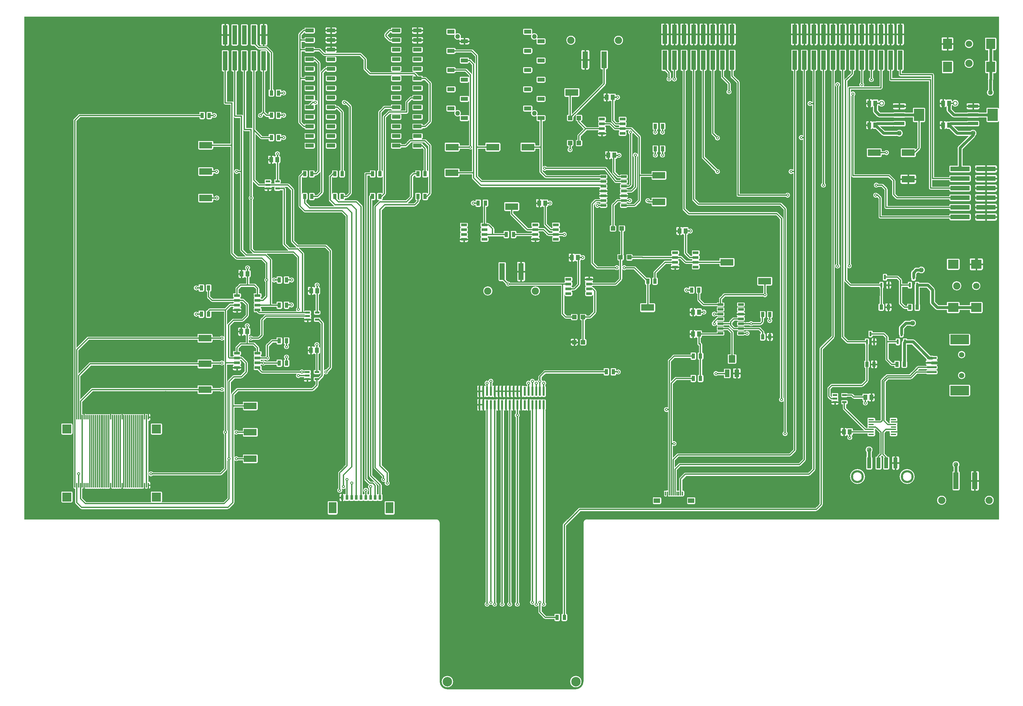
<source format=gbr>
G04 GENERATED BY PULSONIX 11.0 GERBER.DLL 8466*
G04 #@! TF.GenerationSoftware,Pulsonix,Pulsonix,11.0.8467*
G04 #@! TF.CreationDate,2021-12-19T21:00:55+00:00*
G04 #@! TF.Part,Single*
%FSLAX24Y24*%
%LPD*%
%MOIN*%
G04 #@! TF.FileFunction,Copper,L1,Top*
G04 #@! TF.FilePolarity,Positive*
G04 #@! TA.AperFunction,ViaPad*
%ADD86C,0.0315X0.0157*%
%ADD87C,0.0512X0.0315*%
G04 #@! TA.AperFunction,Conductor*
%ADD88C,0.0118*%
%ADD89C,0.0315*%
G04 #@! TD.AperFunction*
%ADD90C,0.0984*%
%ADD92C,0.0551*%
%ADD93C,0.0748*%
%ADD94C,0.0669*%
%ADD95C,0.0500*%
G04 #@! TA.AperFunction,ComponentPad*
%ADD97C,0.1358X0.0906*%
G04 #@! TA.AperFunction,SMDPad,CuDef*
%ADD98R,0.0591X0.0256*%
%ADD99R,0.0984X0.0236*%
%ADD100R,0.1969X0.0984*%
%ADD101R,0.0315X0.0512*%
%ADD102R,0.0827X0.1181*%
G04 #@! TA.AperFunction,TestPad*
%ADD103R,0.1350X0.0701*%
G04 #@! TA.AperFunction,SMDPad,CuDef*
%ADD104R,0.0472X0.0236*%
%ADD105R,0.0500X0.2000*%
%ADD106R,0.0551X0.1772*%
%ADD107R,0.2000X0.0500*%
%ADD108R,0.0610X0.0276*%
%ADD109R,0.1102X0.0965*%
%ADD110R,0.0965X0.1102*%
%ADD111R,0.0750X0.0402*%
%ADD112R,0.0874X0.0402*%
%ADD113R,0.0374X0.0551*%
%ADD114R,0.0581X0.0177*%
%ADD115R,0.0402X0.0579*%
%ADD116R,0.0118X0.0394*%
%ADD117R,0.0650X0.0512*%
%ADD118R,0.0512X0.0787*%
%ADD119R,0.0709X0.0787*%
%ADD120R,0.0236X0.0492*%
%ADD121R,0.0236X0.0512*%
%ADD122R,0.0220X0.0949*%
%ADD123R,0.0441X0.1134*%
%ADD124R,0.0453X0.0453*%
%ADD125R,0.0118X0.0472*%
%ADD126R,0.0945X0.0945*%
%ADD127R,0.1083X0.0374*%
%ADD128R,0.1083X0.1280*%
G04 #@! TA.AperFunction,OtherCopper,Copper*
%ADD131C,0.0001*%
%ADD132C,0.0157*%
G04 #@! TD.AperFunction*
X0Y0D02*
D02*
D86*
X3436Y53888D03*
X4196Y26907D03*
X4423Y69585D03*
X4461Y39740D03*
X4834Y59275D03*
X5113Y33124D03*
X5290Y34973D03*
X5509Y23921D03*
X5694Y57808D03*
X6063Y46297D03*
X6429Y65765D03*
X6943Y61966D03*
X7047Y42134D03*
X7121Y35710D03*
X7294Y67598D03*
X7425Y50830D03*
X8406Y25197D03*
X8996Y23524D03*
Y31595D03*
X9581Y46592D03*
X9667Y33026D03*
X10187Y41580D03*
X10451Y64862D03*
X10711Y21336D03*
X11162Y35295D03*
Y37953D03*
X11752Y23524D03*
Y31595D03*
X11925Y53835D03*
X12100Y40373D03*
X12473Y70134D03*
X12599Y66190D03*
X12742Y32722D03*
X12838Y43258D03*
X12933Y23524D03*
Y31575D03*
X13701Y55645D03*
X14083Y46856D03*
X15295Y23524D03*
Y31614D03*
X15689Y23524D03*
Y31595D03*
X15944Y43011D03*
X15945Y25197D03*
X16352Y58374D03*
X16625Y66930D03*
X16978Y61784D03*
X17473Y33670D03*
X18488Y69586D03*
X18574Y31092D03*
X18730Y50210D03*
X19094Y51967D03*
X19523Y25531D03*
X19638Y46674D03*
X19772Y64780D03*
X19854Y40186D03*
X20339Y62875D03*
X20409Y27702D03*
X20669Y41831D03*
Y44567D03*
X20916Y32864D03*
X22559Y62540D03*
X22630Y52990D03*
X22795Y56693D03*
X22815Y53937D03*
X22838Y58057D03*
X22884Y24153D03*
X22990Y70009D03*
X23209Y70925D03*
X23347Y33977D03*
Y36752D03*
Y39331D03*
X23721Y29528D03*
X23809Y59849D03*
X24095Y26772D03*
X24218Y35984D03*
X24277Y72653D03*
X24843Y26772D03*
Y29528D03*
X24862Y40020D03*
X24882Y46044D03*
Y56697D03*
X24902Y52421D03*
X24912Y35689D03*
Y41713D03*
X25464Y25720D03*
X25773Y30718D03*
X25847Y50748D03*
X25984Y40630D03*
X26024Y46654D03*
X26358Y39331D03*
X26398Y53937D03*
X26932Y41179D03*
X27362Y62540D03*
X27402Y46346D03*
X27559Y54921D03*
X27648Y23894D03*
X27697Y36752D03*
X28032Y45394D03*
X28071Y37264D03*
X28169Y70925D03*
X28324Y30459D03*
X28484Y57343D03*
X28799Y45394D03*
X28922Y65857D03*
X29134Y58544D03*
X29189Y52736D03*
X29478Y58802D03*
X29666Y44095D03*
X29784Y46929D03*
Y60236D03*
Y62559D03*
Y64882D03*
X30079Y37362D03*
Y38445D03*
X30199Y40146D03*
X30295Y51516D03*
X30591Y42795D03*
X30610Y45394D03*
X30629Y46129D03*
X30671Y68869D03*
X31319Y35433D03*
Y42323D03*
X31497Y22485D03*
X31673Y35807D03*
X31997Y27909D03*
X32264Y34488D03*
X32284Y40689D03*
X32618Y37481D03*
X32638Y43662D03*
X33071Y63898D03*
X33248Y38662D03*
X33268Y44862D03*
X33838Y47583D03*
X34173Y35807D03*
X34576Y57240D03*
X34766Y24384D03*
X35277Y46038D03*
X35319Y28723D03*
X35374Y69390D03*
Y70394D03*
Y71398D03*
X35630Y23484D03*
X35667Y33533D03*
X35886Y22225D03*
X36004Y23858D03*
X36103Y63898D03*
X36116Y66364D03*
X36378Y24606D03*
X36870Y24232D03*
X37315Y68579D03*
X38347Y23484D03*
X38839Y23858D03*
X40197Y24606D03*
X40571Y24232D03*
X41213Y26264D03*
X42183Y51373D03*
X42444Y30798D03*
X42460Y41754D03*
X43797Y50188D03*
X44074Y45298D03*
X44092Y24202D03*
X44148Y72651D03*
X44469Y70414D03*
Y71398D03*
X44905Y36097D03*
X46118Y22846D03*
X46337Y56822D03*
X46340Y15248D03*
X46934Y71843D03*
X47003Y40922D03*
X47073Y36321D03*
X47529Y30310D03*
X47553Y42817D03*
X47566Y49185D03*
X47933Y49626D03*
X48409Y26217D03*
X48615Y71052D03*
X48694Y53463D03*
X49252Y59252D03*
X49547Y53406D03*
X49617Y11573D03*
X49626Y70276D03*
X50197Y11811D03*
Y31496D03*
X50270Y15484D03*
X50555Y39559D03*
X50583Y62481D03*
X50984Y11614D03*
Y34646D03*
X51378Y11811D03*
Y34843D03*
X51586Y4950D03*
X51655Y43605D03*
X51772Y11614D03*
X51961Y47298D03*
X52136Y64641D03*
X52166Y11811D03*
Y31496D03*
X52234Y25784D03*
X52559Y11614D03*
X52781Y58433D03*
X52883Y53849D03*
X52953Y11811D03*
Y31496D03*
X53169Y44975D03*
X53322Y35593D03*
X53347Y11614D03*
X53680Y44551D03*
X53740Y11831D03*
Y31496D03*
X54134Y11614D03*
Y31299D03*
X54190Y54013D03*
X54528Y11811D03*
Y31496D03*
Y47855D03*
X54949Y61915D03*
X55193Y10824D03*
X55315Y11614D03*
Y31496D03*
Y34646D03*
X55374Y49646D03*
X55480Y37645D03*
X55709Y11811D03*
Y34843D03*
X55925Y53406D03*
X55985Y65758D03*
X56103Y11614D03*
Y34646D03*
X56496Y11811D03*
Y34843D03*
X56890Y11614D03*
Y34646D03*
X56923Y70834D03*
X56987Y6683D03*
X56988Y57028D03*
X57134Y57845D03*
X57224Y47766D03*
X57540Y53406D03*
X58511Y12157D03*
X58603Y5702D03*
X58726Y17050D03*
X58765Y66823D03*
X59036Y50144D03*
X59090Y22719D03*
X59154Y39370D03*
X59331Y47736D03*
X59636Y58957D03*
X60356Y29395D03*
X60428Y70707D03*
X60851Y50801D03*
X60945Y47736D03*
X61111Y26484D03*
X61221Y66732D03*
X61653Y56534D03*
X62264Y45473D03*
X62343Y60668D03*
X62481Y53166D03*
Y54173D03*
Y54666D03*
X62708Y32536D03*
X62825Y25203D03*
X62973Y64410D03*
X63130Y58386D03*
X63314Y59812D03*
X63707Y43036D03*
X64253Y24726D03*
X64311Y34281D03*
X64508Y46673D03*
X64587Y64429D03*
X64666Y35807D03*
X64744Y58386D03*
X65151Y38344D03*
X65180Y67812D03*
X65276Y46673D03*
X65847Y53666D03*
X65866Y54173D03*
X65945Y60788D03*
X66437Y58406D03*
X66720Y21138D03*
X67736Y53662D03*
X68524Y58406D03*
Y60788D03*
X68599Y69606D03*
X68714Y55576D03*
X68812Y67261D03*
X68923Y27445D03*
X69097Y34611D03*
X69272Y58406D03*
Y60788D03*
X69508Y69764D03*
X69685Y31890D03*
X69784Y22697D03*
X69961Y66339D03*
X70473Y28347D03*
X70512Y66339D03*
Y69764D03*
X71044Y49902D03*
X71162Y44475D03*
X71184Y33732D03*
X71299Y46750D03*
X71516Y69764D03*
X71772Y44351D03*
X71929Y42047D03*
X71949Y39764D03*
X72166Y50492D03*
X72266Y53075D03*
X72520Y69764D03*
X73021Y23151D03*
X73504Y69764D03*
X73583Y42047D03*
X73739Y38494D03*
X74528Y69764D03*
X74666Y40847D03*
Y41839D03*
X74843Y35650D03*
X75000Y56693D03*
Y60197D03*
X75237Y33520D03*
X75469Y59231D03*
X75512Y69764D03*
X76201Y65000D03*
X76490Y21988D03*
X76516Y69764D03*
X76539Y27891D03*
X77877Y38614D03*
X78091Y39839D03*
Y41839D03*
X78110Y35669D03*
X78169Y57579D03*
X78272Y53713D03*
X78371Y33651D03*
X78504Y40847D03*
X78682Y49384D03*
X79523Y64846D03*
X79941Y43858D03*
X80345Y26763D03*
X80453Y38839D03*
Y41162D03*
X81673Y32933D03*
X81720Y62669D03*
X82047Y29390D03*
X82303Y54232D03*
X82360Y57104D03*
X82677Y56693D03*
X83051Y69784D03*
X83733Y60942D03*
X83740Y60236D03*
X84036Y69784D03*
X84525Y38128D03*
X84646Y63780D03*
X85020Y69784D03*
X85737Y66655D03*
X86024Y69784D03*
X86044Y55276D03*
X86488Y56519D03*
X86673Y32658D03*
X87028Y69784D03*
X87233Y26929D03*
X87520Y46851D03*
Y65748D03*
X87658Y29567D03*
X87851Y38997D03*
X88051Y69784D03*
X88272Y24149D03*
X88740Y46870D03*
X88799Y28977D03*
X89055Y69784D03*
X89067Y37184D03*
X89114Y64784D03*
X90040Y69784D03*
X90044Y65748D03*
X90141Y63944D03*
X90414Y32579D03*
X90577Y42551D03*
X91024Y69784D03*
X91044Y66280D03*
X91319Y38366D03*
X91457Y33169D03*
X91496Y54232D03*
X91555Y55276D03*
X91821Y55805D03*
X91851Y36614D03*
X92011Y47478D03*
X92047Y69784D03*
X92081Y50589D03*
X92618Y58662D03*
X92837Y44272D03*
X92952Y25131D03*
X93032Y69784D03*
X93092Y46238D03*
X93347Y42559D03*
X93563Y25512D03*
X93678Y33922D03*
X93957Y29567D03*
Y30591D03*
X94044Y69784D03*
X95564Y22999D03*
X96129Y21221D03*
X96162Y55906D03*
X97677Y70000D03*
X97780Y47111D03*
X97938Y67342D03*
X98437Y27318D03*
X98557Y68616D03*
X98615Y44365D03*
X98975Y37366D03*
X100706Y58099D03*
X101660Y40177D03*
X101752Y51969D03*
Y52973D03*
Y53957D03*
Y54961D03*
Y55965D03*
X101769Y50237D03*
X102138Y66370D03*
X102984Y57599D03*
X103698Y71905D03*
X103716Y25492D03*
X104080Y35824D03*
D02*
D87*
X90551Y60807D03*
X90571Y63071D03*
X90807Y27697D03*
X92106Y63819D03*
X92914Y63504D03*
X93957Y60689D03*
X95335Y40906D03*
X96260Y46437D03*
X98209Y36782D03*
X98229Y60788D03*
Y63071D03*
X99784Y63819D03*
X99862Y26162D03*
X100591Y63504D03*
X101634Y60689D03*
X101831Y26162D03*
X101969Y48327D03*
X103445Y64941D03*
D02*
D88*
X8012Y31093D02*
Y62040D01*
X8512Y62540D01*
X21280D01*
X8012Y31093D02*
Y24006D01*
X8406Y25059D02*
Y24006D01*
X8799D02*
Y31093D01*
X8996Y23662D02*
Y24006D01*
Y31457D02*
Y31093D01*
X9587Y24006D02*
Y31093D01*
X9784Y24006D02*
Y31093D01*
X9981Y24006D02*
Y31093D01*
X10177Y24006D02*
Y31093D01*
X10374Y24006D02*
Y31093D01*
X10571Y24006D02*
Y31093D01*
X10768Y24006D02*
Y31093D01*
X10965Y24006D02*
Y31093D01*
X11162Y24006D02*
Y31093D01*
X11358Y24006D02*
Y31093D01*
X11555Y24006D02*
Y31093D01*
X11752Y23662D02*
Y24006D01*
Y31457D02*
Y31093D01*
X11949Y24006D02*
Y31093D01*
X12146Y24006D02*
Y31093D01*
X12343Y24006D02*
Y31093D01*
X12540Y24006D02*
Y31093D01*
X12736Y24006D02*
Y31093D01*
X12933Y23662D02*
Y24006D01*
Y31437D02*
Y31093D01*
X13130Y24006D02*
Y31093D01*
X13327Y24006D02*
Y31093D01*
X13524Y24006D02*
Y31093D01*
X13721Y24006D02*
Y31093D01*
X13918Y24006D02*
Y31093D01*
X14114Y24006D02*
Y31093D01*
X14311Y24006D02*
Y31093D01*
X14508Y24006D02*
Y31093D01*
X14705Y24006D02*
Y31093D01*
X14902Y24006D02*
Y31093D01*
X15099Y24006D02*
Y31093D01*
X15295Y23662D02*
Y24006D01*
Y31477D02*
Y31093D01*
X15492Y24006D02*
Y31093D01*
X15689Y23662D02*
Y24006D01*
Y31457D02*
Y31093D01*
X20807Y41831D02*
X21201D01*
X20807Y44567D02*
X21201D01*
X21575Y33977D02*
X23209D01*
X21575D02*
X9811D01*
X8603Y32768D01*
Y31093D01*
X21575Y36654D02*
X21673Y36752D01*
X23209D01*
X21575Y36654D02*
X9614D01*
X8406Y35445D01*
Y31093D01*
X21575Y39331D02*
X23209D01*
X21575D02*
X9418D01*
X8209Y38122D01*
Y31093D01*
X21654Y56693D02*
X22658D01*
X22028Y62540D02*
X22421D01*
X22677Y53937D02*
X21654D01*
X23347Y70925D02*
X23677D01*
X23689Y70937D01*
X23721Y29390D02*
Y25697D01*
X23221Y25197D01*
X16083D01*
X23721Y29666D02*
Y36758D01*
X24912D01*
X23721D02*
Y42282D01*
X24221Y42782D01*
X24912D01*
X23721Y42282D02*
X22087D01*
X21949Y42144D01*
Y41831D01*
X24095Y26634D02*
Y22587D01*
X23595Y22087D01*
X9103D01*
X8603Y22587D01*
Y24006D01*
X24095Y26910D02*
Y34815D01*
X24595Y35315D01*
X25366D01*
X25866Y35815D01*
Y36766D01*
X25374Y37258D01*
X24912D01*
X24398Y59449D02*
Y63839D01*
X23689D01*
Y68236D01*
X24398Y59449D02*
X21654D01*
X24469Y32284D02*
Y22193D01*
X23969Y21693D01*
X8709D01*
X8209Y22193D01*
Y24006D01*
X24469Y32284D02*
X26299D01*
X24469D02*
Y33477D01*
X24969Y33977D01*
X32795D01*
X33248Y34430D01*
Y35059D01*
X24912Y35827D02*
Y36258D01*
Y41851D02*
Y42282D01*
Y43282D02*
X22309D01*
X21949Y43642D01*
Y44567D01*
X24912Y43282D02*
X25536D01*
X25984Y42834D01*
Y41701D01*
X25484Y41201D01*
X24536D01*
X24036Y40701D01*
Y37343D01*
X24120Y37258D01*
X24912D01*
X25000Y40020D02*
X25355D01*
X25020Y46044D02*
X25394D01*
X25398Y56697D02*
X25020D01*
X25398D02*
Y62461D01*
X24689D01*
Y68236D01*
X25398Y56697D02*
Y48492D01*
X25898Y47992D01*
X27906D01*
X28406Y47492D01*
Y42782D01*
X25984Y38740D02*
X25314D01*
X24912Y38338D01*
Y37758D01*
X25984Y38740D02*
X26655D01*
X27057Y38338D01*
Y37758D01*
X25984Y38740D02*
Y40020D01*
Y40492D01*
X26024Y44862D02*
Y46044D01*
Y44862D02*
X26722D01*
X27057Y44527D01*
Y43782D01*
X26024Y44862D02*
X25286D01*
X24912Y44488D01*
Y43782D01*
X26024Y46044D02*
Y46516D01*
X26299Y26772D02*
X24981D01*
X26299Y29528D02*
X24981D01*
X26398Y53799D02*
Y48583D01*
X26673Y48307D01*
X30819D01*
X31319Y47807D01*
Y42461D01*
X26398Y54075D02*
Y61083D01*
X25689D01*
Y68236D01*
X26496Y39331D02*
X27185D01*
X27500Y39646D01*
Y41221D01*
X27914Y41634D01*
X32284D01*
X26673Y61024D02*
X27461Y60236D01*
X28504D01*
X26673Y61024D02*
Y55795D01*
X27173Y55295D01*
X28150D01*
X26673Y61024D02*
Y68201D01*
X26689Y68217D01*
Y68236D01*
Y70937D02*
Y70087D01*
X27189Y69587D01*
X28004D01*
X28504Y69087D01*
Y64882D01*
X27559Y36752D02*
X27500D01*
Y36758D01*
X27057D01*
X27677Y62855D02*
Y67634D01*
X27689Y67646D01*
Y68236D01*
X27677Y62855D02*
X27973Y62559D01*
X28504D01*
X27677Y62855D02*
X27460Y62637D01*
X27689Y70937D02*
X28032D01*
X27697Y54921D02*
X28150D01*
X27835Y36752D02*
X29311D01*
X29331Y36732D01*
X27933Y37258D02*
X27057D01*
X28032Y45256D02*
Y43681D01*
X27633Y43282D01*
X27057D01*
X28032Y45532D02*
Y47177D01*
X27532Y47677D01*
X24898D01*
X24398Y48177D01*
Y59449D01*
X28071Y37402D02*
Y38555D01*
X28571Y39055D01*
X29331D01*
X28150Y55295D02*
X30209D01*
X30709Y54795D01*
Y49437D01*
X31209Y48937D01*
X34146D01*
X34646Y48437D01*
Y36260D01*
X34280Y35895D01*
X28406Y42782D02*
X28412Y42776D01*
X29331D01*
X28406Y42782D02*
X27057D01*
X28484Y57481D02*
Y57933D01*
X29134D02*
Y58406D01*
Y57933D02*
X29114D01*
X29134D02*
Y55669D01*
X29331Y45394D02*
X28937D01*
X29646Y60236D02*
X29252D01*
X29646Y62559D02*
X29252D01*
X29646Y64882D02*
X29252D01*
X30079Y37225D02*
Y36732D01*
Y38583D02*
Y39055D01*
X30453Y42795D02*
X30099D01*
X30079Y42776D01*
X30473Y45394D02*
X30079D01*
X31457Y35433D02*
X32264D01*
X31477Y66394D02*
Y61812D01*
X31895Y61394D01*
X32490D01*
X31477Y66394D02*
X32490D01*
X31477Y69394D02*
X32490D01*
X31477D02*
Y66394D01*
Y70394D02*
X32490D01*
X31477D02*
Y69394D01*
Y70394D02*
Y70982D01*
X31888Y71394D01*
X32490D01*
X31536Y35807D02*
X27508D01*
X27057Y36258D01*
X31752Y42008D02*
X27232D01*
X27057Y42183D01*
Y42282D01*
X31752Y42008D02*
Y48122D01*
X31252Y48622D01*
X30343D01*
X29843Y49122D01*
Y54921D01*
X29134D01*
X31752Y42008D02*
X32284D01*
X31811Y35807D02*
X32264D01*
X31969Y56457D02*
X31792D01*
X31496Y56161D01*
Y53099D01*
X31996Y52599D01*
X35878D01*
X36378Y52099D01*
Y26044D01*
X35630Y25295D01*
Y23622D01*
X32264Y34626D02*
Y35059D01*
X32284Y40827D02*
Y41260D01*
X32490Y63394D02*
Y63571D01*
X32818Y63898D01*
X32933D01*
X32490Y68394D02*
X33056D01*
X33445Y68005D01*
Y56733D01*
X33169Y56457D01*
X32717D01*
X32618Y37618D02*
Y38071D01*
X32638Y43799D02*
Y44272D01*
X32717Y54095D02*
X33327D01*
X33760Y54528D01*
Y67005D01*
X34149Y67394D01*
X34715D01*
X33248Y35059D02*
X33425D01*
X33799Y35434D01*
Y40905D01*
X33445Y41260D01*
X33268D01*
X33248Y38071D02*
Y35807D01*
Y38071D02*
Y38524D01*
X33268Y44272D02*
Y42008D01*
Y44272D02*
Y44725D01*
X35118Y56457D02*
X34942D01*
X34646Y56161D01*
Y53729D01*
X35146Y53229D01*
X36862D01*
X37362Y52729D01*
Y22736D01*
X35236Y69390D02*
X34719D01*
X34715Y69394D01*
X35236Y70394D02*
X34715D01*
X35236Y71398D02*
X34719D01*
X34715Y71394D01*
X35866Y56457D02*
Y62907D01*
X35379Y63394D01*
X34715D01*
X35886Y22362D02*
Y22736D01*
X36004Y23996D02*
Y25059D01*
X36870Y25925D01*
Y52414D01*
X36370Y52914D01*
X32469D01*
X31969Y53414D01*
Y54095D01*
X36240Y63898D02*
X36279D01*
X36713Y63464D01*
Y54430D01*
X36378Y54095D01*
X35866D01*
X36378Y22736D02*
Y24469D01*
X36870Y24095D02*
Y22736D01*
X37855D02*
Y53044D01*
X37355Y53544D01*
X35493D01*
X35118Y53918D01*
Y54095D01*
X38347Y23347D02*
Y22736D01*
X38839D02*
Y23721D01*
X39055Y56457D02*
X38347D01*
Y24636D01*
X38750Y24232D01*
X39075D01*
X39331Y23977D01*
Y22736D01*
X39823D02*
Y24036D01*
X39243Y24606D01*
X38839Y25010D01*
Y54095D01*
X39055D01*
X40197Y24744D02*
Y24981D01*
X39331Y25847D01*
Y53044D01*
X39831Y53544D01*
X42591D01*
X43091Y54044D01*
Y56201D01*
X43347Y56457D01*
X43780D01*
X41506Y63394D02*
X40303D01*
X39803Y62894D01*
Y56457D01*
X41506Y70394D02*
X40845D01*
X40433Y70806D01*
Y70982D01*
X40845Y71394D01*
X41506D01*
X43731Y64394D02*
X43689Y64367D01*
X43065D01*
X42618Y63920D01*
Y62894D01*
X40775D01*
X40275Y62394D01*
Y54390D01*
X39980Y54095D01*
X39803D01*
X43731Y66394D02*
Y66571D01*
X43411Y66890D01*
X38768D01*
X38268Y67390D01*
Y68418D01*
X37768Y68918D01*
X33997D01*
X33697Y69217D01*
X33504Y69394D01*
X32490D01*
X43731Y66394D02*
X44540D01*
X45040Y65894D01*
Y61894D01*
X44540Y61394D01*
X43731D01*
Y70394D02*
X43750Y70414D01*
X44331D01*
X43731Y71394D02*
X43734Y71398D01*
X44331D01*
X43780Y54095D02*
Y53573D01*
X43435Y53229D01*
X40323D01*
X39823Y52729D01*
Y26044D01*
X40571Y25295D01*
Y24370D01*
X44528Y54095D02*
X44705D01*
X45000Y54390D01*
Y59402D01*
X44500Y59902D01*
X42992D01*
X42523Y59394D01*
X41506D01*
X44528Y56457D02*
Y59084D01*
X44218Y59394D01*
X43731D01*
X48071Y49626D02*
X48571D01*
X48573Y49624D01*
X49114Y59252D02*
X47343D01*
X49252Y59390D02*
Y66772D01*
X48752Y67272D01*
X47215D01*
X49488Y70276D02*
X48617D01*
X48613Y70272D01*
X49567Y56575D02*
Y67883D01*
X49178Y68272D01*
X48612D01*
X49567Y56575D02*
Y56044D01*
X50355Y55256D01*
X63110D01*
Y55166D01*
X49567Y56575D02*
X47323D01*
X49685Y53406D02*
X50059D01*
X49882Y59252D02*
Y56166D01*
X50382Y55666D01*
X63110D01*
X49882Y59252D02*
X51575D01*
X49882D02*
Y68772D01*
X49382Y69272D01*
X47215D01*
X50197Y32390D02*
X50591D01*
X50197D02*
Y33792D01*
Y32390D02*
Y31634D01*
Y33792D02*
X50591D01*
Y32390D02*
Y33792D01*
X50719Y51124D02*
Y53317D01*
X50807Y53406D01*
X50984Y32390D02*
Y11752D01*
Y34508D02*
Y33792D01*
X51378Y32390D02*
Y11949D01*
Y34705D02*
Y33792D01*
X51555Y50124D02*
X50719D01*
X51555D02*
Y50740D01*
X51171Y51124D01*
X50719D01*
X51555Y50124D02*
X52979D01*
X52992Y50138D01*
X51772Y32390D02*
Y11752D01*
X52166Y32390D02*
Y33792D01*
Y32390D02*
Y31634D01*
Y33792D02*
X52559D01*
X52166D02*
X51772D01*
X52559Y32390D02*
Y11752D01*
Y33792D02*
X52953D01*
Y32390D02*
Y33792D01*
Y32390D02*
Y31634D01*
Y33792D02*
X53347D01*
X53072Y45072D02*
X52559Y45585D01*
Y46280D01*
X53307Y44975D02*
X58858D01*
X53347Y32390D02*
Y11752D01*
Y33792D02*
X53740D01*
Y32390D02*
Y33792D01*
Y32390D02*
Y31634D01*
Y33792D02*
X54134D01*
X53740Y50138D02*
X56008D01*
X56014Y50144D01*
X54134Y31162D02*
Y11752D01*
Y31437D02*
Y32390D01*
Y33792D02*
X54528D01*
Y32390D02*
Y33792D01*
Y32390D02*
Y31634D01*
Y47717D02*
Y46280D01*
X55315Y32390D02*
Y31634D01*
Y34508D02*
Y33792D01*
X55512Y49646D02*
X56012D01*
X56014Y49644D01*
X55709Y32390D02*
Y11949D01*
Y34705D02*
Y33792D01*
X56014Y50644D02*
X55183D01*
X53544Y52284D01*
Y53051D01*
X56063Y53406D02*
X56418D01*
X56103Y32390D02*
Y11752D01*
Y34508D02*
Y33792D01*
X56496Y34705D02*
Y33792D01*
Y34981D02*
Y35327D01*
X56996Y35827D01*
X63406D01*
X56605Y59252D02*
Y62272D01*
Y59252D02*
X55236D01*
X56605D02*
Y56666D01*
X57105Y56166D01*
X63110D01*
X56890Y32390D02*
Y11752D01*
Y34508D02*
Y33792D01*
X57047Y53406D02*
Y51201D01*
X57605Y50644D01*
X58160D01*
X57047Y53406D02*
X57402D01*
X57126Y57028D02*
X63325D01*
X64390Y55666D01*
X65236D01*
X58160Y50144D02*
X57390D01*
X56890Y50644D01*
X56014D01*
X58160Y50144D02*
X58898D01*
X58288Y10236D02*
X57047D01*
X56496Y10788D01*
Y11673D01*
X58858Y44975D02*
Y41870D01*
X59193Y41536D01*
X60069D01*
X58858Y44975D02*
X59459D01*
X59154Y39232D02*
Y39194D01*
X59351Y38996D01*
X60069D01*
Y38918D01*
X59636Y59095D02*
Y59666D01*
Y62284D02*
X60128Y62776D01*
X60138D01*
X63189Y65827D01*
Y68347D01*
X59636Y62284D02*
Y64754D01*
X59823Y64941D01*
Y47736D02*
X59469D01*
X60532D02*
X60807D01*
X60532D02*
Y44923D01*
X60084Y44475D01*
X59459D01*
X60532Y47736D02*
X60453D01*
X60994Y41536D02*
Y38918D01*
Y41536D02*
X61705D01*
X62205Y42036D01*
Y44252D01*
X61982Y44475D01*
X61605D01*
X61221Y66870D02*
Y68347D01*
X61299Y61168D02*
X61260D01*
X60561Y61866D01*
Y62284D01*
X61299Y61168D02*
X62963D01*
X61299D02*
X60561Y60429D01*
Y59666D01*
X61605Y45475D02*
X62126D01*
X62481Y60668D02*
X62963D01*
X62618Y54173D02*
X63103D01*
X63110Y54166D01*
X62618Y54666D02*
X63110D01*
Y53166D02*
X62618D01*
X63110Y53666D02*
X62327D01*
X61949Y53288D01*
Y47173D01*
X62449Y46673D01*
X64370D01*
X63110Y64410D02*
X63445D01*
X63465Y64429D01*
X63622Y58406D02*
X63267D01*
X64095Y64429D02*
Y61988D01*
X64416Y61668D01*
X65108D01*
X64095Y64429D02*
X64449D01*
X64272Y58386D02*
X64606D01*
X64272D02*
X64193Y58307D01*
Y56599D01*
X64626Y56166D01*
X65236D01*
X64272Y58386D02*
X64252Y58406D01*
X64529Y35827D02*
X64154D01*
X64892Y47756D02*
Y45475D01*
X64392Y44975D01*
X61605D01*
X64892Y47756D02*
X65030Y47894D01*
Y50768D01*
X65108Y61168D02*
X64319D01*
X63819Y61668D01*
X62963D01*
X65236Y53666D02*
X65709D01*
X65236D02*
X64581D01*
X64105Y53189D01*
Y50768D01*
X65236Y54666D02*
X66044D01*
X66437Y55059D01*
Y58268D01*
X65236Y55166D02*
X65776D01*
X65945Y55335D01*
Y60650D01*
X65729Y54173D02*
X65244D01*
X65236Y54166D01*
X66851Y56299D02*
Y60315D01*
X65998Y61168D01*
X65108D01*
X66851Y56299D02*
X68898D01*
X66851D02*
Y53666D01*
X66351Y53166D01*
X65236D01*
X67736Y45276D02*
Y42540D01*
X67717Y42520D01*
X67736Y45276D02*
X66339Y46673D01*
X65414D01*
X67834Y53564D02*
X67855Y53544D01*
X68898D01*
X68484Y45276D02*
Y46181D01*
X69553Y47250D01*
X70581D01*
X68524Y58544D02*
Y59055D01*
Y60925D02*
Y61418D01*
X69272Y59055D02*
Y58544D01*
Y61418D02*
Y60925D01*
X69508Y69902D02*
Y70992D01*
X69512Y70996D01*
X69784Y23150D02*
Y22835D01*
X69961Y66477D02*
Y66992D01*
X69590Y67362D01*
X69512D01*
Y68295D01*
X69981Y31890D02*
X69823D01*
X69981D02*
Y23150D01*
Y31890D02*
Y36961D01*
X70481Y37461D01*
X72481D01*
X70177Y28347D02*
X70335D01*
X70177D02*
Y23150D01*
Y28347D02*
Y34638D01*
X70677Y35138D01*
X72481D01*
X70512Y66477D02*
Y68295D01*
Y69902D02*
Y70996D01*
X70581Y47750D02*
X67193D01*
X67187Y47756D01*
X65817D01*
X71044Y50040D02*
Y50512D01*
X71162Y46750D02*
X70581D01*
X71512Y68295D02*
Y52809D01*
X72012Y52309D01*
X81173D01*
X81673Y51809D01*
Y33071D01*
X71516Y69902D02*
Y70992D01*
X71512Y70996D01*
X71673Y50512D02*
Y48188D01*
X72112Y47750D01*
X72727D01*
X71673Y50512D02*
X71693Y50492D01*
X72028D01*
X71910Y44351D02*
X72303D01*
X72067Y42047D02*
X72441D01*
X72087Y39764D02*
X72441D01*
X72520Y69902D02*
Y70988D01*
X72512Y70996D01*
X72727Y47250D02*
X75979D01*
X75984Y47244D01*
X72727Y47250D02*
X71673D01*
X71173Y47750D01*
X70581D01*
X73071Y39764D02*
X75240D01*
X75315Y39839D01*
X73229Y37461D02*
Y35138D01*
Y37461D02*
Y38721D01*
X73071D01*
Y39764D01*
X73445Y42047D02*
X73071D01*
X73504Y69902D02*
Y70988D01*
X73512Y70996D01*
Y68295D02*
Y58181D01*
X74903Y56791D01*
X74512Y68295D02*
Y60685D01*
X74903Y60294D01*
X74528Y69902D02*
Y70981D01*
X74512Y70996D01*
X74803Y41839D02*
X75315D01*
X74981Y35650D02*
X75996D01*
X76016Y35669D01*
X75315Y40339D02*
X76118D01*
X76516Y39941D01*
Y37166D01*
X75315Y41339D02*
X74981D01*
X74666Y41023D01*
Y40984D01*
X75315Y42839D02*
X73551D01*
X73051Y43339D01*
Y44351D01*
X75512Y69902D02*
Y70996D01*
X76201Y65138D02*
Y65866D01*
X75512Y66555D01*
Y68295D01*
X76378Y40847D02*
Y40670D01*
X76709Y40339D01*
X77441D01*
X76378Y40847D02*
Y41023D01*
X76694Y41339D01*
X77441D01*
X76378Y40847D02*
X75323D01*
X75315Y40839D01*
X76512Y68295D02*
Y66638D01*
X77146Y66004D01*
Y54232D01*
X82166D01*
X76516Y69902D02*
Y70992D01*
X76512Y70996D01*
X77016Y35669D02*
X77973D01*
X77441Y40339D02*
X79358D01*
X79705Y39992D01*
Y39469D01*
X77953Y39839D02*
X77441D01*
X77953Y41839D02*
X77441D01*
X78366Y40847D02*
X77973D01*
Y40839D01*
X77441D01*
X78642Y40847D02*
X79488D01*
X79666Y41024D01*
Y41752D01*
X79705Y41792D01*
X79803Y43858D02*
X75737D01*
X75315Y43437D01*
Y42839D01*
X79941Y43996D02*
Y45256D01*
X79921Y45276D01*
X80453Y39469D02*
Y38977D01*
Y41792D02*
Y41299D01*
X82047Y29528D02*
Y52807D01*
X81547Y53307D01*
X73012D01*
X72512Y53807D01*
Y68295D01*
X83044Y56693D02*
X82815D01*
X83044D02*
Y68295D01*
Y56693D02*
Y27666D01*
X82544Y27166D01*
X70874D01*
X70374Y26666D01*
Y23150D01*
X83044Y70996D02*
X83051D01*
Y69921D01*
X84036D02*
Y70988D01*
X84044Y70996D01*
Y60236D02*
X83878D01*
X84044D02*
Y68295D01*
Y60236D02*
Y26662D01*
X83544Y26162D01*
X71071D01*
X70571Y25662D01*
Y23150D01*
X85020Y69921D02*
Y70973D01*
X85044Y70996D01*
X85040Y63780D02*
X84784D01*
X85040D02*
X85044D01*
Y68295D01*
X85040Y63780D02*
Y25658D01*
X84540Y25158D01*
X71662D01*
X71162Y24658D01*
Y23150D01*
X86024Y69921D02*
Y70977D01*
X86044Y70996D01*
Y68295D02*
Y55414D01*
X86811Y32658D02*
X87244D01*
X87028Y69921D02*
Y70981D01*
X87044Y70996D01*
Y68295D02*
Y39484D01*
X85807Y38248D01*
Y21996D01*
X85307Y21496D01*
X60650D01*
X59036Y19882D01*
Y10236D01*
X87520Y65610D02*
Y46988D01*
X87795Y29567D02*
X88169D01*
X88051Y69921D02*
Y70988D01*
X88044Y70996D01*
X88229Y32658D02*
Y32008D01*
X90414Y29823D01*
X91029D01*
X88799Y29567D02*
Y29114D01*
Y29567D02*
X91029D01*
X89055Y69921D02*
Y70984D01*
X89044Y70996D01*
X90040Y69921D02*
Y70992D01*
X90044Y70996D01*
Y65886D02*
Y68295D01*
X90414Y33169D02*
Y32717D01*
Y33169D02*
Y33189D01*
X89193D01*
X88977Y33406D01*
X88229D01*
X90569Y38957D02*
X88544D01*
X88044Y39457D01*
Y68295D01*
X90571Y36614D02*
Y34910D01*
X90071Y34410D01*
X86910D01*
X86614Y34114D01*
Y33268D01*
X86851Y33032D01*
X87244D01*
X90571Y36614D02*
Y37264D01*
X90569D01*
Y38957D01*
X91024Y69921D02*
Y70977D01*
X91044Y70996D01*
X91029Y30079D02*
X91496D01*
X92047Y29528D01*
Y27244D01*
X91792Y26988D01*
Y26323D01*
X91044Y68295D02*
Y66418D01*
X91319Y33169D02*
X91044D01*
X91319Y38504D02*
Y38955D01*
X91321Y38957D01*
X91457Y63819D02*
X91890D01*
X91634Y54232D02*
X91673D01*
X91949Y53957D01*
Y51969D01*
X100284D01*
X91693Y55276D02*
X92146D01*
X92559Y54862D01*
Y52973D01*
X92563Y52969D01*
X100284D01*
X91713Y36614D02*
X91319D01*
X92044Y68295D02*
Y65414D01*
X88740D01*
Y47008D01*
X92047Y69921D02*
Y70992D01*
X92044Y70996D01*
X92085Y44862D02*
X88858D01*
X88358Y45362D01*
Y66193D01*
X88780Y66614D01*
X88789D01*
X89044Y66869D01*
Y68295D01*
X92085Y44862D02*
X92067Y42559D01*
X92481Y58662D02*
X91339D01*
X92579Y26323D02*
X92540D01*
Y26949D01*
X92244Y27244D01*
Y29528D01*
X92540Y29823D01*
X93342D01*
X92658Y38957D02*
X93799D01*
X92658D02*
Y39459D01*
X92333Y39784D01*
X90945D01*
X92658Y38957D02*
Y37114D01*
X93158Y36614D01*
X93721D01*
X92815Y42559D02*
X93209D01*
X92837Y44410D02*
Y44862D01*
X93032Y69921D02*
Y70984D01*
X93044Y70996D01*
X93342Y29567D02*
X93819D01*
X93563Y25650D02*
Y26323D01*
X93819Y30591D02*
X93342D01*
X94044Y70996D02*
Y69921D01*
X94075Y44862D02*
Y45364D01*
X93750Y45689D01*
X92461D01*
X94075Y44862D02*
Y42963D01*
X94479Y42559D01*
X95059D01*
X94075Y44862D02*
X95059D01*
X96004Y62599D02*
Y59134D01*
X95532Y58662D01*
X94882D01*
X96024Y55906D02*
X94882D01*
X97335Y35797D02*
X95738D01*
X95158Y35217D01*
X92756D01*
X92362Y34823D01*
Y30736D01*
X92764Y30335D01*
X93342D01*
X97335Y36290D02*
X95945D01*
X95069Y35414D01*
X92666D01*
X92166Y34914D01*
Y30748D01*
X92008Y30591D01*
X91029D01*
X97815Y70000D02*
X98967D01*
X99134Y63819D02*
X99567D01*
X100284Y53969D02*
X93709D01*
X93366Y54311D01*
Y55760D01*
X92866Y56260D01*
X89114D01*
Y64646D01*
X100284Y54969D02*
X97205D01*
Y66280D01*
X93044D01*
Y68295D01*
X100284Y55969D02*
X97402D01*
Y66792D01*
X94044D01*
Y68295D01*
X100807Y63504D02*
X101634D01*
X101890Y51969D02*
X102984D01*
X101890Y52973D02*
X102981D01*
X102984Y52969D01*
X101890Y53957D02*
X102973D01*
X102984Y53969D01*
X101890Y54961D02*
X102977D01*
X102984Y54969D01*
X101890Y55965D02*
X102981D01*
X102984Y55969D01*
Y56969D02*
Y57461D01*
D02*
D89*
X90807Y26323D02*
Y27697D01*
X90827Y61536D02*
Y61083D01*
X90551Y60807D01*
X90827Y63819D02*
Y63327D01*
X90571Y63071D01*
X91457Y61536D02*
X91614Y61693D01*
X93957D01*
X91457Y61536D02*
X92303Y60689D01*
X93957D01*
X92914Y63504D02*
X93957D01*
Y62599D02*
X96004D01*
X93957D02*
X91851D01*
X91457Y62992D01*
Y63819D01*
X94547Y38957D02*
X94469Y38878D01*
Y36614D01*
X94547Y38957D02*
X95374D01*
X97057Y37274D01*
X97335D01*
X95335Y40906D02*
X94646D01*
X94173Y40433D01*
Y39784D01*
X95433Y45689D02*
Y46152D01*
X95719Y46437D01*
X96260D01*
X95807Y44862D02*
Y42559D01*
Y44862D02*
X96902D01*
X97402Y44362D01*
Y43030D01*
X97902Y42530D01*
X99567D01*
X98209Y36782D02*
X97335D01*
X98229Y63071D02*
Y63091D01*
X98504Y63366D01*
Y63819D01*
Y61536D02*
Y61063D01*
X98229Y60788D01*
X99134Y61536D02*
X99292Y61693D01*
X101634D01*
X99567Y42530D02*
X101969D01*
X99862Y26162D02*
Y24469D01*
X101634Y60689D02*
Y60504D01*
X100284Y59154D01*
Y56969D01*
X101634Y60689D02*
X99981D01*
X99134Y61536D01*
X101634Y62599D02*
X103681D01*
X101634D02*
X99634D01*
X99134Y63099D01*
Y63819D01*
X101831Y26162D02*
Y24469D01*
X101969Y47038D02*
Y48327D01*
X103475Y67599D02*
Y66280D01*
X103445D01*
Y64941D01*
X103475Y67599D02*
Y70000D01*
D02*
D90*
X46851Y3544D03*
X60236D03*
D02*
D92*
X100453Y35453D03*
Y37618D03*
D02*
D93*
X51063Y44252D03*
X56024D03*
X59725Y70374D03*
X64685D03*
X98366Y22441D03*
X99937Y44784D03*
X101221Y67969D03*
X103327Y22441D03*
D02*
D94*
X101221Y70000D03*
X101969Y44784D03*
D02*
D95*
X47914Y62772D03*
Y70772D03*
X55906Y62772D03*
Y70772D03*
D02*
D97*
X89599Y24914D03*
X94772D03*
D02*
D98*
X63110Y53166D03*
Y53666D03*
Y54166D03*
Y54666D03*
Y55166D03*
Y55666D03*
Y56166D03*
X65236Y53166D03*
Y53666D03*
Y54166D03*
Y54666D03*
Y55166D03*
Y55666D03*
Y56166D03*
X75315Y39839D03*
Y40339D03*
Y40839D03*
Y41339D03*
Y41839D03*
Y42339D03*
Y42839D03*
X77441Y39839D03*
Y40339D03*
Y40839D03*
Y41339D03*
Y41839D03*
Y42339D03*
Y42839D03*
D02*
D99*
X97335Y35797D03*
Y36290D03*
Y36782D03*
Y37274D03*
D02*
D100*
X100236Y33878D03*
Y39193D03*
D02*
D101*
X35886Y22736D03*
X36378D03*
X36870D03*
X37362D03*
X37855D03*
X38347D03*
X38839D03*
X39331D03*
X39823D03*
D02*
D102*
X34882Y21654D03*
X40827D03*
D02*
D103*
X21575Y33977D03*
Y36654D03*
Y39331D03*
X21654Y53937D03*
Y56693D03*
Y59449D03*
X26299Y26772D03*
Y29528D03*
Y32284D03*
X47323Y56575D03*
X47343Y59252D03*
X51575D03*
X53544Y53051D03*
X55236Y59252D03*
X59823Y64941D03*
X67717Y42520D03*
X68898Y53544D03*
Y56299D03*
X75984Y47244D03*
X79921Y45276D03*
X91339Y58662D03*
X94882Y55906D03*
Y58662D03*
D02*
D104*
X28150Y54921D03*
Y55295D03*
Y55669D03*
X29134Y54921D03*
Y55669D03*
X32264Y35059D03*
Y35433D03*
Y35807D03*
X32284Y41260D03*
Y41634D03*
Y42008D03*
X33248Y35059D03*
Y35807D03*
X33268Y41260D03*
Y42008D03*
X87244Y32658D03*
Y33032D03*
Y33406D03*
X88229Y32658D03*
Y33406D03*
D02*
D105*
X23689Y68236D03*
Y70937D03*
X24689Y68236D03*
Y70937D03*
X25689Y68236D03*
Y70937D03*
X26689Y68236D03*
Y70937D03*
X27689Y68236D03*
Y70937D03*
X69512Y68295D03*
Y70996D03*
X70512Y68295D03*
Y70996D03*
X71512Y68295D03*
Y70996D03*
X72512Y68295D03*
Y70996D03*
X73512Y68295D03*
Y70996D03*
X74512Y68295D03*
Y70996D03*
X75512Y68295D03*
Y70996D03*
X76512Y68295D03*
Y70996D03*
X83044Y68295D03*
Y70996D03*
X84044Y68295D03*
Y70996D03*
X85044Y68295D03*
Y70996D03*
X86044Y68295D03*
Y70996D03*
X87044Y68295D03*
Y70996D03*
X88044Y68295D03*
Y70996D03*
X89044Y68295D03*
Y70996D03*
X90044Y68295D03*
Y70996D03*
X91044Y68295D03*
Y70996D03*
X92044Y68295D03*
Y70996D03*
X93044Y68295D03*
Y70996D03*
X94044Y68295D03*
Y70996D03*
D02*
D106*
X52559Y46280D03*
X54528D03*
X61221Y68347D03*
X63189D03*
X99862Y24469D03*
X101831D03*
D02*
D107*
X100284Y51969D03*
Y52969D03*
Y53969D03*
Y54969D03*
Y55969D03*
Y56969D03*
X102984Y51969D03*
Y52969D03*
Y53969D03*
Y54969D03*
Y55969D03*
Y56969D03*
D02*
D108*
X24912Y36258D03*
Y36758D03*
Y37258D03*
Y37758D03*
Y42282D03*
Y42782D03*
Y43282D03*
Y43782D03*
X27057Y36258D03*
Y36758D03*
Y37258D03*
Y37758D03*
Y42282D03*
Y42782D03*
Y43282D03*
Y43782D03*
X48573Y49624D03*
Y50124D03*
Y50624D03*
Y51124D03*
X50719Y49624D03*
Y50124D03*
Y50624D03*
Y51124D03*
X56014Y49644D03*
Y50144D03*
Y50644D03*
Y51144D03*
X58160Y49644D03*
Y50144D03*
Y50644D03*
Y51144D03*
X59459Y43975D03*
Y44475D03*
Y44975D03*
Y45475D03*
X61605Y43975D03*
Y44475D03*
Y44975D03*
Y45475D03*
X62963Y60668D03*
Y61168D03*
Y61668D03*
Y62168D03*
X65108Y60668D03*
Y61168D03*
Y61668D03*
Y62168D03*
X70581Y46750D03*
Y47250D03*
Y47750D03*
Y48250D03*
X72727Y46750D03*
Y47250D03*
Y47750D03*
Y48250D03*
D02*
D109*
X99567Y42530D03*
Y47038D03*
X101969Y42530D03*
Y47038D03*
D02*
D110*
X98967Y67599D03*
Y70000D03*
X103475Y67599D03*
Y70000D03*
D02*
D111*
X47214Y71272D03*
X47215Y63272D03*
Y65272D03*
Y67272D03*
Y69272D03*
X48612Y62272D03*
Y64272D03*
Y66272D03*
Y68272D03*
X48613Y70272D03*
X55206Y71272D03*
X55207Y63272D03*
Y65272D03*
Y67272D03*
Y69272D03*
X56605Y62272D03*
Y64272D03*
Y66272D03*
Y68272D03*
X56605Y70272D03*
D02*
D112*
X32490Y59394D03*
Y60394D03*
Y61394D03*
Y62394D03*
Y63394D03*
Y64394D03*
Y65394D03*
Y66394D03*
Y67394D03*
Y68394D03*
Y69394D03*
Y70394D03*
Y71394D03*
X34715Y59394D03*
Y60394D03*
Y61394D03*
Y62394D03*
Y63394D03*
Y64394D03*
Y65394D03*
Y66394D03*
Y67394D03*
Y68394D03*
Y69394D03*
Y70394D03*
Y71394D03*
X41506Y59394D03*
Y60394D03*
Y61394D03*
Y62394D03*
Y63394D03*
Y64394D03*
Y65394D03*
Y66394D03*
Y67394D03*
Y68394D03*
Y69394D03*
Y70394D03*
Y71394D03*
X43731Y59394D03*
Y60394D03*
Y61394D03*
Y62394D03*
Y63394D03*
Y64394D03*
Y65394D03*
Y66394D03*
Y67394D03*
Y68394D03*
Y69394D03*
Y70394D03*
Y71394D03*
D02*
D113*
X21201Y41831D03*
Y44567D03*
X21280Y62540D03*
X21949Y41831D03*
Y44567D03*
X22028Y62540D03*
X28504Y60236D03*
Y62559D03*
Y64882D03*
X29252Y60236D03*
Y62559D03*
Y64882D03*
X29331Y36732D03*
Y39055D03*
Y42776D03*
Y45394D03*
X30079Y36732D03*
Y39055D03*
Y42776D03*
Y45394D03*
X31969Y54095D03*
Y56457D03*
X32717Y54095D03*
Y56457D03*
X35118Y54095D03*
Y56457D03*
X35866Y54095D03*
Y56457D03*
X39055Y54095D03*
Y56457D03*
X39803Y54095D03*
Y56457D03*
X43780Y54095D03*
Y56457D03*
X44528Y54095D03*
Y56457D03*
X50059Y53406D03*
X50807D03*
X52992Y50138D03*
X53740D03*
X58288Y10236D03*
X59036D03*
X63406Y35827D03*
X64154D03*
X67736Y45276D03*
X68484D03*
X68524Y59055D03*
Y61418D03*
X69272Y59055D03*
Y61418D03*
X72303Y44351D03*
X72481Y35138D03*
Y37461D03*
X73051Y44351D03*
X73229Y35138D03*
Y37461D03*
X79705Y39469D03*
Y41792D03*
X80453Y39469D03*
Y41792D03*
X90571Y36614D03*
X91319D03*
X92067Y42559D03*
X92815D03*
X93721Y36614D03*
X94469D03*
X95059Y42559D03*
X95807D03*
D02*
D114*
X91029Y29311D03*
Y29567D03*
Y29823D03*
Y30079D03*
Y30335D03*
Y30591D03*
Y30847D03*
X93342Y29311D03*
Y29567D03*
Y29823D03*
Y30079D03*
Y30335D03*
Y30591D03*
Y30847D03*
D02*
D115*
X25355Y40020D03*
X25394Y46044D03*
X25984Y40020D03*
X26024Y46044D03*
X28484Y57933D03*
X29114D03*
X32618Y38071D03*
X32638Y44272D03*
X33248Y38071D03*
X33268Y44272D03*
X56418Y53406D03*
X57047D03*
X59823Y47736D03*
X60453D03*
X63465Y64429D03*
X63622Y58406D03*
X64095Y64429D03*
X64252Y58406D03*
X71044Y50512D03*
X71673D03*
X72441Y39764D03*
Y42047D03*
X73071Y39764D03*
Y42047D03*
X88169Y29567D03*
X88799D03*
X90414Y33169D03*
X90827Y61536D03*
Y63819D03*
X91044Y33169D03*
X91457Y61536D03*
Y63819D03*
X98504Y61536D03*
Y63819D03*
X99134Y61536D03*
Y63819D03*
D02*
D116*
X69587Y23150D03*
X69784D03*
X69981D03*
X70177D03*
X70374D03*
X70571D03*
X70768D03*
X70965D03*
X71162D03*
X71358D03*
D02*
D117*
X68691Y22402D03*
X72254D03*
D02*
D118*
X76016Y35669D03*
X77016D03*
D02*
D119*
X76516Y37166D03*
D02*
D120*
X90569Y38957D03*
X90945Y39784D03*
X91321Y38957D03*
X92085Y44862D03*
X92461Y45689D03*
X92837Y44862D03*
D02*
D121*
X93799Y38957D03*
X94173Y39784D03*
X94547Y38957D03*
X95059Y44862D03*
X95433Y45689D03*
X95807Y44862D03*
D02*
D122*
X50197Y32390D03*
Y33792D03*
X50591Y32390D03*
Y33792D03*
X50984Y32390D03*
Y33792D03*
X51378Y32390D03*
Y33792D03*
X51772Y32390D03*
Y33792D03*
X52166Y32390D03*
Y33792D03*
X52559Y32390D03*
Y33792D03*
X52953Y32390D03*
Y33792D03*
X53347Y32390D03*
Y33792D03*
X53740Y32390D03*
Y33792D03*
X54134Y32390D03*
Y33792D03*
X54528Y32390D03*
Y33792D03*
X54921Y32390D03*
Y33792D03*
X55315Y32390D03*
Y33792D03*
X55709Y32390D03*
Y33792D03*
X56103Y32390D03*
Y33792D03*
X56496Y32390D03*
Y33792D03*
X56890Y32390D03*
Y33792D03*
D02*
D123*
X90807Y26323D03*
X91792D03*
X92579D03*
X93563D03*
D02*
D124*
X59636Y59666D03*
Y62284D03*
X60069Y38918D03*
Y41536D03*
X60561Y59666D03*
Y62284D03*
X60994Y38918D03*
Y41536D03*
X64105Y50768D03*
X64892Y47756D03*
X65030Y50768D03*
X65817Y47756D03*
D02*
D125*
X8012Y24006D03*
Y31093D03*
X8209Y24006D03*
Y31093D03*
X8406Y24006D03*
Y31093D03*
X8603Y24006D03*
Y31093D03*
X8799Y24006D03*
Y31093D03*
X8996Y24006D03*
Y31093D03*
X9193Y24006D03*
Y31093D03*
X9390Y24006D03*
Y31093D03*
X9587Y24006D03*
Y31093D03*
X9784Y24006D03*
Y31093D03*
X9981Y24006D03*
Y31093D03*
X10177Y24006D03*
Y31093D03*
X10374Y24006D03*
Y31093D03*
X10571Y24006D03*
Y31093D03*
X10768Y24006D03*
Y31093D03*
X10965Y24006D03*
Y31093D03*
X11162Y24006D03*
Y31093D03*
X11358Y24006D03*
Y31093D03*
X11555Y24006D03*
Y31093D03*
X11752Y24006D03*
Y31093D03*
X11949Y24006D03*
Y31093D03*
X12146Y24006D03*
Y31093D03*
X12343Y24006D03*
Y31093D03*
X12540Y24006D03*
Y31093D03*
X12736Y24006D03*
Y31093D03*
X12933Y24006D03*
Y31093D03*
X13130Y24006D03*
Y31093D03*
X13327Y24006D03*
Y31093D03*
X13524Y24006D03*
Y31093D03*
X13721Y24006D03*
Y31093D03*
X13918Y24006D03*
Y31093D03*
X14114Y24006D03*
Y31093D03*
X14311Y24006D03*
Y31093D03*
X14508Y24006D03*
Y31093D03*
X14705Y24006D03*
Y31093D03*
X14902Y24006D03*
Y31093D03*
X15099Y24006D03*
Y31093D03*
X15295Y24006D03*
Y31093D03*
X15492Y24006D03*
Y31093D03*
X15689Y24006D03*
Y31093D03*
D02*
D126*
X7185Y22786D03*
Y29872D03*
X16516Y22786D03*
Y29872D03*
D02*
D127*
X93957Y61693D03*
Y62599D03*
Y63504D03*
X101634Y61693D03*
Y62599D03*
Y63504D03*
D02*
D128*
X96004Y62599D03*
X103681D03*
D02*
D131*
X2756Y72834D02*
Y20473D01*
X45669D01*
G75*
G02*
X46064Y20079I0J-394D01*
G01*
Y3543D01*
X46064Y3539D01*
X46064Y3534D01*
Y3534D01*
G75*
G03*
X46833Y2756I778J0D01*
G01*
X60217D01*
G75*
G03*
X61023Y3563I0J807D01*
G01*
Y20079D01*
G75*
G02*
X61418Y20473I395J0D01*
G01*
X104331D01*
Y61910D01*
G75*
G02*
X104223Y61841I-107J49D01*
G01*
X103140D01*
G75*
G02*
X103022Y61959I0J118D01*
G01*
Y62323D01*
X102254D01*
G75*
G02*
X102175Y62293I-79J90D01*
G01*
X101093D01*
G75*
G02*
X101015Y62323I1J118D01*
G01*
X99635D01*
G75*
G02*
X99439Y62404I-1J276D01*
G01*
X98939Y62904D01*
G75*
G02*
X98858Y63099I194J195D01*
G01*
Y63438D01*
X98838Y63460D01*
G75*
G02*
X98705Y63380I-133J70D01*
G01*
X98303D01*
G75*
G02*
X98154Y63530I0J150D01*
G01*
Y64108D01*
G75*
G02*
X98303Y64258I149J0D01*
G01*
X98705D01*
G75*
G02*
X98838Y64178I0J-150D01*
G01*
G75*
G02*
X98933Y64227I96J-69D01*
G01*
X99335D01*
G75*
G02*
X99453Y64108I0J-119D01*
G01*
Y63996D01*
X99454D01*
G75*
G02*
X100158Y63819I330J-177D01*
G01*
G75*
G02*
X99454Y63642I-374J0D01*
G01*
X99453D01*
Y63530D01*
G75*
G02*
X99410Y63438I-119J-1D01*
G01*
Y63213D01*
X99748Y62874D01*
X101015D01*
G75*
G02*
X101093Y62904I79J-88D01*
G01*
X102175D01*
G75*
G02*
X102254Y62874I0J-120D01*
G01*
X103022D01*
Y63238D01*
G75*
G02*
X103140Y63357I118J0D01*
G01*
X104223D01*
G75*
G02*
X104331Y63287I0J-119D01*
G01*
Y72834D01*
X2756D01*
X7658Y23376D02*
G75*
G02*
X7776Y23258I0J-118D01*
G01*
Y22313D01*
G75*
G02*
X7658Y22195I-118J0D01*
G01*
X6713D01*
G75*
G02*
X6594Y22313I0J118D01*
G01*
Y23258D01*
G75*
G02*
X6713Y23376I119J0D01*
G01*
X7658D01*
Y30463D02*
G75*
G02*
X7776Y30345I0J-118D01*
G01*
Y29400D01*
G75*
G02*
X7658Y29281I-118J0D01*
G01*
X6713D01*
G75*
G02*
X6594Y29400I0J119D01*
G01*
Y30345D01*
G75*
G02*
X6713Y30463I119J0D01*
G01*
X7658D01*
X34771Y48563D02*
G75*
G02*
X34823Y48437I-125J-125D01*
G01*
Y36260D01*
G75*
G02*
X34771Y36135I-176J0D01*
G01*
X34449Y35813D01*
G75*
G02*
X33977Y35614I-276J-6D01*
G01*
Y35434D01*
G75*
G02*
X33924Y35308I-178J1D01*
G01*
X33603Y34986D01*
Y34941D01*
G75*
G02*
X33484Y34823I-119J0D01*
G01*
X33426D01*
Y34430D01*
G75*
G02*
X33373Y34304I-178J1D01*
G01*
X32921Y33852D01*
G75*
G02*
X32795Y33799I-127J125D01*
G01*
X25042D01*
X24646Y33403D01*
Y32461D01*
X25506D01*
Y32634D01*
G75*
G02*
X25624Y32752I118J0D01*
G01*
X26975D01*
G75*
G02*
X27093Y32634I0J-118D01*
G01*
Y31933D01*
G75*
G02*
X26975Y31815I-118J0D01*
G01*
X25624D01*
G75*
G02*
X25506Y31933I0J118D01*
G01*
Y32106D01*
X24646D01*
Y29721D01*
G75*
G02*
X25054Y29705I197J-193D01*
G01*
X25506D01*
Y29878D01*
G75*
G02*
X25624Y29996I118J0D01*
G01*
X26975D01*
G75*
G02*
X27093Y29878I0J-118D01*
G01*
Y29177D01*
G75*
G02*
X26975Y29059I-118J0D01*
G01*
X25624D01*
G75*
G02*
X25506Y29177I0J118D01*
G01*
Y29350D01*
X25054D01*
G75*
G02*
X24646Y29334I-211J177D01*
G01*
Y26965D01*
G75*
G02*
X25054Y26949I197J-193D01*
G01*
X25506D01*
Y27122D01*
G75*
G02*
X25624Y27241I118J0D01*
G01*
X26975D01*
G75*
G02*
X27093Y27122I0J-119D01*
G01*
Y26421D01*
G75*
G02*
X26975Y26303I-118J0D01*
G01*
X25624D01*
G75*
G02*
X25506Y26421I0J118D01*
G01*
Y26594D01*
X25054D01*
G75*
G02*
X24646Y26578I-211J177D01*
G01*
Y22193D01*
G75*
G02*
X24594Y22067I-177J-1D01*
G01*
X24095Y21568D01*
G75*
G02*
X23969Y21516I-125J125D01*
G01*
X8709D01*
G75*
G02*
X8583Y21568I-1J177D01*
G01*
X8084Y22067D01*
G75*
G02*
X8031Y22193I125J127D01*
G01*
Y23652D01*
X7953D01*
G75*
G02*
X7835Y23770I0J118D01*
G01*
Y62040D01*
G75*
G02*
X7887Y62165I176J0D01*
G01*
X8386Y62665D01*
G75*
G02*
X8512Y62717I125J-125D01*
G01*
X20974D01*
Y62815D01*
G75*
G02*
X21093Y62933I119J0D01*
G01*
X21467D01*
G75*
G02*
X21585Y62815I0J-118D01*
G01*
Y62264D01*
G75*
G02*
X21467Y62146I-118J0D01*
G01*
X21093D01*
G75*
G02*
X20974Y62264I0J118D01*
G01*
Y62362D01*
X8585D01*
X8189Y61966D01*
Y38354D01*
X9292Y39456D01*
G75*
G02*
X9418Y39508I125J-125D01*
G01*
X20781D01*
Y39681D01*
G75*
G02*
X20900Y39800I119J0D01*
G01*
X22250D01*
G75*
G02*
X22369Y39681I0J-119D01*
G01*
Y39508D01*
X23135D01*
G75*
G02*
X23543Y39524I211J-177D01*
G01*
Y42104D01*
X22254D01*
Y41555D01*
G75*
G02*
X22136Y41437I-118J0D01*
G01*
X21762D01*
G75*
G02*
X21644Y41555I0J118D01*
G01*
Y42106D01*
G75*
G02*
X21762Y42225I118J0D01*
G01*
X21791D01*
G75*
G02*
X21824Y42270I158J-81D01*
G01*
X21961Y42407D01*
G75*
G02*
X22087Y42459I125J-125D01*
G01*
X23647D01*
X24095Y42907D01*
G75*
G02*
X24221Y42959I125J-125D01*
G01*
X24495D01*
G75*
G02*
X24569Y43032I112J-39D01*
G01*
G75*
G02*
X24495Y43104I37J112D01*
G01*
X22309D01*
G75*
G02*
X22183Y43157I1J178D01*
G01*
X21824Y43516D01*
G75*
G02*
X21772Y43642I125J125D01*
G01*
Y44173D01*
X21762D01*
G75*
G02*
X21644Y44292I0J119D01*
G01*
Y44843D01*
G75*
G02*
X21762Y44961I118J0D01*
G01*
X22136D01*
G75*
G02*
X22254Y44843I0J-118D01*
G01*
Y44292D01*
G75*
G02*
X22136Y44173I-118J0D01*
G01*
X22126D01*
Y43715D01*
X22383Y43459D01*
X24495D01*
G75*
G02*
X24569Y43532I112J-39D01*
G01*
G75*
G02*
X24488Y43644I37J112D01*
G01*
Y43919D01*
G75*
G02*
X24606Y44038I118J0D01*
G01*
X24734D01*
Y44488D01*
G75*
G02*
X24787Y44614I178J-1D01*
G01*
X25160Y44987D01*
G75*
G02*
X25286Y45040I127J-125D01*
G01*
X25846D01*
Y45636D01*
X25823D01*
G75*
G02*
X25727Y45685I0J119D01*
G01*
G75*
G02*
X25595Y45604I-133J69D01*
G01*
X25193D01*
G75*
G02*
X25043Y45754I0J150D01*
G01*
Y46333D01*
G75*
G02*
X25193Y46483I150J0D01*
G01*
X25595D01*
G75*
G02*
X25727Y46402I-1J-150D01*
G01*
G75*
G02*
X25823Y46451I96J-70D01*
G01*
X25837D01*
G75*
G02*
X25748Y46654I187J203D01*
G01*
G75*
G02*
X26300I276J0D01*
G01*
G75*
G02*
X26211Y46451I-276J0D01*
G01*
X26225D01*
G75*
G02*
X26343Y46333I0J-118D01*
G01*
Y45754D01*
G75*
G02*
X26225Y45636I-118J0D01*
G01*
X26201D01*
Y45040D01*
X26722D01*
G75*
G02*
X26848Y44987I-1J-178D01*
G01*
X27182Y44653D01*
G75*
G02*
X27235Y44527I-125J-127D01*
G01*
Y44038D01*
X27362D01*
G75*
G02*
X27481Y43919I0J-119D01*
G01*
Y43644D01*
G75*
G02*
X27400Y43532I-118J0D01*
G01*
G75*
G02*
X27474Y43459I-38J-112D01*
G01*
X27559D01*
X27854Y43754D01*
Y45183D01*
G75*
G02*
Y45605I177J211D01*
G01*
Y47104D01*
X27458Y47500D01*
X24898D01*
G75*
G02*
X24772Y47552I-1J177D01*
G01*
X24273Y48052D01*
G75*
G02*
X24220Y48177I124J126D01*
G01*
Y59272D01*
X22447D01*
Y59099D01*
G75*
G02*
X22329Y58980I-118J0D01*
G01*
X20979D01*
G75*
G02*
X20860Y59099I0J119D01*
G01*
Y59799D01*
G75*
G02*
X20979Y59918I119J0D01*
G01*
X22329D01*
G75*
G02*
X22447Y59799I0J-119D01*
G01*
Y59626D01*
X24220D01*
Y63661D01*
X23689D01*
G75*
G02*
X23512Y63839I0J178D01*
G01*
Y67118D01*
X23439D01*
G75*
G02*
X23321Y67236I0J118D01*
G01*
Y69236D01*
G75*
G02*
X23439Y69355I118J0D01*
G01*
X23939D01*
G75*
G02*
X24057Y69236I0J-119D01*
G01*
Y67236D01*
G75*
G02*
X23939Y67118I-118J0D01*
G01*
X23867D01*
Y64016D01*
X24398D01*
G75*
G02*
X24512Y63975I1J-177D01*
G01*
Y67118D01*
X24439D01*
G75*
G02*
X24321Y67236I0J118D01*
G01*
Y69236D01*
G75*
G02*
X24439Y69355I118J0D01*
G01*
X24939D01*
G75*
G02*
X25057Y69236I0J-119D01*
G01*
Y67236D01*
G75*
G02*
X24939Y67118I-118J0D01*
G01*
X24867D01*
Y62638D01*
X25398D01*
G75*
G02*
X25512Y62597I1J-177D01*
G01*
Y67118D01*
X25439D01*
G75*
G02*
X25321Y67236I0J118D01*
G01*
Y69236D01*
G75*
G02*
X25439Y69355I118J0D01*
G01*
X25939D01*
G75*
G02*
X26057Y69236I0J-119D01*
G01*
Y67236D01*
G75*
G02*
X25939Y67118I-118J0D01*
G01*
X25867D01*
Y61260D01*
X26398D01*
G75*
G02*
X26496Y61231I1J-177D01*
G01*
Y67118D01*
X26439D01*
G75*
G02*
X26321Y67236I0J118D01*
G01*
Y69236D01*
G75*
G02*
X26439Y69355I118J0D01*
G01*
X26939D01*
G75*
G02*
X27057Y69236I0J-119D01*
G01*
Y67236D01*
G75*
G02*
X26939Y67118I-118J0D01*
G01*
X26851D01*
Y61097D01*
X27534Y60414D01*
X28199D01*
Y60512D01*
G75*
G02*
X28317Y60630I118J0D01*
G01*
X28691D01*
G75*
G02*
X28809Y60512I0J-118D01*
G01*
Y59961D01*
G75*
G02*
X28691Y59843I-118J0D01*
G01*
X28317D01*
G75*
G02*
X28199Y59961I0J118D01*
G01*
Y60059D01*
X27461D01*
G75*
G02*
X27335Y60111I-1J177D01*
G01*
X26851Y60596D01*
Y55869D01*
X27247Y55473D01*
X27811D01*
X27817Y55482D01*
G75*
G02*
X27795Y55551I96J69D01*
G01*
Y55788D01*
G75*
G02*
X27914Y55906I119J0D01*
G01*
X28386D01*
G75*
G02*
X28504Y55788I0J-118D01*
G01*
Y55551D01*
G75*
G02*
X28482Y55482I-118J0D01*
G01*
X28488Y55473D01*
X28809D01*
G75*
G02*
X28780Y55551I88J77D01*
G01*
Y55788D01*
G75*
G02*
X28898Y55906I118J0D01*
G01*
X28957D01*
Y57526D01*
X28914D01*
G75*
G02*
X28818Y57574I-1J118D01*
G01*
G75*
G02*
X28685Y57494I-133J70D01*
G01*
X28284D01*
G75*
G02*
X28134Y57644I0J150D01*
G01*
Y58223D01*
G75*
G02*
X28284Y58372I150J0D01*
G01*
X28685D01*
G75*
G02*
X28818Y58292I0J-150D01*
G01*
G75*
G02*
X28914Y58341I96J-70D01*
G01*
X28947D01*
G75*
G02*
X28858Y58544I187J203D01*
G01*
G75*
G02*
X29410I276J0D01*
G01*
G75*
G02*
X29321Y58341I-276J0D01*
G01*
G75*
G02*
X29433Y58223I-6J-118D01*
G01*
Y57644D01*
G75*
G02*
X29315Y57526I-118J0D01*
G01*
X29311D01*
Y55906D01*
X29370D01*
G75*
G02*
X29489Y55788I0J-118D01*
G01*
Y55551D01*
G75*
G02*
X29459Y55473I-118J0D01*
G01*
X30209D01*
G75*
G02*
X30335Y55420I-1J-178D01*
G01*
X30834Y54921D01*
G75*
G02*
X30886Y54795I-125J-125D01*
G01*
Y49511D01*
X31282Y49115D01*
X34146D01*
G75*
G02*
X34272Y49062I-1J-178D01*
G01*
X34771Y48563D01*
X21388Y42225D02*
G75*
G02*
X21506Y42106I0J-119D01*
G01*
Y41555D01*
G75*
G02*
X21388Y41437I-118J0D01*
G01*
X21014D01*
G75*
G02*
X20896Y41555I0J118D01*
G01*
Y41654D01*
X20881D01*
G75*
G02*
X20394Y41831I-211J177D01*
G01*
G75*
G02*
X20881Y42008I276J0D01*
G01*
X20896D01*
Y42106D01*
G75*
G02*
X21014Y42225I118J0D01*
G01*
X21388D01*
Y44961D02*
G75*
G02*
X21506Y44843I0J-118D01*
G01*
Y44292D01*
G75*
G02*
X21388Y44173I-118J0D01*
G01*
X21014D01*
G75*
G02*
X20896Y44292I0J119D01*
G01*
Y44390D01*
X20881D01*
G75*
G02*
X20394Y44567I-211J177D01*
G01*
G75*
G02*
X20881Y44744I276J0D01*
G01*
X20896D01*
Y44843D01*
G75*
G02*
X21014Y44961I118J0D01*
G01*
X21388D01*
X22604Y54115D02*
G75*
G02*
X23091Y53937I211J-178D01*
G01*
G75*
G02*
X22604Y53760I-276J0D01*
G01*
X22447D01*
Y53587D01*
G75*
G02*
X22329Y53469I-118J0D01*
G01*
X20979D01*
G75*
G02*
X20860Y53587I0J118D01*
G01*
Y54288D01*
G75*
G02*
X20979Y54406I119J0D01*
G01*
X22329D01*
G75*
G02*
X22447Y54288I0J-118D01*
G01*
Y54115D01*
X22604D01*
X22584Y56870D02*
G75*
G02*
X23071Y56693I211J-177D01*
G01*
G75*
G02*
X22584Y56516I-276J0D01*
G01*
X22447D01*
Y56343D01*
G75*
G02*
X22329Y56224I-118J0D01*
G01*
X20979D01*
G75*
G02*
X20860Y56343I0J119D01*
G01*
Y57044D01*
G75*
G02*
X20979Y57162I119J0D01*
G01*
X22329D01*
G75*
G02*
X22447Y57044I0J-118D01*
G01*
Y56870D01*
X22584D01*
X35295Y22363D02*
G75*
G02*
X35414Y22244I0J-119D01*
G01*
Y21063D01*
G75*
G02*
X35295Y20945I-119J0D01*
G01*
X34469D01*
G75*
G02*
X34350Y21063I0J118D01*
G01*
Y22244D01*
G75*
G02*
X34469Y22363I119J0D01*
G01*
X35295D01*
X22348Y62717D02*
G75*
G02*
X22835Y62540I211J-177D01*
G01*
G75*
G02*
X22348Y62362I-276J0D01*
G01*
X22333D01*
Y62264D01*
G75*
G02*
X22215Y62146I-118J0D01*
G01*
X21841D01*
G75*
G02*
X21722Y62264I0J118D01*
G01*
Y62815D01*
G75*
G02*
X21841Y62933I119J0D01*
G01*
X22215D01*
G75*
G02*
X22333Y62815I0J-118D01*
G01*
Y62717D01*
X22348D01*
X23939Y72087D02*
G75*
G02*
X24089Y71937I0J-150D01*
G01*
Y69937D01*
G75*
G02*
X23939Y69787I-150J0D01*
G01*
X23439D01*
G75*
G02*
X23289Y69937I0J150D01*
G01*
Y71937D01*
G75*
G02*
X23439Y72087I150J0D01*
G01*
X23939D01*
X24939Y72056D02*
G75*
G02*
X25057Y71937I0J-119D01*
G01*
Y69937D01*
G75*
G02*
X24939Y69819I-118J0D01*
G01*
X24439D01*
G75*
G02*
X24321Y69937I0J118D01*
G01*
Y71937D01*
G75*
G02*
X24439Y72056I118J0D01*
G01*
X24939D01*
X25939D02*
G75*
G02*
X26057Y71937I0J-119D01*
G01*
Y69937D01*
G75*
G02*
X25939Y69819I-118J0D01*
G01*
X25439D01*
G75*
G02*
X25321Y69937I0J118D01*
G01*
Y71937D01*
G75*
G02*
X25439Y72056I118J0D01*
G01*
X25939D01*
X28691Y65276D02*
G75*
G02*
X28809Y65158I0J-118D01*
G01*
Y64606D01*
G75*
G02*
X28691Y64488I-118J0D01*
G01*
X28317D01*
G75*
G02*
X28199Y64606I0J118D01*
G01*
Y65158D01*
G75*
G02*
X28317Y65276I118J0D01*
G01*
X28327D01*
Y69013D01*
X28037Y69303D01*
G75*
G02*
X28057Y69236I-98J-66D01*
G01*
Y67236D01*
G75*
G02*
X27939Y67118I-118J0D01*
G01*
X27855D01*
Y62928D01*
X28046Y62737D01*
X28199D01*
Y62835D01*
G75*
G02*
X28317Y62953I118J0D01*
G01*
X28691D01*
G75*
G02*
X28809Y62835I0J-118D01*
G01*
Y62284D01*
G75*
G02*
X28691Y62165I-118J0D01*
G01*
X28317D01*
G75*
G02*
X28199Y62284I0J119D01*
G01*
Y62382D01*
X27973D01*
G75*
G02*
X27847Y62434I-1J177D01*
G01*
X27680Y62602D01*
X27637Y62560D01*
X27638Y62540D01*
G75*
G02*
X27087I-275J0D01*
G01*
G75*
G02*
X27382Y62815I276J0D01*
G01*
X27500Y62933D01*
Y67118D01*
X27439D01*
G75*
G02*
X27321Y67236I0J118D01*
G01*
Y69236D01*
G75*
G02*
X27439Y69355I118J0D01*
G01*
X27939D01*
G75*
G02*
X28006Y69334I0J-118D01*
G01*
X27931Y69409D01*
X27189D01*
G75*
G02*
X27063Y69462I1J178D01*
G01*
X26706Y69819D01*
X26439D01*
G75*
G02*
X26321Y69937I0J118D01*
G01*
Y71937D01*
G75*
G02*
X26439Y72056I118J0D01*
G01*
X26939D01*
G75*
G02*
X27057Y71937I0J-119D01*
G01*
Y69969D01*
X27263Y69764D01*
X28004D01*
G75*
G02*
X28130Y69712I1J-177D01*
G01*
X28629Y69213D01*
G75*
G02*
X28681Y69087I-125J-125D01*
G01*
Y65276D01*
X28691D01*
X27939Y72087D02*
G75*
G02*
X28089Y71937I0J-150D01*
G01*
Y69937D01*
G75*
G02*
X27939Y69787I-150J0D01*
G01*
X27439D01*
G75*
G02*
X27289Y69937I0J150D01*
G01*
Y71937D01*
G75*
G02*
X27439Y72087I150J0D01*
G01*
X27939D01*
X29572Y60414D02*
G75*
G02*
X30059Y60236I211J-178D01*
G01*
G75*
G02*
X29572Y60059I-276J0D01*
G01*
X29557D01*
Y59961D01*
G75*
G02*
X29439Y59843I-118J0D01*
G01*
X29065D01*
G75*
G02*
X28947Y59961I0J118D01*
G01*
Y60512D01*
G75*
G02*
X29065Y60630I118J0D01*
G01*
X29439D01*
G75*
G02*
X29557Y60512I0J-118D01*
G01*
Y60414D01*
X29572D01*
Y62737D02*
G75*
G02*
X30059Y62559I211J-178D01*
G01*
G75*
G02*
X29572Y62382I-276J0D01*
G01*
X29557D01*
Y62284D01*
G75*
G02*
X29439Y62165I-118J0D01*
G01*
X29065D01*
G75*
G02*
X28947Y62284I0J119D01*
G01*
Y62835D01*
G75*
G02*
X29065Y62953I118J0D01*
G01*
X29439D01*
G75*
G02*
X29557Y62835I0J-118D01*
G01*
Y62737D01*
X29572D01*
Y65059D02*
G75*
G02*
X30059Y64882I211J-177D01*
G01*
G75*
G02*
X29572Y64705I-276J0D01*
G01*
X29557D01*
Y64606D01*
G75*
G02*
X29439Y64488I-118J0D01*
G01*
X29065D01*
G75*
G02*
X28947Y64606I0J118D01*
G01*
Y65158D01*
G75*
G02*
X29065Y65276I118J0D01*
G01*
X29439D01*
G75*
G02*
X29557Y65158I0J-118D01*
G01*
Y65059D01*
X29572D01*
X45165Y66020D02*
G75*
G02*
X45217Y65894I-125J-125D01*
G01*
Y61894D01*
G75*
G02*
X45165Y61768I-177J-1D01*
G01*
X44665Y61269D01*
G75*
G02*
X44540Y61217I-125J124D01*
G01*
X44286D01*
Y61193D01*
G75*
G02*
X44168Y61075I-118J0D01*
G01*
X43294D01*
G75*
G02*
X43175Y61193I0J118D01*
G01*
Y61595D01*
G75*
G02*
X43294Y61713I119J0D01*
G01*
X44168D01*
G75*
G02*
X44286Y61595I0J-118D01*
G01*
Y61571D01*
X44466D01*
X44862Y61967D01*
Y65820D01*
X44466Y66217D01*
X44286D01*
Y66193D01*
G75*
G02*
X44168Y66075I-118J0D01*
G01*
X43294D01*
G75*
G02*
X43175Y66193I0J118D01*
G01*
Y66595D01*
G75*
G02*
X43284Y66713I119J0D01*
G01*
X41953D01*
G75*
G02*
X42061Y66595I-10J-118D01*
G01*
Y66193D01*
G75*
G02*
X41943Y66075I-118J0D01*
G01*
X41069D01*
G75*
G02*
X40951Y66193I0J118D01*
G01*
Y66595D01*
G75*
G02*
X41059Y66713I118J0D01*
G01*
X38768D01*
G75*
G02*
X38642Y66765I-1J177D01*
G01*
X38143Y67264D01*
G75*
G02*
X38091Y67390I125J125D01*
G01*
Y68344D01*
X37694Y68740D01*
X33997D01*
G75*
G02*
X33871Y68793I1J178D01*
G01*
X33574Y69089D01*
X33435Y69217D01*
X33046D01*
Y69193D01*
G75*
G02*
X32927Y69075I-119J0D01*
G01*
X32053D01*
G75*
G02*
X31935Y69193I0J118D01*
G01*
Y69217D01*
X31654D01*
Y66571D01*
X31935D01*
Y66595D01*
G75*
G02*
X32053Y66713I118J0D01*
G01*
X32927D01*
G75*
G02*
X33046Y66595I0J-118D01*
G01*
Y66193D01*
G75*
G02*
X32927Y66075I-119J0D01*
G01*
X32053D01*
G75*
G02*
X31935Y66193I0J118D01*
G01*
Y66217D01*
X31654D01*
Y61886D01*
X31935Y61604D01*
G75*
G02*
X32053Y61713I118J-10D01*
G01*
X32927D01*
G75*
G02*
X33046Y61595I0J-118D01*
G01*
Y61193D01*
G75*
G02*
X32927Y61075I-119J0D01*
G01*
X32053D01*
G75*
G02*
X31935Y61193I0J118D01*
G01*
Y61217D01*
X31895D01*
G75*
G02*
X31769Y61269I-1J177D01*
G01*
X31352Y61687D01*
G75*
G02*
X31299Y61812I124J126D01*
G01*
Y66370D01*
Y66418D01*
Y69370D01*
Y69418D01*
Y70370D01*
Y70418D01*
Y70982D01*
G75*
G02*
X31352Y71108I178J-1D01*
G01*
X31762Y71519D01*
G75*
G02*
X31888Y71571I125J-125D01*
G01*
X31935D01*
Y71595D01*
G75*
G02*
X32053Y71713I118J0D01*
G01*
X32927D01*
G75*
G02*
X33046Y71595I0J-118D01*
G01*
Y71193D01*
G75*
G02*
X32927Y71075I-119J0D01*
G01*
X32053D01*
G75*
G02*
X31935Y71190I0J118D01*
G01*
X31654Y70909D01*
Y70571D01*
X31935D01*
Y70595D01*
G75*
G02*
X32053Y70713I118J0D01*
G01*
X32927D01*
G75*
G02*
X33046Y70595I0J-118D01*
G01*
Y70193D01*
G75*
G02*
X32927Y70075I-119J0D01*
G01*
X32053D01*
G75*
G02*
X31935Y70193I0J118D01*
G01*
Y70217D01*
X31654D01*
Y69571D01*
X31935D01*
Y69595D01*
G75*
G02*
X32053Y69713I118J0D01*
G01*
X32927D01*
G75*
G02*
X33046Y69595I0J-118D01*
G01*
Y69571D01*
X33504D01*
G75*
G02*
X33624Y69525I1J-177D01*
G01*
X33817Y69348D01*
X33823Y69342D01*
X34070Y69095D01*
X34165D01*
G75*
G02*
X34128Y69193I113J99D01*
G01*
Y69595D01*
G75*
G02*
X34278Y69744I150J0D01*
G01*
X35152D01*
G75*
G02*
X35302Y69595I0J-149D01*
G01*
Y69193D01*
G75*
G02*
X35265Y69095I-150J1D01*
G01*
X37768D01*
G75*
G02*
X37894Y69043I1J-177D01*
G01*
X38393Y68543D01*
G75*
G02*
X38445Y68418I-124J-125D01*
G01*
Y67463D01*
X38841Y67067D01*
X43411D01*
G75*
G02*
X43537Y67015I1J-177D01*
G01*
X43839Y66713D01*
X44168D01*
G75*
G02*
X44286Y66595I0J-118D01*
G01*
Y66571D01*
X44540D01*
G75*
G02*
X44665Y66519I0J-176D01*
G01*
X45165Y66020D01*
X44168Y64713D02*
G75*
G02*
X44286Y64595I0J-118D01*
G01*
Y64193D01*
G75*
G02*
X44168Y64075I-118J0D01*
G01*
X43294D01*
G75*
G02*
X43175Y64190I0J119D01*
G01*
X43139D01*
X42796Y63847D01*
Y62894D01*
G75*
G02*
X42618Y62717I-178J0D01*
G01*
X40849D01*
X40453Y62320D01*
Y54390D01*
G75*
G02*
X40400Y54264I-178J1D01*
G01*
X40109Y53972D01*
Y53819D01*
G75*
G02*
X40056Y53721I-118J1D01*
G01*
X42517D01*
X42913Y54117D01*
Y56201D01*
G75*
G02*
X42966Y56327I178J-1D01*
G01*
X43221Y56582D01*
G75*
G02*
X43347Y56634I125J-125D01*
G01*
X43474D01*
Y56732D01*
G75*
G02*
X43593Y56851I119J0D01*
G01*
X43967D01*
G75*
G02*
X44085Y56732I0J-119D01*
G01*
Y56181D01*
G75*
G02*
X43967Y56063I-118J0D01*
G01*
X43593D01*
G75*
G02*
X43474Y56181I0J118D01*
G01*
Y56280D01*
X43420D01*
X43268Y56127D01*
Y54044D01*
G75*
G02*
X43216Y53918I-177J-1D01*
G01*
X42717Y53418D01*
X42703Y53406D01*
X43362D01*
X43602Y53647D01*
Y53701D01*
X43593D01*
G75*
G02*
X43474Y53819I0J118D01*
G01*
Y54370D01*
G75*
G02*
X43593Y54489I119J0D01*
G01*
X43967D01*
G75*
G02*
X44085Y54370I0J-119D01*
G01*
Y53819D01*
G75*
G02*
X43967Y53701I-118J0D01*
G01*
X43957D01*
Y53573D01*
G75*
G02*
X43905Y53447I-177J-1D01*
G01*
X43561Y53104D01*
G75*
G02*
X43435Y53051I-127J125D01*
G01*
X40396D01*
X40000Y52655D01*
Y26117D01*
X40696Y25421D01*
G75*
G02*
X40748Y25295I-125J-125D01*
G01*
Y24444D01*
G75*
G02*
X40847Y24232I-178J-212D01*
G01*
G75*
G02*
X40295I-276J0D01*
G01*
G75*
G02*
X40329Y24364I277J-1D01*
G01*
G75*
G02*
X40020Y24818I-132J243D01*
G01*
Y24907D01*
X39206Y25721D01*
G75*
G02*
X39154Y25847I125J125D01*
G01*
Y53044D01*
G75*
G02*
X39206Y53169I176J0D01*
G01*
X39705Y53669D01*
G75*
G02*
X39749Y53701I125J-126D01*
G01*
X39616D01*
G75*
G02*
X39498Y53819I0J118D01*
G01*
Y54370D01*
G75*
G02*
X39616Y54489I118J0D01*
G01*
X39990D01*
G75*
G02*
X40081Y54446I-1J-119D01*
G01*
X40098Y54463D01*
Y56132D01*
G75*
G02*
X39990Y56063I-108J49D01*
G01*
X39616D01*
G75*
G02*
X39498Y56181I0J118D01*
G01*
Y56732D01*
G75*
G02*
X39616Y56851I118J0D01*
G01*
X39626D01*
Y62894D01*
G75*
G02*
X39678Y63020I177J1D01*
G01*
X40178Y63519D01*
G75*
G02*
X40303Y63571I125J-124D01*
G01*
X40951D01*
Y63595D01*
G75*
G02*
X41069Y63713I118J0D01*
G01*
X41943D01*
G75*
G02*
X42061Y63595I0J-118D01*
G01*
Y63193D01*
G75*
G02*
X41943Y63075I-118J0D01*
G01*
X41069D01*
G75*
G02*
X40951Y63193I0J118D01*
G01*
Y63217D01*
X40377D01*
X39981Y62820D01*
Y56851D01*
X39990D01*
G75*
G02*
X40098Y56781I0J-119D01*
G01*
Y62394D01*
G75*
G02*
X40150Y62520I177J1D01*
G01*
X40650Y63019D01*
G75*
G02*
X40775Y63071I125J-124D01*
G01*
X42441D01*
Y63920D01*
G75*
G02*
X42493Y64046I177J1D01*
G01*
X42940Y64492D01*
G75*
G02*
X43065Y64545I126J-124D01*
G01*
X43175D01*
Y64595D01*
G75*
G02*
X43294Y64713I119J0D01*
G01*
X44168D01*
X45125Y59528D02*
G75*
G02*
X45178Y59402I-125J-127D01*
G01*
Y54390D01*
G75*
G02*
X45125Y54265I-177J1D01*
G01*
X44833Y53972D01*
Y53819D01*
G75*
G02*
X44715Y53701I-118J0D01*
G01*
X44341D01*
G75*
G02*
X44222Y53819I0J118D01*
G01*
Y54370D01*
G75*
G02*
X44341Y54489I119J0D01*
G01*
X44715D01*
G75*
G02*
X44805Y54446I-1J-118D01*
G01*
X44823Y54464D01*
Y56133D01*
G75*
G02*
X44715Y56063I-108J48D01*
G01*
X44341D01*
G75*
G02*
X44222Y56181I0J118D01*
G01*
Y56732D01*
G75*
G02*
X44341Y56851I119J0D01*
G01*
X44350D01*
Y59010D01*
X44251Y59109D01*
G75*
G02*
X44168Y59075I-83J83D01*
G01*
X43294D01*
G75*
G02*
X43175Y59193I0J118D01*
G01*
Y59595D01*
G75*
G02*
X43294Y59713I119J0D01*
G01*
X44168D01*
G75*
G02*
X44286Y59595I0J-118D01*
G01*
Y59558D01*
G75*
G02*
X44343Y59519I-69J-163D01*
G01*
X44653Y59209D01*
G75*
G02*
X44705Y59084I-124J-125D01*
G01*
Y56851D01*
X44715D01*
G75*
G02*
X44823Y56781I0J-118D01*
G01*
Y59328D01*
X44427Y59724D01*
X43070D01*
X42654Y59274D01*
G75*
G02*
X42523Y59217I-130J120D01*
G01*
X42061D01*
Y59193D01*
G75*
G02*
X41943Y59075I-118J0D01*
G01*
X41069D01*
G75*
G02*
X40951Y59193I0J118D01*
G01*
Y59595D01*
G75*
G02*
X41069Y59713I118J0D01*
G01*
X41943D01*
G75*
G02*
X42061Y59595I0J-118D01*
G01*
Y59571D01*
X42446D01*
X42862Y60022D01*
G75*
G02*
X42993Y60079I130J-120D01*
G01*
X43262D01*
G75*
G02*
X43175Y60193I32J114D01*
G01*
Y60595D01*
G75*
G02*
X43294Y60713I119J0D01*
G01*
X44168D01*
G75*
G02*
X44286Y60595I0J-118D01*
G01*
Y60193D01*
G75*
G02*
X44199Y60079I-119J0D01*
G01*
X44500D01*
G75*
G02*
X44626Y60027I1J-177D01*
G01*
X45125Y59528D01*
X44168Y62713D02*
G75*
G02*
X44286Y62595I0J-118D01*
G01*
Y62193D01*
G75*
G02*
X44168Y62075I-118J0D01*
G01*
X43294D01*
G75*
G02*
X43175Y62193I0J118D01*
G01*
Y62595D01*
G75*
G02*
X43294Y62713I119J0D01*
G01*
X44168D01*
Y63713D02*
G75*
G02*
X44286Y63595I0J-118D01*
G01*
Y63193D01*
G75*
G02*
X44168Y63075I-118J0D01*
G01*
X43294D01*
G75*
G02*
X43175Y63193I0J118D01*
G01*
Y63595D01*
G75*
G02*
X43294Y63713I119J0D01*
G01*
X44168D01*
X41943Y60713D02*
G75*
G02*
X42061Y60595I0J-118D01*
G01*
Y60193D01*
G75*
G02*
X41943Y60075I-118J0D01*
G01*
X41069D01*
G75*
G02*
X40951Y60193I0J118D01*
G01*
Y60595D01*
G75*
G02*
X41069Y60713I118J0D01*
G01*
X41943D01*
Y61713D02*
G75*
G02*
X42061Y61595I0J-118D01*
G01*
Y61193D01*
G75*
G02*
X41943Y61075I-118J0D01*
G01*
X41069D01*
G75*
G02*
X40951Y61193I0J118D01*
G01*
Y61595D01*
G75*
G02*
X41069Y61713I118J0D01*
G01*
X41943D01*
Y62713D02*
G75*
G02*
X42061Y62595I0J-118D01*
G01*
Y62193D01*
G75*
G02*
X41943Y62075I-118J0D01*
G01*
X41069D01*
G75*
G02*
X40951Y62193I0J118D01*
G01*
Y62595D01*
G75*
G02*
X41069Y62713I118J0D01*
G01*
X41943D01*
X41240Y22363D02*
G75*
G02*
X41359Y22244I0J-119D01*
G01*
Y21063D01*
G75*
G02*
X41240Y20945I-119J0D01*
G01*
X40414D01*
G75*
G02*
X40295Y21063I0J118D01*
G01*
Y22244D01*
G75*
G02*
X40414Y22363I119J0D01*
G01*
X41240D01*
X44168Y65713D02*
G75*
G02*
X44286Y65595I0J-118D01*
G01*
Y65193D01*
G75*
G02*
X44168Y65075I-118J0D01*
G01*
X43294D01*
G75*
G02*
X43175Y65193I0J118D01*
G01*
Y65595D01*
G75*
G02*
X43294Y65713I119J0D01*
G01*
X44168D01*
X41943Y64713D02*
G75*
G02*
X42061Y64595I0J-118D01*
G01*
Y64193D01*
G75*
G02*
X41943Y64075I-118J0D01*
G01*
X41069D01*
G75*
G02*
X40951Y64193I0J118D01*
G01*
Y64595D01*
G75*
G02*
X41069Y64713I118J0D01*
G01*
X41943D01*
Y65713D02*
G75*
G02*
X42061Y65595I0J-118D01*
G01*
Y65193D01*
G75*
G02*
X41943Y65075I-118J0D01*
G01*
X41069D01*
G75*
G02*
X40951Y65193I0J118D01*
G01*
Y65595D01*
G75*
G02*
X41069Y65713I118J0D01*
G01*
X41943D01*
X40000Y23109D02*
G75*
G02*
X40099Y22992I-20J-117D01*
G01*
Y22481D01*
G75*
G02*
X39981Y22362I-118J0D01*
G01*
X39666D01*
G75*
G02*
X39577Y22402I0J119D01*
G01*
G75*
G02*
X39488Y22362I-89J79D01*
G01*
X39173D01*
G75*
G02*
X39085Y22402I0J118D01*
G01*
G75*
G02*
X38996Y22362I-89J79D01*
G01*
X38681D01*
G75*
G02*
X38593Y22402I0J118D01*
G01*
G75*
G02*
X38504Y22362I-89J79D01*
G01*
X38189D01*
G75*
G02*
X38101Y22402I0J118D01*
G01*
G75*
G02*
X38012Y22362I-89J79D01*
G01*
X37697D01*
G75*
G02*
X37608Y22402I0J119D01*
G01*
G75*
G02*
X37520Y22362I-88J78D01*
G01*
X37205D01*
G75*
G02*
X37116Y22402I0J119D01*
G01*
G75*
G02*
X37028Y22362I-88J78D01*
G01*
X36713D01*
G75*
G02*
X36624Y22402I0J119D01*
G01*
G75*
G02*
X36536Y22362I-88J78D01*
G01*
X36221D01*
G75*
G02*
X36156Y22381I-1J119D01*
G01*
G75*
G02*
X36044Y22331I-111J99D01*
G01*
X35729D01*
G75*
G02*
X35579Y22481I0J150D01*
G01*
Y22992D01*
G75*
G02*
X35729Y23142I150J0D01*
G01*
X36044D01*
G75*
G02*
X36156Y23091I0J-149D01*
G01*
G75*
G02*
X36201Y23109I66J-99D01*
G01*
Y23665D01*
G75*
G02*
X35872Y23616I-197J194D01*
G01*
G75*
G02*
X35906Y23484I-243J-133D01*
G01*
G75*
G02*
X35354I-276J0D01*
G01*
G75*
G02*
X35453Y23696I277J0D01*
G01*
Y25295D01*
G75*
G02*
X35505Y25421I177J1D01*
G01*
X36201Y26117D01*
Y52025D01*
X35805Y52421D01*
X31996D01*
G75*
G02*
X31870Y52474I1J178D01*
G01*
X31371Y52973D01*
G75*
G02*
X31319Y53099I125J125D01*
G01*
Y56161D01*
G75*
G02*
X31371Y56287I177J1D01*
G01*
X31663Y56579D01*
Y56732D01*
G75*
G02*
X31782Y56851I119J0D01*
G01*
X32156D01*
G75*
G02*
X32274Y56732I0J-119D01*
G01*
Y56181D01*
G75*
G02*
X32156Y56063I-118J0D01*
G01*
X31782D01*
G75*
G02*
X31691Y56105I0J119D01*
G01*
X31674Y56088D01*
Y54418D01*
G75*
G02*
X31782Y54489I109J-48D01*
G01*
X32156D01*
G75*
G02*
X32274Y54370I0J-119D01*
G01*
Y53819D01*
G75*
G02*
X32156Y53701I-118J0D01*
G01*
X32146D01*
Y53487D01*
X32542Y53091D01*
X35034D01*
X35020Y53104D01*
X34521Y53603D01*
G75*
G02*
X34469Y53729I125J125D01*
G01*
Y56161D01*
G75*
G02*
X34521Y56287I177J1D01*
G01*
X34813Y56579D01*
Y56732D01*
G75*
G02*
X34931Y56851I118J0D01*
G01*
X35305D01*
G75*
G02*
X35424Y56732I0J-119D01*
G01*
Y56181D01*
G75*
G02*
X35305Y56063I-119J0D01*
G01*
X34931D01*
G75*
G02*
X34841Y56105I0J118D01*
G01*
X34823Y56088D01*
Y54418D01*
G75*
G02*
X34931Y54489I109J-48D01*
G01*
X35305D01*
G75*
G02*
X35424Y54370I0J-119D01*
G01*
Y53863D01*
X35566Y53721D01*
X35613D01*
G75*
G02*
X35561Y53819I66J98D01*
G01*
Y54370D01*
G75*
G02*
X35679Y54489I118J0D01*
G01*
X36053D01*
G75*
G02*
X36172Y54370I0J-119D01*
G01*
Y54272D01*
X36304D01*
X36535Y54503D01*
Y63391D01*
X36257Y63669D01*
G75*
G02*
X35827Y63898I-154J229D01*
G01*
G75*
G02*
X36317Y64071I276J0D01*
G01*
G75*
G02*
X36405Y64023I-37J-173D01*
G01*
X36838Y63590D01*
G75*
G02*
X36890Y63464I-125J-125D01*
G01*
Y54430D01*
G75*
G02*
X36838Y54304I-177J-1D01*
G01*
X36504Y53970D01*
G75*
G02*
X36378Y53917I-127J125D01*
G01*
X36172D01*
Y53819D01*
G75*
G02*
X36119Y53721I-118J1D01*
G01*
X37355D01*
G75*
G02*
X37480Y53669I0J-176D01*
G01*
X37980Y53169D01*
G75*
G02*
X38032Y53044I-124J-125D01*
G01*
Y23109D01*
G75*
G02*
X38101Y23071I-19J-117D01*
G01*
G75*
G02*
X38169Y23109I88J-78D01*
G01*
Y23273D01*
G75*
G02*
X38071Y23484I177J211D01*
G01*
G75*
G02*
X38622I276J0D01*
G01*
G75*
G02*
X38524Y23273I-275J0D01*
G01*
Y23109D01*
G75*
G02*
X38593Y23071I-19J-117D01*
G01*
G75*
G02*
X38661Y23109I88J-78D01*
G01*
Y23647D01*
G75*
G02*
X38668Y24075I177J211D01*
G01*
X38625Y24107D01*
X38222Y24510D01*
G75*
G02*
X38169Y24636I125J127D01*
G01*
Y56457D01*
G75*
G02*
X38347Y56634I178J0D01*
G01*
X38750D01*
Y56732D01*
G75*
G02*
X38868Y56851I118J0D01*
G01*
X39242D01*
G75*
G02*
X39361Y56732I0J-119D01*
G01*
Y56181D01*
G75*
G02*
X39242Y56063I-119J0D01*
G01*
X38868D01*
G75*
G02*
X38750Y56181I0J118D01*
G01*
Y56280D01*
X38524D01*
Y24710D01*
X38824Y24410D01*
X39075D01*
G75*
G02*
X39201Y24357I-1J-178D01*
G01*
X39456Y24102D01*
G75*
G02*
X39508Y23977I-124J-125D01*
G01*
Y23109D01*
G75*
G02*
X39577Y23071I-19J-117D01*
G01*
G75*
G02*
X39646Y23109I88J-79D01*
G01*
Y23961D01*
X39118Y24480D01*
X39117Y24481D01*
X38714Y24884D01*
G75*
G02*
X38661Y25010I125J127D01*
G01*
Y54095D01*
G75*
G02*
X38750Y54248I177J-1D01*
G01*
Y54370D01*
G75*
G02*
X38868Y54489I118J0D01*
G01*
X39242D01*
G75*
G02*
X39361Y54370I0J-119D01*
G01*
Y53819D01*
G75*
G02*
X39242Y53701I-119J0D01*
G01*
X39016D01*
Y25084D01*
X39367Y24732D01*
X39947Y24162D01*
G75*
G02*
X40000Y24036I-123J-126D01*
G01*
Y23109D01*
X35152Y67713D02*
G75*
G02*
X35270Y67595I0J-118D01*
G01*
Y67193D01*
G75*
G02*
X35152Y67075I-118J0D01*
G01*
X34278D01*
G75*
G02*
X34165Y67159I0J118D01*
G01*
X33937Y66931D01*
Y54528D01*
G75*
G02*
X33885Y54402I-177J-1D01*
G01*
X33453Y53970D01*
G75*
G02*
X33327Y53917I-127J125D01*
G01*
X33022D01*
Y53819D01*
G75*
G02*
X32904Y53701I-118J0D01*
G01*
X32530D01*
G75*
G02*
X32411Y53819I0J118D01*
G01*
Y54370D01*
G75*
G02*
X32530Y54489I119J0D01*
G01*
X32904D01*
G75*
G02*
X33022Y54370I0J-119D01*
G01*
Y54272D01*
X33253D01*
X33583Y54601D01*
Y56621D01*
X33570Y56607D01*
X33295Y56332D01*
G75*
G02*
X33169Y56280I-125J125D01*
G01*
X33022D01*
Y56181D01*
G75*
G02*
X32904Y56063I-118J0D01*
G01*
X32530D01*
G75*
G02*
X32411Y56181I0J118D01*
G01*
Y56732D01*
G75*
G02*
X32530Y56851I119J0D01*
G01*
X32904D01*
G75*
G02*
X33022Y56732I0J-119D01*
G01*
Y56634D01*
X33096D01*
X33268Y56806D01*
Y63704D01*
G75*
G02*
X33042Y63624I-196J194D01*
G01*
X33046Y63595D01*
Y63193D01*
G75*
G02*
X32927Y63075I-119J0D01*
G01*
X32053D01*
G75*
G02*
X31935Y63193I0J118D01*
G01*
Y63595D01*
G75*
G02*
X32053Y63713I118J0D01*
G01*
X32382D01*
X32692Y64023D01*
G75*
G02*
X32806Y64075I126J-125D01*
G01*
X32053D01*
G75*
G02*
X31935Y64193I0J118D01*
G01*
Y64595D01*
G75*
G02*
X32053Y64713I118J0D01*
G01*
X32927D01*
G75*
G02*
X33046Y64595I0J-118D01*
G01*
Y64193D01*
X33044Y64172D01*
G75*
G02*
X33268Y64091I27J-275D01*
G01*
Y67931D01*
X33041Y68159D01*
G75*
G02*
X32927Y68075I-114J35D01*
G01*
X32053D01*
G75*
G02*
X31935Y68193I0J118D01*
G01*
Y68595D01*
G75*
G02*
X32053Y68713I118J0D01*
G01*
X32927D01*
G75*
G02*
X33046Y68595I0J-118D01*
G01*
Y68571D01*
X33056D01*
G75*
G02*
X33182Y68519I1J-177D01*
G01*
X33570Y68131D01*
G75*
G02*
X33622Y68005I-125J-125D01*
G01*
Y67117D01*
X33635Y67131D01*
X34023Y67519D01*
G75*
G02*
X34149Y67571I125J-125D01*
G01*
X34159D01*
Y67595D01*
G75*
G02*
X34278Y67713I119J0D01*
G01*
X35152D01*
Y59713D02*
G75*
G02*
X35270Y59595I0J-118D01*
G01*
Y59193D01*
G75*
G02*
X35152Y59075I-118J0D01*
G01*
X34278D01*
G75*
G02*
X34159Y59193I0J118D01*
G01*
Y59595D01*
G75*
G02*
X34278Y59713I119J0D01*
G01*
X35152D01*
Y60713D02*
G75*
G02*
X35270Y60595I0J-118D01*
G01*
Y60193D01*
G75*
G02*
X35152Y60075I-118J0D01*
G01*
X34278D01*
G75*
G02*
X34159Y60193I0J118D01*
G01*
Y60595D01*
G75*
G02*
X34278Y60713I119J0D01*
G01*
X35152D01*
Y61713D02*
G75*
G02*
X35270Y61595I0J-118D01*
G01*
Y61193D01*
G75*
G02*
X35152Y61075I-118J0D01*
G01*
X34278D01*
G75*
G02*
X34159Y61193I0J118D01*
G01*
Y61595D01*
G75*
G02*
X34278Y61713I119J0D01*
G01*
X35152D01*
Y62713D02*
G75*
G02*
X35270Y62595I0J-118D01*
G01*
Y62193D01*
G75*
G02*
X35152Y62075I-118J0D01*
G01*
X34278D01*
G75*
G02*
X34159Y62193I0J118D01*
G01*
Y62595D01*
G75*
G02*
X34278Y62713I119J0D01*
G01*
X35152D01*
X36053Y56851D02*
G75*
G02*
X36172Y56732I0J-119D01*
G01*
Y56181D01*
G75*
G02*
X36053Y56063I-119J0D01*
G01*
X35679D01*
G75*
G02*
X35561Y56181I0J118D01*
G01*
Y56732D01*
G75*
G02*
X35679Y56851I118J0D01*
G01*
X35689D01*
Y62833D01*
X35305Y63217D01*
X35270D01*
Y63193D01*
G75*
G02*
X35152Y63075I-118J0D01*
G01*
X34278D01*
G75*
G02*
X34159Y63193I0J118D01*
G01*
Y63595D01*
G75*
G02*
X34278Y63713I119J0D01*
G01*
X35152D01*
G75*
G02*
X35270Y63595I0J-118D01*
G01*
Y63571D01*
X35379D01*
G75*
G02*
X35505Y63519I1J-177D01*
G01*
X35991Y63032D01*
G75*
G02*
X36044Y62907I-124J-126D01*
G01*
Y56851D01*
X36053D01*
X35152Y64713D02*
G75*
G02*
X35270Y64595I0J-118D01*
G01*
Y64193D01*
G75*
G02*
X35152Y64075I-118J0D01*
G01*
X34278D01*
G75*
G02*
X34159Y64193I0J118D01*
G01*
Y64595D01*
G75*
G02*
X34278Y64713I119J0D01*
G01*
X35152D01*
Y65713D02*
G75*
G02*
X35270Y65595I0J-118D01*
G01*
Y65193D01*
G75*
G02*
X35152Y65075I-118J0D01*
G01*
X34278D01*
G75*
G02*
X34159Y65193I0J118D01*
G01*
Y65595D01*
G75*
G02*
X34278Y65713I119J0D01*
G01*
X35152D01*
Y66713D02*
G75*
G02*
X35270Y66595I0J-118D01*
G01*
Y66193D01*
G75*
G02*
X35152Y66075I-118J0D01*
G01*
X34278D01*
G75*
G02*
X34159Y66193I0J118D01*
G01*
Y66595D01*
G75*
G02*
X34278Y66713I119J0D01*
G01*
X35152D01*
Y68713D02*
G75*
G02*
X35270Y68595I0J-118D01*
G01*
Y68193D01*
G75*
G02*
X35152Y68075I-118J0D01*
G01*
X34278D01*
G75*
G02*
X34159Y68193I0J118D01*
G01*
Y68595D01*
G75*
G02*
X34278Y68713I119J0D01*
G01*
X35152D01*
X32927Y67713D02*
G75*
G02*
X33046Y67595I0J-118D01*
G01*
Y67193D01*
G75*
G02*
X32927Y67075I-119J0D01*
G01*
X32053D01*
G75*
G02*
X31935Y67193I0J118D01*
G01*
Y67595D01*
G75*
G02*
X32053Y67713I118J0D01*
G01*
X32927D01*
Y62713D02*
G75*
G02*
X33046Y62595I0J-118D01*
G01*
Y62193D01*
G75*
G02*
X32927Y62075I-119J0D01*
G01*
X32053D01*
G75*
G02*
X31935Y62193I0J118D01*
G01*
Y62595D01*
G75*
G02*
X32053Y62713I118J0D01*
G01*
X32927D01*
Y65713D02*
G75*
G02*
X33046Y65595I0J-118D01*
G01*
Y65193D01*
G75*
G02*
X32927Y65075I-119J0D01*
G01*
X32053D01*
G75*
G02*
X31935Y65193I0J118D01*
G01*
Y65595D01*
G75*
G02*
X32053Y65713I118J0D01*
G01*
X32927D01*
Y59713D02*
G75*
G02*
X33046Y59595I0J-118D01*
G01*
Y59193D01*
G75*
G02*
X32927Y59075I-119J0D01*
G01*
X32053D01*
G75*
G02*
X31935Y59193I0J118D01*
G01*
Y59595D01*
G75*
G02*
X32053Y59713I118J0D01*
G01*
X32927D01*
Y60713D02*
G75*
G02*
X33046Y60595I0J-118D01*
G01*
Y60193D01*
G75*
G02*
X32927Y60075I-119J0D01*
G01*
X32053D01*
G75*
G02*
X31935Y60193I0J118D01*
G01*
Y60595D01*
G75*
G02*
X32053Y60713I118J0D01*
G01*
X32927D01*
X35152Y70744D02*
G75*
G02*
X35302Y70595I0J-149D01*
G01*
Y70193D01*
G75*
G02*
X35152Y70043I-150J0D01*
G01*
X34278D01*
G75*
G02*
X34128Y70193I0J150D01*
G01*
Y70595D01*
G75*
G02*
X34278Y70744I150J0D01*
G01*
X35152D01*
Y71744D02*
G75*
G02*
X35302Y71595I0J-149D01*
G01*
Y71193D01*
G75*
G02*
X35152Y71043I-150J0D01*
G01*
X34278D01*
G75*
G02*
X34128Y71193I0J150D01*
G01*
Y71595D01*
G75*
G02*
X34278Y71744I150J0D01*
G01*
X35152D01*
X41943Y71713D02*
G75*
G02*
X42061Y71595I0J-118D01*
G01*
Y71193D01*
G75*
G02*
X41943Y71075I-118J0D01*
G01*
X41069D01*
G75*
G02*
X40951Y71193I0J118D01*
G01*
Y71217D01*
X40918D01*
X40611Y70909D01*
Y70879D01*
X40918Y70571D01*
X40951D01*
Y70595D01*
G75*
G02*
X41069Y70713I118J0D01*
G01*
X41943D01*
G75*
G02*
X42061Y70595I0J-118D01*
G01*
Y70193D01*
G75*
G02*
X41943Y70075I-118J0D01*
G01*
X41069D01*
G75*
G02*
X40951Y70193I0J118D01*
G01*
Y70217D01*
X40845D01*
G75*
G02*
X40719Y70269I-1J177D01*
G01*
X40308Y70680D01*
G75*
G02*
X40256Y70806I125J125D01*
G01*
Y70982D01*
G75*
G02*
X40308Y71108I177J1D01*
G01*
X40719Y71519D01*
G75*
G02*
X40845Y71571I125J-125D01*
G01*
X40951D01*
Y71595D01*
G75*
G02*
X41069Y71713I118J0D01*
G01*
X41943D01*
Y67713D02*
G75*
G02*
X42061Y67595I0J-118D01*
G01*
Y67193D01*
G75*
G02*
X41943Y67075I-118J0D01*
G01*
X41069D01*
G75*
G02*
X40951Y67193I0J118D01*
G01*
Y67595D01*
G75*
G02*
X41069Y67713I118J0D01*
G01*
X41943D01*
Y68713D02*
G75*
G02*
X42061Y68595I0J-118D01*
G01*
Y68193D01*
G75*
G02*
X41943Y68075I-118J0D01*
G01*
X41069D01*
G75*
G02*
X40951Y68193I0J118D01*
G01*
Y68595D01*
G75*
G02*
X41069Y68713I118J0D01*
G01*
X41943D01*
Y69713D02*
G75*
G02*
X42061Y69595I0J-118D01*
G01*
Y69193D01*
G75*
G02*
X41943Y69075I-118J0D01*
G01*
X41069D01*
G75*
G02*
X40951Y69193I0J118D01*
G01*
Y69595D01*
G75*
G02*
X41069Y69713I118J0D01*
G01*
X41943D01*
X44168Y70744D02*
G75*
G02*
X44317Y70595I0J-149D01*
G01*
Y70193D01*
G75*
G02*
X44168Y70043I-149J0D01*
G01*
X43294D01*
G75*
G02*
X43144Y70193I0J150D01*
G01*
Y70595D01*
G75*
G02*
X43294Y70744I150J0D01*
G01*
X44168D01*
Y67713D02*
G75*
G02*
X44286Y67595I0J-118D01*
G01*
Y67193D01*
G75*
G02*
X44168Y67075I-118J0D01*
G01*
X43294D01*
G75*
G02*
X43175Y67193I0J118D01*
G01*
Y67595D01*
G75*
G02*
X43294Y67713I119J0D01*
G01*
X44168D01*
Y68713D02*
G75*
G02*
X44286Y68595I0J-118D01*
G01*
Y68193D01*
G75*
G02*
X44168Y68075I-118J0D01*
G01*
X43294D01*
G75*
G02*
X43175Y68193I0J118D01*
G01*
Y68595D01*
G75*
G02*
X43294Y68713I119J0D01*
G01*
X44168D01*
Y69713D02*
G75*
G02*
X44286Y69595I0J-118D01*
G01*
Y69193D01*
G75*
G02*
X44168Y69075I-118J0D01*
G01*
X43294D01*
G75*
G02*
X43175Y69193I0J118D01*
G01*
Y69595D01*
G75*
G02*
X43294Y69713I119J0D01*
G01*
X44168D01*
Y71744D02*
G75*
G02*
X44317Y71595I0J-149D01*
G01*
Y71193D01*
G75*
G02*
X44168Y71043I-149J0D01*
G01*
X43294D01*
G75*
G02*
X43144Y71193I0J150D01*
G01*
Y71595D01*
G75*
G02*
X43294Y71744I150J0D01*
G01*
X44168D01*
X46240Y3544D02*
G75*
G02*
X47461I611J0D01*
G01*
G75*
G02*
X46240I-610J0D01*
G01*
X68392Y42989D02*
G75*
G02*
X68510Y42870I0J-119D01*
G01*
Y42169D01*
G75*
G02*
X68392Y42051I-118J0D01*
G01*
X67042D01*
G75*
G02*
X66923Y42169I0J118D01*
G01*
Y42870D01*
G75*
G02*
X67042Y42989I119J0D01*
G01*
X67559D01*
Y44882D01*
X67549D01*
G75*
G02*
X67431Y45000I0J118D01*
G01*
Y45330D01*
X66265Y46496D01*
X65487D01*
G75*
G02*
X65069Y46491I-211J178D01*
G01*
Y45475D01*
G75*
G02*
X65017Y45349I-177J-1D01*
G01*
X64518Y44850D01*
G75*
G02*
X64392Y44797I-127J125D01*
G01*
X62021D01*
G75*
G02*
X61947Y44725I-111J40D01*
G01*
G75*
G02*
X62023Y44647I-38J-113D01*
G01*
G75*
G02*
X62108Y44600I-39J-171D01*
G01*
X62330Y44378D01*
G75*
G02*
X62382Y44252I-125J-125D01*
G01*
Y42036D01*
G75*
G02*
X62330Y41910I-177J-1D01*
G01*
X61831Y41411D01*
G75*
G02*
X61705Y41358I-127J125D01*
G01*
X61339D01*
Y41309D01*
G75*
G02*
X61221Y41191I-118J0D01*
G01*
X61172D01*
Y39262D01*
X61221D01*
G75*
G02*
X61339Y39144I0J-118D01*
G01*
Y38691D01*
G75*
G02*
X61221Y38573I-118J0D01*
G01*
X60768D01*
G75*
G02*
X60650Y38691I0J118D01*
G01*
Y39144D01*
G75*
G02*
X60768Y39262I118J0D01*
G01*
X60817D01*
Y41191D01*
X60768D01*
G75*
G02*
X60650Y41309I0J118D01*
G01*
Y41762D01*
G75*
G02*
X60768Y41880I118J0D01*
G01*
X61221D01*
G75*
G02*
X61339Y41762I0J-118D01*
G01*
Y41713D01*
X61631D01*
X62028Y42109D01*
Y43827D01*
G75*
G02*
X61910Y43719I-118J10D01*
G01*
X61299D01*
G75*
G02*
X61181Y43837I0J118D01*
G01*
Y44112D01*
G75*
G02*
X61262Y44225I119J0D01*
G01*
G75*
G02*
X61181Y44337I37J112D01*
G01*
Y44612D01*
G75*
G02*
X61262Y44725I119J0D01*
G01*
G75*
G02*
X61181Y44837I37J112D01*
G01*
Y45112D01*
G75*
G02*
X61227Y45206I119J0D01*
G01*
G75*
G02*
X61150Y45337I73J131D01*
G01*
Y45612D01*
G75*
G02*
X61299Y45762I149J0D01*
G01*
X61910D01*
G75*
G02*
X62059Y45612I0J-150D01*
G01*
Y45337D01*
G75*
G02*
X61982Y45206I-150J0D01*
G01*
G75*
G02*
X62021Y45152I-73J-94D01*
G01*
X64318D01*
X64715Y45548D01*
Y46491D01*
G75*
G02*
X64297Y46496I-207J183D01*
G01*
X62449D01*
G75*
G02*
X62323Y46548I-1J177D01*
G01*
X61824Y47048D01*
G75*
G02*
X61772Y47173I124J125D01*
G01*
Y53288D01*
G75*
G02*
X61824Y53413I176J0D01*
G01*
X62201Y53791D01*
G75*
G02*
X62327Y53843I125J-125D01*
G01*
X62708D01*
G75*
G02*
X62760Y53898I107J-49D01*
G01*
G75*
G02*
X62665Y54038I55J140D01*
G01*
Y54294D01*
G75*
G02*
X62728Y54416I150J0D01*
G01*
G75*
G02*
X62665Y54538I87J122D01*
G01*
Y54794D01*
G75*
G02*
X62760Y54933I150J0D01*
G01*
G75*
G02*
X62697Y55038I55J105D01*
G01*
Y55079D01*
X50355D01*
G75*
G02*
X50229Y55131I-1J177D01*
G01*
X49442Y55918D01*
G75*
G02*
X49390Y56044I125J125D01*
G01*
Y56398D01*
X48117D01*
Y56225D01*
G75*
G02*
X47998Y56106I-119J0D01*
G01*
X46648D01*
G75*
G02*
X46530Y56225I0J119D01*
G01*
Y56925D01*
G75*
G02*
X46648Y57044I118J0D01*
G01*
X47998D01*
G75*
G02*
X48117Y56925I0J-119D01*
G01*
Y56752D01*
X49390D01*
Y59013D01*
G75*
G02*
X49041Y59075I-137J239D01*
G01*
X48136D01*
Y58902D01*
G75*
G02*
X48018Y58783I-118J0D01*
G01*
X46668D01*
G75*
G02*
X46549Y58902I0J119D01*
G01*
Y59603D01*
G75*
G02*
X46668Y59721I119J0D01*
G01*
X48018D01*
G75*
G02*
X48136Y59603I0J-118D01*
G01*
Y59430D01*
X49041D01*
X49075Y59463D01*
Y61991D01*
G75*
G02*
X48987Y61953I-87J81D01*
G01*
X48237D01*
G75*
G02*
X48119Y62071I0J118D01*
G01*
Y62466D01*
G75*
G02*
X47593Y62953I-205J306D01*
G01*
X47590Y62953D01*
X46840D01*
G75*
G02*
X46721Y63071I0J118D01*
G01*
Y63473D01*
G75*
G02*
X46840Y63591I119J0D01*
G01*
X47590D01*
G75*
G02*
X47708Y63473I0J-118D01*
G01*
Y63077D01*
G75*
G02*
X48234Y62591I205J-305D01*
G01*
X48237Y62591D01*
X48987D01*
G75*
G02*
X49075Y62552I0J-119D01*
G01*
Y63991D01*
G75*
G02*
X48987Y63953I-87J81D01*
G01*
X48237D01*
G75*
G02*
X48119Y64071I0J118D01*
G01*
Y64473D01*
G75*
G02*
X48237Y64591I118J0D01*
G01*
X48987D01*
G75*
G02*
X49075Y64552I0J-119D01*
G01*
Y65991D01*
G75*
G02*
X48987Y65953I-87J81D01*
G01*
X48237D01*
G75*
G02*
X48119Y66071I0J118D01*
G01*
Y66473D01*
G75*
G02*
X48237Y66591I118J0D01*
G01*
X48987D01*
G75*
G02*
X49075Y66552I0J-119D01*
G01*
Y66698D01*
X48679Y67094D01*
X47708D01*
Y67071D01*
G75*
G02*
X47590Y66953I-118J0D01*
G01*
X46840D01*
G75*
G02*
X46721Y67071I0J118D01*
G01*
Y67473D01*
G75*
G02*
X46840Y67591I119J0D01*
G01*
X47590D01*
G75*
G02*
X47708Y67473I0J-118D01*
G01*
Y67449D01*
X48752D01*
G75*
G02*
X48878Y67397I1J-177D01*
G01*
X49377Y66898D01*
X49390Y66884D01*
Y67809D01*
X49106Y68093D01*
Y68071D01*
G75*
G02*
X48987Y67953I-119J0D01*
G01*
X48237D01*
G75*
G02*
X48119Y68071I0J118D01*
G01*
Y68473D01*
G75*
G02*
X48237Y68591I118J0D01*
G01*
X48987D01*
G75*
G02*
X49106Y68473I0J-118D01*
G01*
Y68449D01*
X49178D01*
G75*
G02*
X49304Y68397I1J-177D01*
G01*
X49692Y68009D01*
X49705Y67995D01*
Y68698D01*
X49309Y69094D01*
X47708D01*
Y69071D01*
G75*
G02*
X47590Y68953I-118J0D01*
G01*
X46840D01*
G75*
G02*
X46721Y69071I0J118D01*
G01*
Y69473D01*
G75*
G02*
X46840Y69591I119J0D01*
G01*
X47590D01*
G75*
G02*
X47708Y69473I0J-118D01*
G01*
Y69449D01*
X49382D01*
G75*
G02*
X49508Y69397I1J-177D01*
G01*
X50007Y68898D01*
G75*
G02*
X50059Y68772I-125J-125D01*
G01*
Y59430D01*
X50781D01*
Y59603D01*
G75*
G02*
X50900Y59721I119J0D01*
G01*
X52250D01*
G75*
G02*
X52369Y59603I0J-118D01*
G01*
Y58902D01*
G75*
G02*
X52250Y58783I-119J0D01*
G01*
X50900D01*
G75*
G02*
X50781Y58902I0J119D01*
G01*
Y59075D01*
X50059D01*
Y56239D01*
X50456Y55843D01*
X62708D01*
G75*
G02*
X62815Y55912I107J-49D01*
G01*
X63406D01*
G75*
G02*
X63524Y55794I0J-118D01*
G01*
Y55538D01*
G75*
G02*
X63406Y55419I-118J0D01*
G01*
X63180D01*
X63195Y55412D01*
X63406D01*
G75*
G02*
X63524Y55294I0J-118D01*
G01*
Y55038D01*
G75*
G02*
X63461Y54933I-118J0D01*
G01*
G75*
G02*
X63556Y54794I-55J-139D01*
G01*
Y54538D01*
G75*
G02*
X63493Y54416I-150J0D01*
G01*
G75*
G02*
X63556Y54294I-87J-122D01*
G01*
Y54038D01*
G75*
G02*
X63461Y53898I-150J0D01*
G01*
G75*
G02*
X63524Y53794I-55J-104D01*
G01*
Y53538D01*
G75*
G02*
X63406Y53419I-118J0D01*
G01*
X62815D01*
G75*
G02*
X62708Y53488I0J118D01*
G01*
X62400D01*
X62126Y53214D01*
Y47247D01*
X62522Y46851D01*
X64297D01*
G75*
G02*
X64715Y46856I211J-178D01*
G01*
Y47411D01*
X64666D01*
G75*
G02*
X64547Y47530I0J119D01*
G01*
Y47982D01*
G75*
G02*
X64666Y48101I119J0D01*
G01*
X64852D01*
Y50423D01*
X64803D01*
G75*
G02*
X64685Y50542I0J119D01*
G01*
Y50994D01*
G75*
G02*
X64803Y51113I118J0D01*
G01*
X65256D01*
G75*
G02*
X65374Y50994I0J-119D01*
G01*
Y50542D01*
G75*
G02*
X65256Y50423I-118J0D01*
G01*
X65207D01*
Y48061D01*
G75*
G02*
X65237Y47982I-90J-79D01*
G01*
Y47530D01*
G75*
G02*
X65118Y47411I-119J0D01*
G01*
X65069D01*
Y46856D01*
G75*
G02*
X65487Y46851I207J-183D01*
G01*
X66339D01*
G75*
G02*
X66465Y46798I-1J-178D01*
G01*
X67593Y45670D01*
X67923D01*
G75*
G02*
X68042Y45551I0J-119D01*
G01*
Y45000D01*
G75*
G02*
X67923Y44882I-119J0D01*
G01*
X67914D01*
Y42989D01*
X68392D01*
X63406Y53412D02*
G75*
G02*
X63524Y53294I0J-118D01*
G01*
Y53038D01*
G75*
G02*
X63406Y52919I-118J0D01*
G01*
X62815D01*
G75*
G02*
X62708Y52988I0J118D01*
G01*
X62692D01*
G75*
G02*
X62205Y53166I-211J178D01*
G01*
G75*
G02*
X62692Y53343I276J0D01*
G01*
X62708D01*
G75*
G02*
X62815Y53412I107J-49D01*
G01*
X63406D01*
X69016Y22776D02*
G75*
G02*
X69134Y22658I0J-118D01*
G01*
Y22146D01*
G75*
G02*
X69016Y22028I-118J0D01*
G01*
X68366D01*
G75*
G02*
X68248Y22146I0J118D01*
G01*
Y22658D01*
G75*
G02*
X68366Y22776I118J0D01*
G01*
X69016D01*
X63593Y36221D02*
G75*
G02*
X63711Y36103I0J-118D01*
G01*
Y35551D01*
G75*
G02*
X63593Y35433I-118J0D01*
G01*
X63219D01*
G75*
G02*
X63100Y35551I0J118D01*
G01*
Y35650D01*
X57070D01*
X56674Y35254D01*
Y35054D01*
G75*
G02*
X56767Y34893I-178J-210D01*
G01*
G75*
G02*
X57067Y34435I123J-247D01*
G01*
Y34363D01*
G75*
G02*
X57119Y34266I-66J-98D01*
G01*
Y33317D01*
G75*
G02*
X57000Y33199I-119J0D01*
G01*
X56780D01*
G75*
G02*
X56693Y33237I0J119D01*
G01*
G75*
G02*
X56606Y33199I-87J81D01*
G01*
X56386D01*
G75*
G02*
X56299Y33237I0J119D01*
G01*
G75*
G02*
X56213Y33199I-87J80D01*
G01*
X55992D01*
G75*
G02*
X55906Y33237I1J118D01*
G01*
G75*
G02*
X55819Y33199I-87J81D01*
G01*
X55599D01*
G75*
G02*
X55512Y33237I0J119D01*
G01*
G75*
G02*
X55425Y33199I-87J81D01*
G01*
X55205D01*
G75*
G02*
X55118Y33237I0J119D01*
G01*
G75*
G02*
X55032Y33199I-87J80D01*
G01*
X54811D01*
G75*
G02*
X54749Y33217I1J118D01*
G01*
G75*
G02*
X54638Y33167I-112J100D01*
G01*
X54418D01*
G75*
G02*
X54331Y33195I0J151D01*
G01*
G75*
G02*
X54244Y33167I-87J123D01*
G01*
X54024D01*
G75*
G02*
X53937Y33195I0J151D01*
G01*
G75*
G02*
X53851Y33167I-87J121D01*
G01*
X53630D01*
G75*
G02*
X53544Y33195I1J149D01*
G01*
G75*
G02*
X53457Y33167I-87J123D01*
G01*
X53236D01*
G75*
G02*
X53150Y33195I1J149D01*
G01*
G75*
G02*
X53063Y33167I-87J123D01*
G01*
X52843D01*
G75*
G02*
X52756Y33195I0J151D01*
G01*
G75*
G02*
X52669Y33167I-87J123D01*
G01*
X52449D01*
G75*
G02*
X52362Y33195I0J151D01*
G01*
G75*
G02*
X52276Y33167I-87J121D01*
G01*
X52055D01*
G75*
G02*
X51969Y33195I1J149D01*
G01*
G75*
G02*
X51882Y33167I-87J123D01*
G01*
X51662D01*
G75*
G02*
X51551Y33217I1J150D01*
G01*
G75*
G02*
X51488Y33199I-63J102D01*
G01*
X51268D01*
G75*
G02*
X51181Y33237I0J119D01*
G01*
G75*
G02*
X51095Y33199I-87J80D01*
G01*
X50874D01*
G75*
G02*
X50812Y33217I1J118D01*
G01*
G75*
G02*
X50701Y33167I-112J100D01*
G01*
X50481D01*
G75*
G02*
X50394Y33195I0J151D01*
G01*
G75*
G02*
X50307Y33167I-87J123D01*
G01*
X50087D01*
G75*
G02*
X49937Y33317I0J150D01*
G01*
Y34266D01*
G75*
G02*
X50087Y34416I150J0D01*
G01*
X50307D01*
G75*
G02*
X50394Y34388I0J-151D01*
G01*
G75*
G02*
X50481Y34416I87J-123D01*
G01*
X50701D01*
G75*
G02*
X50807Y34372I0J-150D01*
G01*
Y34435D01*
G75*
G02*
X51107Y34893I177J211D01*
G01*
G75*
G02*
X51654Y34843I271J-50D01*
G01*
G75*
G02*
X51556Y34632I-275J0D01*
G01*
Y34372D01*
G75*
G02*
X51662Y34416I106J-106D01*
G01*
X51882D01*
G75*
G02*
X51969Y34388I0J-151D01*
G01*
G75*
G02*
X52055Y34416I87J-121D01*
G01*
X52276D01*
G75*
G02*
X52362Y34388I-1J-149D01*
G01*
G75*
G02*
X52449Y34416I87J-123D01*
G01*
X52669D01*
G75*
G02*
X52756Y34388I0J-151D01*
G01*
G75*
G02*
X52843Y34416I87J-123D01*
G01*
X53063D01*
G75*
G02*
X53150Y34388I0J-151D01*
G01*
G75*
G02*
X53236Y34416I87J-121D01*
G01*
X53457D01*
G75*
G02*
X53544Y34388I0J-151D01*
G01*
G75*
G02*
X53630Y34416I87J-121D01*
G01*
X53851D01*
G75*
G02*
X53937Y34388I-1J-149D01*
G01*
G75*
G02*
X54024Y34416I87J-123D01*
G01*
X54244D01*
G75*
G02*
X54331Y34388I0J-151D01*
G01*
G75*
G02*
X54418Y34416I87J-123D01*
G01*
X54638D01*
G75*
G02*
X54749Y34367I0J-150D01*
G01*
G75*
G02*
X54811Y34384I61J-101D01*
G01*
X55032D01*
G75*
G02*
X55118Y34347I1J-117D01*
G01*
X55138Y34363D01*
Y34435D01*
G75*
G02*
X55438Y34893I177J211D01*
G01*
G75*
G02*
X55980I271J-50D01*
G01*
G75*
G02*
X56225I123J-247D01*
G01*
G75*
G02*
X56319Y35054I271J-50D01*
G01*
Y35327D01*
G75*
G02*
X56371Y35453I177J1D01*
G01*
X56870Y35952D01*
G75*
G02*
X56996Y36004I125J-125D01*
G01*
X63100D01*
Y36103D01*
G75*
G02*
X63219Y36221I119J0D01*
G01*
X63593D01*
X87294Y69414D02*
G75*
G02*
X87412Y69295I0J-119D01*
G01*
Y67295D01*
G75*
G02*
X87294Y67177I-118J0D01*
G01*
X87221D01*
Y39484D01*
G75*
G02*
X87169Y39359I-176J0D01*
G01*
X85985Y38175D01*
Y21996D01*
G75*
G02*
X85932Y21870I-178J1D01*
G01*
X85433Y21371D01*
G75*
G02*
X85307Y21319I-125J125D01*
G01*
X60723D01*
X59213Y19809D01*
Y10630D01*
X59223D01*
G75*
G02*
X59341Y10512I0J-118D01*
G01*
Y9961D01*
G75*
G02*
X59223Y9843I-118J0D01*
G01*
X58849D01*
G75*
G02*
X58730Y9961I0J118D01*
G01*
Y10512D01*
G75*
G02*
X58849Y10630I119J0D01*
G01*
X58858D01*
Y19882D01*
G75*
G02*
X58911Y20008I178J-1D01*
G01*
X60524Y21621D01*
G75*
G02*
X60650Y21674I127J-125D01*
G01*
X85234D01*
X85630Y22070D01*
Y38248D01*
G75*
G02*
X85682Y38374I177J1D01*
G01*
X86866Y39558D01*
Y67177D01*
X86794D01*
G75*
G02*
X86675Y67295I0J118D01*
G01*
Y69295D01*
G75*
G02*
X86794Y69414I119J0D01*
G01*
X87294D01*
X87244Y65748D02*
G75*
G02*
X87796I276J0D01*
G01*
G75*
G02*
X87697Y65537I-276J1D01*
G01*
Y47062D01*
G75*
G02*
X87796Y46851I-177J-212D01*
G01*
G75*
G02*
X87244I-276J0D01*
G01*
G75*
G02*
X87343Y47062I276J-1D01*
G01*
Y65537D01*
G75*
G02*
X87244Y65748I177J212D01*
G01*
X101284Y54337D02*
G75*
G02*
X101402Y54219I0J-118D01*
G01*
Y53719D01*
G75*
G02*
X101284Y53600I-118J0D01*
G01*
X99284D01*
G75*
G02*
X99165Y53719I0J119D01*
G01*
Y53791D01*
X93709D01*
G75*
G02*
X93583Y53844I1J178D01*
G01*
X93241Y54185D01*
G75*
G02*
X93189Y54311I125J125D01*
G01*
Y55687D01*
X92793Y56083D01*
X89114D01*
G75*
G02*
X88937Y56260I0J177D01*
G01*
Y64572D01*
X88918Y64590D01*
Y47081D01*
G75*
G02*
X89016Y46870I-177J-211D01*
G01*
G75*
G02*
X88536Y46685I-276J0D01*
G01*
Y45436D01*
X88932Y45040D01*
X91848D01*
Y45108D01*
G75*
G02*
X91967Y45227I119J0D01*
G01*
X92203D01*
G75*
G02*
X92321Y45108I0J-119D01*
G01*
Y44616D01*
G75*
G02*
X92260Y44512I-118J-1D01*
G01*
X92248Y42953D01*
X92254D01*
G75*
G02*
X92372Y42835I0J-118D01*
G01*
Y42284D01*
G75*
G02*
X92254Y42165I-118J0D01*
G01*
X91880D01*
G75*
G02*
X91762Y42284I0J119D01*
G01*
Y42835D01*
G75*
G02*
X91880Y42953I118J0D01*
G01*
X91893D01*
X91905Y44516D01*
G75*
G02*
X91848Y44616I61J101D01*
G01*
Y44685D01*
X88858D01*
G75*
G02*
X88733Y44737I0J176D01*
G01*
X88233Y45237D01*
X88221Y45250D01*
Y39530D01*
X88617Y39134D01*
X90333D01*
Y39203D01*
G75*
G02*
X90451Y39321I118J0D01*
G01*
X90687D01*
G75*
G02*
X90806Y39203I0J-118D01*
G01*
Y38711D01*
G75*
G02*
X90746Y38608I-119J1D01*
G01*
Y37290D01*
X90748Y37264D01*
Y37008D01*
X90758D01*
G75*
G02*
X90876Y36890I0J-118D01*
G01*
Y36339D01*
G75*
G02*
X90758Y36220I-118J0D01*
G01*
X90748D01*
Y34910D01*
G75*
G02*
X90696Y34784I-177J-1D01*
G01*
X90197Y34285D01*
G75*
G02*
X90071Y34232I-127J125D01*
G01*
X86983D01*
X86792Y34041D01*
Y33341D01*
X86907Y33226D01*
G75*
G02*
X86890Y33288I102J61D01*
G01*
Y33524D01*
G75*
G02*
X87008Y33642I118J0D01*
G01*
X87481D01*
G75*
G02*
X87599Y33524I0J-118D01*
G01*
Y33288D01*
G75*
G02*
X87577Y33219I-118J0D01*
G01*
G75*
G02*
X87599Y33150I-96J-69D01*
G01*
Y32914D01*
G75*
G02*
X87592Y32875I-121J2D01*
G01*
G75*
G02*
X87630Y32776I-111J-99D01*
G01*
Y32540D01*
G75*
G02*
X87481Y32390I-149J0D01*
G01*
X87008D01*
G75*
G02*
X86858Y32540I0J150D01*
G01*
Y32776D01*
G75*
G02*
X86881Y32854I149J-2D01*
G01*
X86851D01*
G75*
G02*
X86725Y32907I1J178D01*
G01*
X86489Y33142D01*
G75*
G02*
X86437Y33268I125J125D01*
G01*
Y34114D01*
G75*
G02*
X86489Y34240I177J1D01*
G01*
X86784Y34535D01*
G75*
G02*
X86910Y34587I125J-125D01*
G01*
X89998D01*
X90394Y34983D01*
Y36220D01*
X90384D01*
G75*
G02*
X90266Y36339I0J119D01*
G01*
Y36890D01*
G75*
G02*
X90384Y37008I118J0D01*
G01*
X90394D01*
Y37238D01*
X90392Y37264D01*
Y38608D01*
G75*
G02*
X90333Y38711I60J103D01*
G01*
Y38780D01*
X88544D01*
G75*
G02*
X88418Y38832I-1J177D01*
G01*
X87918Y39331D01*
G75*
G02*
X87866Y39457I125J125D01*
G01*
Y67177D01*
X87794D01*
G75*
G02*
X87675Y67295I0J118D01*
G01*
Y69295D01*
G75*
G02*
X87794Y69414I119J0D01*
G01*
X88294D01*
G75*
G02*
X88412Y69295I0J-119D01*
G01*
Y67295D01*
G75*
G02*
X88294Y67177I-118J0D01*
G01*
X88221D01*
Y66305D01*
X88233Y66319D01*
X88654Y66739D01*
X88694Y66769D01*
X88866Y66942D01*
Y67177D01*
X88794D01*
G75*
G02*
X88675Y67295I0J118D01*
G01*
Y69295D01*
G75*
G02*
X88794Y69414I119J0D01*
G01*
X89294D01*
G75*
G02*
X89412Y69295I0J-119D01*
G01*
Y67295D01*
G75*
G02*
X89294Y67177I-118J0D01*
G01*
X89221D01*
Y66869D01*
G75*
G02*
X89169Y66743I-177J-1D01*
G01*
X88915Y66489D01*
G75*
G02*
X88876Y66459I-125J123D01*
G01*
X88536Y66120D01*
Y47055D01*
X88563Y47081D01*
Y65414D01*
G75*
G02*
X88740Y65591I177J0D01*
G01*
X89817D01*
G75*
G02*
X89866Y65959I226J157D01*
G01*
Y67177D01*
X89794D01*
G75*
G02*
X89675Y67295I0J118D01*
G01*
Y69295D01*
G75*
G02*
X89794Y69414I119J0D01*
G01*
X90294D01*
G75*
G02*
X90412Y69295I0J-119D01*
G01*
Y67295D01*
G75*
G02*
X90294Y67177I-118J0D01*
G01*
X90221D01*
Y65959D01*
G75*
G02*
X90270Y65591I-177J-211D01*
G01*
X91866D01*
Y67177D01*
X91794D01*
G75*
G02*
X91675Y67295I0J118D01*
G01*
Y69295D01*
G75*
G02*
X91794Y69414I119J0D01*
G01*
X92294D01*
G75*
G02*
X92412Y69295I0J-119D01*
G01*
Y67295D01*
G75*
G02*
X92294Y67177I-118J0D01*
G01*
X92221D01*
Y65414D01*
G75*
G02*
X92044Y65236I-177J0D01*
G01*
X88918D01*
Y64977D01*
G75*
G02*
X89390Y64784I197J-193D01*
G01*
G75*
G02*
X89292Y64572I-276J-1D01*
G01*
Y56437D01*
X92866D01*
G75*
G02*
X92992Y56385I1J-177D01*
G01*
X93491Y55886D01*
G75*
G02*
X93544Y55760I-125J-127D01*
G01*
Y54385D01*
X93782Y54146D01*
X99165D01*
Y54219D01*
G75*
G02*
X99284Y54337I119J0D01*
G01*
X101284D01*
X94498Y61998D02*
G75*
G02*
X94617Y61880I0J-118D01*
G01*
Y61506D01*
G75*
G02*
X94498Y61388I-119J0D01*
G01*
X93416D01*
G75*
G02*
X93337Y61417I-1J119D01*
G01*
X91965D01*
X92418Y60965D01*
X93704D01*
G75*
G02*
X94331Y60689I253J-276D01*
G01*
G75*
G02*
X93704Y60413I-374J0D01*
G01*
X92304D01*
G75*
G02*
X92108Y60494I-1J276D01*
G01*
X91475Y61128D01*
X91256D01*
G75*
G02*
X91160Y61177I0J119D01*
G01*
G75*
G02*
X91028Y61096I-133J69D01*
G01*
X90626D01*
G75*
G02*
X90476Y61246I0J150D01*
G01*
Y61825D01*
G75*
G02*
X90626Y61975I150J0D01*
G01*
X91028D01*
G75*
G02*
X91160Y61895I0J-149D01*
G01*
G75*
G02*
X91256Y61943I95J-70D01*
G01*
X91498D01*
G75*
G02*
X91615Y61969I117J-251D01*
G01*
X93337D01*
G75*
G02*
X93416Y61998I78J-90D01*
G01*
X94498D01*
X95557Y56406D02*
G75*
G02*
X95707Y56256I0J-150D01*
G01*
Y55555D01*
G75*
G02*
X95557Y55406I-150J0D01*
G01*
X94207D01*
G75*
G02*
X94057Y55555I0J149D01*
G01*
Y56256D01*
G75*
G02*
X94207Y56406I150J0D01*
G01*
X95557D01*
X96545Y63357D02*
G75*
G02*
X96664Y63238I0J-119D01*
G01*
Y61959D01*
G75*
G02*
X96545Y61841I-119J0D01*
G01*
X96181D01*
Y59134D01*
G75*
G02*
X96129Y59008I-177J-1D01*
G01*
X95676Y58555D01*
Y58311D01*
G75*
G02*
X95557Y58193I-119J0D01*
G01*
X94207D01*
G75*
G02*
X94089Y58311I0J118D01*
G01*
Y59012D01*
G75*
G02*
X94207Y59130I118J0D01*
G01*
X95557D01*
G75*
G02*
X95669Y59050I0J-118D01*
G01*
X95827Y59208D01*
Y61841D01*
X95463D01*
G75*
G02*
X95344Y61959I0J118D01*
G01*
Y62323D01*
X94576D01*
G75*
G02*
X94498Y62293I-79J88D01*
G01*
X93416D01*
G75*
G02*
X93337Y62323I0J120D01*
G01*
X91851D01*
G75*
G02*
X91656Y62404I0J275D01*
G01*
X91262Y62797D01*
G75*
G02*
X91181Y62993I195J195D01*
G01*
Y63438D01*
X91160Y63460D01*
G75*
G02*
X91028Y63380I-132J69D01*
G01*
X90626D01*
G75*
G02*
X90476Y63530I0J150D01*
G01*
Y64108D01*
G75*
G02*
X90626Y64258I150J0D01*
G01*
X91028D01*
G75*
G02*
X91160Y64178I0J-149D01*
G01*
G75*
G02*
X91256Y64227I96J-70D01*
G01*
X91658D01*
G75*
G02*
X91776Y64108I0J-119D01*
G01*
Y63996D01*
X91777D01*
G75*
G02*
X92481Y63819I330J-177D01*
G01*
G75*
G02*
X91777Y63642I-374J0D01*
G01*
X91776D01*
Y63530D01*
G75*
G02*
X91733Y63438I-119J-1D01*
G01*
Y63107D01*
X91965Y62874D01*
X93337D01*
G75*
G02*
X93416Y62904I79J-90D01*
G01*
X94498D01*
G75*
G02*
X94576Y62874I-1J-118D01*
G01*
X95344D01*
Y63238D01*
G75*
G02*
X95463Y63357I119J0D01*
G01*
X96545D01*
X92407Y58839D02*
G75*
G02*
X92894Y58662I211J-177D01*
G01*
G75*
G02*
X92407Y58484I-276J0D01*
G01*
X92132D01*
Y58311D01*
G75*
G02*
X92014Y58193I-118J0D01*
G01*
X90664D01*
G75*
G02*
X90545Y58311I0J118D01*
G01*
Y59012D01*
G75*
G02*
X90664Y59130I119J0D01*
G01*
X92014D01*
G75*
G02*
X92132Y59012I0J-118D01*
G01*
Y58839D01*
X92407D01*
X101284Y53337D02*
G75*
G02*
X101402Y53219I0J-118D01*
G01*
Y52719D01*
G75*
G02*
X101284Y52600I-118J0D01*
G01*
X99284D01*
G75*
G02*
X99165Y52719I0J119D01*
G01*
Y52791D01*
X92563D01*
G75*
G02*
X92437Y52844I1J178D01*
G01*
X92434Y52847D01*
G75*
G02*
X92382Y52973I125J125D01*
G01*
Y54789D01*
X92072Y55098D01*
X91767D01*
G75*
G02*
X91280Y55276I-211J178D01*
G01*
G75*
G02*
X91767Y55453I276J0D01*
G01*
X92146D01*
G75*
G02*
X92271Y55401I0J-176D01*
G01*
X92684Y54988D01*
G75*
G02*
X92737Y54862I-125J-127D01*
G01*
Y53146D01*
X99165D01*
Y53219D01*
G75*
G02*
X99284Y53337I119J0D01*
G01*
X101284D01*
Y52337D02*
G75*
G02*
X101402Y52219I0J-118D01*
G01*
Y51719D01*
G75*
G02*
X101284Y51600I-118J0D01*
G01*
X99284D01*
G75*
G02*
X99165Y51719I0J119D01*
G01*
Y51791D01*
X91949D01*
G75*
G02*
X91772Y51969I0J178D01*
G01*
Y53883D01*
X91651Y54004D01*
G75*
G02*
X91220Y54232I-155J228D01*
G01*
G75*
G02*
X91711Y54406I276J0D01*
G01*
G75*
G02*
X91799Y54357I-39J-174D01*
G01*
X92074Y54082D01*
G75*
G02*
X92126Y53957I-124J-125D01*
G01*
Y52146D01*
X99165D01*
Y52219D01*
G75*
G02*
X99284Y52337I119J0D01*
G01*
X101284D01*
X102520Y47670D02*
G75*
G02*
X102670Y47520I0J-150D01*
G01*
Y46555D01*
G75*
G02*
X102520Y46406I-150J0D01*
G01*
X101418D01*
G75*
G02*
X101268Y46555I0J149D01*
G01*
Y47520D01*
G75*
G02*
X101418Y47670I150J0D01*
G01*
X102520D01*
X101516Y44784D02*
G75*
G02*
X102422I453J0D01*
G01*
G75*
G02*
X101516I-453J0D01*
G01*
X102520Y43130D02*
G75*
G02*
X102638Y43012I0J-118D01*
G01*
Y42047D01*
G75*
G02*
X102520Y41929I-118J0D01*
G01*
X101418D01*
G75*
G02*
X101299Y42047I0J118D01*
G01*
Y42254D01*
X100237D01*
Y42047D01*
G75*
G02*
X100118Y41929I-119J0D01*
G01*
X99016D01*
G75*
G02*
X98898Y42047I0J118D01*
G01*
Y42254D01*
X97902D01*
G75*
G02*
X97707Y42335I0J275D01*
G01*
X97207Y42835D01*
G75*
G02*
X97126Y43030I194J195D01*
G01*
Y44248D01*
X96788Y44587D01*
X96083D01*
Y42913D01*
G75*
G02*
X96113Y42835I-88J-79D01*
G01*
Y42284D01*
G75*
G02*
X95994Y42165I-119J0D01*
G01*
X95620D01*
G75*
G02*
X95502Y42284I0J119D01*
G01*
Y42835D01*
G75*
G02*
X95531Y42913I118J1D01*
G01*
Y44862D01*
G75*
G02*
X95571Y45004I276J-1D01*
G01*
Y45118D01*
G75*
G02*
X95689Y45237I118J0D01*
G01*
X95925D01*
G75*
G02*
X96042Y45138I0J-119D01*
G01*
X96901D01*
G75*
G02*
X97097Y45057I1J-276D01*
G01*
X97597Y44557D01*
G75*
G02*
X97678Y44362I-194J-195D01*
G01*
Y43144D01*
X98016Y42806D01*
X98898D01*
Y43012D01*
G75*
G02*
X99016Y43130I118J0D01*
G01*
X100118D01*
G75*
G02*
X100237Y43012I0J-118D01*
G01*
Y42806D01*
X101299D01*
Y43012D01*
G75*
G02*
X101418Y43130I119J0D01*
G01*
X102520D01*
X102106Y25504D02*
G75*
G02*
X102256Y25355I0J-149D01*
G01*
Y23583D01*
G75*
G02*
X102106Y23433I-150J0D01*
G01*
X101555D01*
G75*
G02*
X101406Y23583I0J150D01*
G01*
Y25355D01*
G75*
G02*
X101555Y25504I149J0D01*
G01*
X102106D01*
X101221Y34489D02*
G75*
G02*
X101339Y34370I0J-119D01*
G01*
Y33386D01*
G75*
G02*
X101221Y33268I-118J0D01*
G01*
X99252D01*
G75*
G02*
X99134Y33386I0J118D01*
G01*
Y34370D01*
G75*
G02*
X99252Y34489I118J0D01*
G01*
X101221D01*
X100138Y25473D02*
G75*
G02*
X100256Y25355I0J-118D01*
G01*
Y23583D01*
G75*
G02*
X100138Y23465I-118J0D01*
G01*
X99587D01*
G75*
G02*
X99469Y23583I0J118D01*
G01*
Y25355D01*
G75*
G02*
X99587Y25473I118J0D01*
G01*
Y25909D01*
G75*
G02*
X99488Y26162I276J254D01*
G01*
G75*
G02*
X100237I375J0D01*
G01*
G75*
G02*
X100138Y25909I-375J1D01*
G01*
Y25473D01*
X101221Y39804D02*
G75*
G02*
X101339Y39685I0J-119D01*
G01*
Y38701D01*
G75*
G02*
X101221Y38583I-118J0D01*
G01*
X99252D01*
G75*
G02*
X99134Y38701I0J118D01*
G01*
Y39685D01*
G75*
G02*
X99252Y39804I118J0D01*
G01*
X101221D01*
X100059Y35453D02*
G75*
G02*
X100847I394J0D01*
G01*
G75*
G02*
X100059I-394J0D01*
G01*
Y37618D02*
G75*
G02*
X100847I394J0D01*
G01*
G75*
G02*
X100059I-394J0D01*
G01*
X95246Y42953D02*
G75*
G02*
X95365Y42835I0J-118D01*
G01*
Y42284D01*
G75*
G02*
X95246Y42165I-119J0D01*
G01*
X94872D01*
G75*
G02*
X94754Y42284I0J119D01*
G01*
Y42382D01*
X94479D01*
G75*
G02*
X94353Y42434I-1J177D01*
G01*
X93950Y42837D01*
G75*
G02*
X93898Y42963I125J125D01*
G01*
Y44838D01*
Y44887D01*
Y45291D01*
X93677Y45512D01*
X92697D01*
Y45443D01*
G75*
G02*
X92579Y45325I-118J0D01*
G01*
X92343D01*
G75*
G02*
X92224Y45443I0J118D01*
G01*
Y45935D01*
G75*
G02*
X92343Y46054I119J0D01*
G01*
X92579D01*
G75*
G02*
X92697Y45935I0J-119D01*
G01*
Y45867D01*
X93750D01*
G75*
G02*
X93876Y45814I-1J-178D01*
G01*
X94200Y45490D01*
G75*
G02*
X94252Y45364I-125J-125D01*
G01*
Y45040D01*
X94823D01*
Y45118D01*
G75*
G02*
X94941Y45237I118J0D01*
G01*
X95177D01*
G75*
G02*
X95296Y45118I0J-119D01*
G01*
Y44606D01*
G75*
G02*
X95177Y44488I-119J0D01*
G01*
X94941D01*
G75*
G02*
X94823Y44606I0J118D01*
G01*
Y44685D01*
X94252D01*
Y43036D01*
X94552Y42737D01*
X94754D01*
Y42835D01*
G75*
G02*
X94872Y42953I118J0D01*
G01*
X95246D01*
X95082Y41181D02*
G75*
G02*
X95709Y40906I253J-275D01*
G01*
G75*
G02*
X95082Y40630I-374J0D01*
G01*
X94760D01*
X94449Y40319D01*
Y39784D01*
G75*
G02*
X94410Y39642I-276J-1D01*
G01*
Y39528D01*
G75*
G02*
X94292Y39409I-118J0D01*
G01*
X94055D01*
G75*
G02*
X93937Y39528I0J119D01*
G01*
Y39642D01*
G75*
G02*
X93898Y39784I237J141D01*
G01*
Y40432D01*
G75*
G02*
X93978Y40628I276J2D01*
G01*
X94451Y41101D01*
G75*
G02*
X94647Y41181I194J-196D01*
G01*
X95082D01*
X97867Y37044D02*
G75*
G02*
X97977Y36900I-39J-144D01*
G01*
Y36664D01*
G75*
G02*
X97867Y36519I-150J0D01*
G01*
G75*
G02*
X97945Y36408I-40J-111D01*
G01*
Y36171D01*
G75*
G02*
X97827Y36053I-118J0D01*
G01*
X96843D01*
G75*
G02*
X96740Y36112I0J119D01*
G01*
X96019D01*
X95881Y35975D01*
X96740D01*
G75*
G02*
X96843Y36034I103J-60D01*
G01*
X97827D01*
G75*
G02*
X97945Y35916I0J-118D01*
G01*
Y35679D01*
G75*
G02*
X97827Y35561I-118J0D01*
G01*
X96843D01*
G75*
G02*
X96740Y35620I0J119D01*
G01*
X95812D01*
X95283Y35092D01*
G75*
G02*
X95158Y35039I-126J124D01*
G01*
X92830D01*
X92540Y34750D01*
Y30810D01*
X92837Y30512D01*
X92902D01*
Y30679D01*
G75*
G02*
X92933Y30771I150J1D01*
G01*
Y30935D01*
G75*
G02*
X93052Y31054I119J0D01*
G01*
X93632D01*
G75*
G02*
X93751Y30935I0J-119D01*
G01*
Y30771D01*
G75*
G02*
X93782Y30679I-119J-91D01*
G01*
Y30502D01*
G75*
G02*
X93751Y30410I-150J-1D01*
G01*
Y30246D01*
G75*
G02*
X93744Y30207I-117J1D01*
G01*
G75*
G02*
X93751Y30168I-110J-40D01*
G01*
Y29990D01*
G75*
G02*
X93744Y29951I-117J1D01*
G01*
G75*
G02*
X93751Y29912I-110J-40D01*
G01*
Y29748D01*
G75*
G02*
X93782Y29656I-119J-91D01*
G01*
Y29479D01*
G75*
G02*
X93751Y29387I-150J-1D01*
G01*
Y29223D01*
G75*
G02*
X93632Y29104I-119J0D01*
G01*
X93052D01*
G75*
G02*
X92933Y29223I0J119D01*
G01*
Y29387D01*
G75*
G02*
X92902Y29479I119J91D01*
G01*
Y29646D01*
X92613D01*
X92422Y29454D01*
Y27318D01*
X92665Y27075D01*
G75*
G02*
X92707Y27008I-126J-126D01*
G01*
X92799D01*
G75*
G02*
X92918Y26890I0J-118D01*
G01*
Y25756D01*
G75*
G02*
X92799Y25638I-119J0D01*
G01*
X92358D01*
G75*
G02*
X92240Y25756I0J118D01*
G01*
Y26890D01*
G75*
G02*
X92270Y26968I118J-1D01*
G01*
X92146Y27092D01*
X92054Y27000D01*
G75*
G02*
X92130Y26890I-42J-110D01*
G01*
Y25756D01*
G75*
G02*
X92012Y25638I-118J0D01*
G01*
X91571D01*
G75*
G02*
X91453Y25756I0J118D01*
G01*
Y26890D01*
G75*
G02*
X91571Y27008I118J0D01*
G01*
X91615D01*
G75*
G02*
X91667Y27114I177J-21D01*
G01*
X91870Y27318D01*
Y29454D01*
X91437Y29887D01*
Y29734D01*
G75*
G02*
X91430Y29695I-117J1D01*
G01*
G75*
G02*
X91437Y29656I-110J-40D01*
G01*
Y29479D01*
G75*
G02*
X91430Y29439I-120J0D01*
G01*
G75*
G02*
X91437Y29400I-110J-40D01*
G01*
Y29223D01*
G75*
G02*
X91319Y29104I-118J0D01*
G01*
X90738D01*
G75*
G02*
X90620Y29223I0J119D01*
G01*
Y29390D01*
X89119D01*
Y29278D01*
G75*
G02*
X89006Y29160I-118J0D01*
G01*
G75*
G02*
X89075Y28977I-207J-182D01*
G01*
G75*
G02*
X88524I-275J0D01*
G01*
G75*
G02*
X88593Y29160I276J1D01*
G01*
G75*
G02*
X88503Y29208I5J118D01*
G01*
G75*
G02*
X88370Y29128I-133J70D01*
G01*
X87969D01*
G75*
G02*
X87819Y29278I0J150D01*
G01*
Y29856D01*
G75*
G02*
X87969Y30006I150J0D01*
G01*
X88370D01*
G75*
G02*
X88503Y29926I0J-150D01*
G01*
G75*
G02*
X88599Y29975I96J-70D01*
G01*
X89000D01*
G75*
G02*
X89119Y29856I0J-119D01*
G01*
Y29744D01*
X90241D01*
X88104Y31882D01*
G75*
G02*
X88051Y32008I125J127D01*
G01*
Y32421D01*
X87992D01*
G75*
G02*
X87874Y32540I0J119D01*
G01*
Y32776D01*
G75*
G02*
X87992Y32894I118J0D01*
G01*
X88465D01*
G75*
G02*
X88583Y32776I0J-118D01*
G01*
Y32540D01*
G75*
G02*
X88465Y32421I-118J0D01*
G01*
X88406D01*
Y32082D01*
X90487Y30000D01*
X90620D01*
Y30168D01*
X90627Y30207D01*
X90620Y30246D01*
Y30423D01*
X90627Y30463D01*
X90620Y30502D01*
Y30679D01*
X90627Y30719D01*
X90620Y30758D01*
Y30935D01*
G75*
G02*
X90738Y31054I118J0D01*
G01*
X91319D01*
G75*
G02*
X91437Y30935I0J-119D01*
G01*
Y30768D01*
X91935D01*
X91988Y30822D01*
Y34914D01*
G75*
G02*
X92041Y35039I177J-1D01*
G01*
X92540Y35539D01*
G75*
G02*
X92666Y35591I125J-125D01*
G01*
X94996D01*
X95819Y36415D01*
G75*
G02*
X95945Y36467I125J-125D01*
G01*
X96740D01*
G75*
G02*
X96803Y36519I102J-60D01*
G01*
G75*
G02*
X96693Y36664I40J145D01*
G01*
Y36900D01*
G75*
G02*
X96803Y37044I149J0D01*
G01*
G75*
G02*
X96724Y37156I40J112D01*
G01*
Y37217D01*
X95260Y38681D01*
X94782D01*
G75*
G02*
X94744Y38613I-116J20D01*
G01*
Y36968D01*
G75*
G02*
X94774Y36890I-88J-79D01*
G01*
Y36339D01*
G75*
G02*
X94656Y36220I-118J0D01*
G01*
X94282D01*
G75*
G02*
X94163Y36339I0J119D01*
G01*
Y36890D01*
G75*
G02*
X94193Y36968I118J-1D01*
G01*
Y38877D01*
G75*
G02*
X94274Y39073I276J1D01*
G01*
X94310Y39110D01*
X94311Y39111D01*
Y39213D01*
G75*
G02*
X94429Y39331I118J0D01*
G01*
X94666D01*
G75*
G02*
X94782Y39233I0J-118D01*
G01*
X95373D01*
G75*
G02*
X95569Y39152I1J-276D01*
G01*
X97172Y37550D01*
X97335D01*
G75*
G02*
X97477Y37510I-1J-276D01*
G01*
X97827D01*
G75*
G02*
X97945Y37392I0J-118D01*
G01*
Y37156D01*
G75*
G02*
X97867Y37044I-118J-1D01*
G01*
X97874Y22441D02*
G75*
G02*
X98859I493J0D01*
G01*
G75*
G02*
X97874I-492J0D01*
G01*
X94772Y25711D02*
G75*
G02*
X95569Y24914I0J-797D01*
G01*
G75*
G02*
X94772Y24116I-797J0D01*
G01*
G75*
G02*
X93974Y24914I0J798D01*
G01*
G75*
G02*
X94772Y25711I798J0D01*
G01*
X93784Y27040D02*
G75*
G02*
X93933Y26890I0J-150D01*
G01*
Y25756D01*
G75*
G02*
X93784Y25606I-149J0D01*
G01*
X93343D01*
G75*
G02*
X93193Y25756I0J150D01*
G01*
Y26890D01*
G75*
G02*
X93343Y27040I150J0D01*
G01*
X93784D01*
X90433Y27697D02*
G75*
G02*
X91181I374J0D01*
G01*
G75*
G02*
X91083Y27444I-374J-1D01*
G01*
Y26995D01*
G75*
G02*
X91146Y26890I-56J-105D01*
G01*
Y25756D01*
G75*
G02*
X91028Y25638I-118J0D01*
G01*
X90587D01*
G75*
G02*
X90469Y25756I0J118D01*
G01*
Y26890D01*
G75*
G02*
X90531Y26995I118J1D01*
G01*
Y27444D01*
G75*
G02*
X90433Y27697I276J252D01*
G01*
X89599Y25711D02*
G75*
G02*
X90396Y24914I0J-797D01*
G01*
G75*
G02*
X89599Y24116I-797J0D01*
G01*
G75*
G02*
X88801Y24914I0J798D01*
G01*
G75*
G02*
X89599Y25711I798J0D01*
G01*
X93918Y39331D02*
G75*
G02*
X94036Y39213I0J-118D01*
G01*
Y38701D01*
G75*
G02*
X93918Y38583I-118J0D01*
G01*
X93681D01*
G75*
G02*
X93563Y38701I0J118D01*
G01*
Y38780D01*
X92835D01*
Y37188D01*
X93231Y36792D01*
X93415D01*
Y36890D01*
G75*
G02*
X93534Y37008I119J0D01*
G01*
X93908D01*
G75*
G02*
X94026Y36890I0J-118D01*
G01*
Y36339D01*
G75*
G02*
X93908Y36220I-118J0D01*
G01*
X93534D01*
G75*
G02*
X93415Y36339I0J119D01*
G01*
Y36437D01*
X93158D01*
G75*
G02*
X93032Y36489I-1J177D01*
G01*
X92533Y36989D01*
G75*
G02*
X92480Y37114I124J126D01*
G01*
Y38933D01*
Y38981D01*
Y39385D01*
X92259Y39606D01*
X91181D01*
Y39538D01*
G75*
G02*
X91063Y39419I-118J0D01*
G01*
X90827D01*
G75*
G02*
X90709Y39538I0J119D01*
G01*
Y40030D01*
G75*
G02*
X90827Y40148I118J0D01*
G01*
X91063D01*
G75*
G02*
X91181Y40030I0J-118D01*
G01*
Y39961D01*
X92333D01*
G75*
G02*
X92458Y39909I0J-176D01*
G01*
X92783Y39584D01*
G75*
G02*
X92835Y39459I-124J-125D01*
G01*
Y39134D01*
X93563D01*
Y39213D01*
G75*
G02*
X93681Y39331I118J0D01*
G01*
X93918D01*
X91506Y37040D02*
G75*
G02*
X91656Y36890I0J-150D01*
G01*
Y36339D01*
G75*
G02*
X91506Y36189I-150J0D01*
G01*
X91132D01*
G75*
G02*
X90982Y36339I0J150D01*
G01*
Y36890D01*
G75*
G02*
X91132Y37040I150J0D01*
G01*
X91506D01*
X91439Y39353D02*
G75*
G02*
X91589Y39203I0J-150D01*
G01*
Y38711D01*
G75*
G02*
X91439Y38561I-150J0D01*
G01*
X91203D01*
G75*
G02*
X91053Y38711I0J150D01*
G01*
Y39203D01*
G75*
G02*
X91203Y39353I150J0D01*
G01*
X91439D01*
X93002Y42985D02*
G75*
G02*
X93152Y42835I0J-150D01*
G01*
Y42284D01*
G75*
G02*
X93002Y42134I-150J0D01*
G01*
X92628D01*
G75*
G02*
X92478Y42284I0J150D01*
G01*
Y42835D01*
G75*
G02*
X92628Y42985I150J0D01*
G01*
X93002D01*
X92955Y45258D02*
G75*
G02*
X93105Y45108I0J-150D01*
G01*
Y44616D01*
G75*
G02*
X92955Y44467I-150J0D01*
G01*
X92719D01*
G75*
G02*
X92569Y44616I0J149D01*
G01*
Y45108D01*
G75*
G02*
X92719Y45258I150J0D01*
G01*
X92955D01*
X96007Y46713D02*
G75*
G02*
X96634Y46437I253J-276D01*
G01*
G75*
G02*
X96007Y46161I-374J0D01*
G01*
X95833D01*
X95709Y46037D01*
Y45689D01*
G75*
G02*
X95670Y45547I-276J-1D01*
G01*
Y45433D01*
G75*
G02*
X95551Y45315I-119J0D01*
G01*
X95315D01*
G75*
G02*
X95197Y45433I0J118D01*
G01*
Y45547D01*
G75*
G02*
X95157Y45689I236J143D01*
G01*
Y46151D01*
G75*
G02*
X95238Y46347I276J1D01*
G01*
X95524Y46632D01*
G75*
G02*
X95720Y46713I195J-195D01*
G01*
X96007D01*
X100118Y47638D02*
G75*
G02*
X100237Y47520I0J-118D01*
G01*
Y46555D01*
G75*
G02*
X100118Y46437I-119J0D01*
G01*
X99016D01*
G75*
G02*
X98898Y46555I0J118D01*
G01*
Y47520D01*
G75*
G02*
X99016Y47638I118J0D01*
G01*
X100118D01*
X99445Y44784D02*
G75*
G02*
X100430I493J0D01*
G01*
G75*
G02*
X99445I-492J0D01*
G01*
X91244Y33609D02*
G75*
G02*
X91394Y33459I0J-150D01*
G01*
Y32880D01*
G75*
G02*
X91244Y32730I-150J0D01*
G01*
X90843D01*
G75*
G02*
X90710Y32811I0J150D01*
G01*
G75*
G02*
X90620Y32762I-96J69D01*
G01*
G75*
G02*
X90689Y32579I-207J-182D01*
G01*
G75*
G02*
X90138I-275J0D01*
G01*
G75*
G02*
X90207Y32762I276J1D01*
G01*
G75*
G02*
X90094Y32880I5J118D01*
G01*
Y33012D01*
X89193D01*
G75*
G02*
X89067Y33064I-1J177D01*
G01*
X88903Y33228D01*
X88567D01*
G75*
G02*
X88465Y33169I-102J59D01*
G01*
X87992D01*
G75*
G02*
X87874Y33288I0J119D01*
G01*
Y33524D01*
G75*
G02*
X87992Y33642I118J0D01*
G01*
X88465D01*
G75*
G02*
X88567Y33583I0J-118D01*
G01*
X88977D01*
G75*
G02*
X89102Y33531I0J-176D01*
G01*
X89267Y33367D01*
X90094D01*
Y33459D01*
G75*
G02*
X90213Y33577I119J0D01*
G01*
X90614D01*
G75*
G02*
X90710Y33528I0J-119D01*
G01*
G75*
G02*
X90843Y33609I133J-69D01*
G01*
X91244D01*
X59626Y3544D02*
G75*
G02*
X60847I611J0D01*
G01*
G75*
G02*
X59626I-610J0D01*
G01*
X64473Y36004D02*
G75*
G02*
X64941Y35807I193J-197D01*
G01*
G75*
G02*
X64459Y35624I-276J0D01*
G01*
Y35551D01*
G75*
G02*
X64341Y35433I-118J0D01*
G01*
X63967D01*
G75*
G02*
X63848Y35551I0J118D01*
G01*
Y36103D01*
G75*
G02*
X63967Y36221I119J0D01*
G01*
X64341D01*
G75*
G02*
X64459Y36103I0J-118D01*
G01*
Y36004D01*
X64473D01*
X53179Y50532D02*
G75*
G02*
X53298Y50414I0J-118D01*
G01*
Y49862D01*
G75*
G02*
X53179Y49744I-119J0D01*
G01*
X52805D01*
G75*
G02*
X52687Y49862I0J118D01*
G01*
Y49947D01*
X51580D01*
X51531D01*
X51135D01*
G75*
G02*
X51061Y49874I-112J39D01*
G01*
G75*
G02*
X51142Y49762I-37J-112D01*
G01*
Y49486D01*
G75*
G02*
X51024Y49368I-118J0D01*
G01*
X50414D01*
G75*
G02*
X50295Y49486I0J118D01*
G01*
Y49762D01*
G75*
G02*
X50376Y49874I118J0D01*
G01*
G75*
G02*
X50295Y49986I37J112D01*
G01*
Y50262D01*
G75*
G02*
X50376Y50374I118J0D01*
G01*
G75*
G02*
X50295Y50486I37J112D01*
G01*
Y50762D01*
G75*
G02*
X50376Y50874I118J0D01*
G01*
G75*
G02*
X50295Y50986I37J112D01*
G01*
Y51262D01*
G75*
G02*
X50414Y51380I119J0D01*
G01*
X50541D01*
Y53042D01*
G75*
G02*
X50502Y53130I79J88D01*
G01*
Y53681D01*
G75*
G02*
X50620Y53800I118J0D01*
G01*
X50994D01*
G75*
G02*
X51113Y53681I0J-119D01*
G01*
Y53130D01*
G75*
G02*
X50994Y53012I-119J0D01*
G01*
X50896D01*
Y51380D01*
X51024D01*
G75*
G02*
X51135Y51302I0J-118D01*
G01*
X51171D01*
G75*
G02*
X51297Y51249I-1J-178D01*
G01*
X51680Y50866D01*
G75*
G02*
X51733Y50740I-125J-127D01*
G01*
Y50302D01*
X52687D01*
Y50414D01*
G75*
G02*
X52805Y50532I118J0D01*
G01*
X53179D01*
X60772Y47951D02*
G75*
G02*
X61221Y47736I173J-215D01*
G01*
G75*
G02*
X60772Y47522I-276J0D01*
G01*
Y47447D01*
G75*
G02*
X60709Y47342I-119J0D01*
G01*
Y44923D01*
G75*
G02*
X60657Y44797I-177J-1D01*
G01*
X60209Y44350D01*
G75*
G02*
X60084Y44297I-126J124D01*
G01*
X59875D01*
G75*
G02*
X59801Y44225I-111J40D01*
G01*
G75*
G02*
X59882Y44112I-38J-113D01*
G01*
Y43837D01*
G75*
G02*
X59764Y43719I-118J0D01*
G01*
X59154D01*
G75*
G02*
X59036Y43827I0J118D01*
G01*
Y41944D01*
X59267Y41713D01*
X59724D01*
Y41762D01*
G75*
G02*
X59843Y41880I119J0D01*
G01*
X60295D01*
G75*
G02*
X60414Y41762I0J-118D01*
G01*
Y41309D01*
G75*
G02*
X60295Y41191I-119J0D01*
G01*
X59843D01*
G75*
G02*
X59724Y41309I0J118D01*
G01*
Y41358D01*
X59193D01*
G75*
G02*
X59067Y41411I1J178D01*
G01*
X58733Y41744D01*
G75*
G02*
X58681Y41870I125J125D01*
G01*
Y44797D01*
X53381D01*
G75*
G02*
X52895Y44999I-211J178D01*
G01*
X52618Y45276D01*
X52284D01*
G75*
G02*
X52165Y45394I0J118D01*
G01*
Y47166D01*
G75*
G02*
X52284Y47284I119J0D01*
G01*
X52835D01*
G75*
G02*
X52953Y47166I0J-118D01*
G01*
Y45442D01*
X53146Y45249D01*
G75*
G02*
X53381Y45152I24J-274D01*
G01*
X58834D01*
X58883D01*
X59042D01*
G75*
G02*
X59116Y45225I112J-39D01*
G01*
G75*
G02*
X59035Y45337I37J112D01*
G01*
Y45612D01*
G75*
G02*
X59154Y45731I119J0D01*
G01*
X59764D01*
G75*
G02*
X59882Y45612I0J-119D01*
G01*
Y45337D01*
G75*
G02*
X59801Y45225I-118J0D01*
G01*
G75*
G02*
X59882Y45112I-38J-113D01*
G01*
Y44837D01*
G75*
G02*
X59801Y44725I-118J0D01*
G01*
G75*
G02*
X59875Y44652I-38J-112D01*
G01*
X60010D01*
X60354Y44996D01*
Y47329D01*
X60252D01*
G75*
G02*
X60156Y47377I-1J118D01*
G01*
G75*
G02*
X60024Y47297I-132J69D01*
G01*
X59622D01*
G75*
G02*
X59472Y47447I0J150D01*
G01*
Y48026D01*
G75*
G02*
X59622Y48176I150J0D01*
G01*
X60024D01*
G75*
G02*
X60156Y48095I-1J-150D01*
G01*
G75*
G02*
X60252Y48144I96J-70D01*
G01*
X60654D01*
G75*
G02*
X60772Y48026I0J-118D01*
G01*
Y47951D01*
X60295Y39294D02*
G75*
G02*
X60445Y39144I0J-150D01*
G01*
Y38691D01*
G75*
G02*
X60295Y38541I-150J0D01*
G01*
X59843D01*
G75*
G02*
X59693Y38691I0J150D01*
G01*
Y39144D01*
G75*
G02*
X59843Y39294I150J0D01*
G01*
X60295D01*
X55531Y44252D02*
G75*
G02*
X56516I493J0D01*
G01*
G75*
G02*
X55531I-492J0D01*
G01*
X50571D02*
G75*
G02*
X51556I493J0D01*
G01*
G75*
G02*
X50571I-492J0D01*
G01*
X58824Y50321D02*
G75*
G02*
X59311Y50144I211J-177D01*
G01*
G75*
G02*
X58824Y49967I-276J0D01*
G01*
X58576D01*
G75*
G02*
X58502Y49894I-112J39D01*
G01*
G75*
G02*
X58583Y49782I-37J-112D01*
G01*
Y49506D01*
G75*
G02*
X58465Y49388I-118J0D01*
G01*
X57855D01*
G75*
G02*
X57736Y49506I0J118D01*
G01*
Y49782D01*
G75*
G02*
X57817Y49894I118J0D01*
G01*
G75*
G02*
X57743Y49967I38J112D01*
G01*
X57390D01*
G75*
G02*
X57264Y50019I-1J177D01*
G01*
X56816Y50467D01*
X56431D01*
G75*
G02*
X56357Y50394I-112J39D01*
G01*
G75*
G02*
X56437Y50282I-38J-112D01*
G01*
Y50006D01*
G75*
G02*
X56392Y49913I-118J0D01*
G01*
G75*
G02*
X56469Y49782I-73J-131D01*
G01*
Y49506D01*
G75*
G02*
X56319Y49356I-150J0D01*
G01*
X55709D01*
G75*
G02*
X55559Y49506I0J150D01*
G01*
Y49782D01*
G75*
G02*
X55636Y49913I150J0D01*
G01*
G75*
G02*
X55600Y49961I73J92D01*
G01*
X54046D01*
Y49862D01*
G75*
G02*
X53927Y49744I-119J0D01*
G01*
X53553D01*
G75*
G02*
X53435Y49862I0J118D01*
G01*
Y50414D01*
G75*
G02*
X53553Y50532I118J0D01*
G01*
X53927D01*
G75*
G02*
X54046Y50414I0J-118D01*
G01*
Y50315D01*
X55595D01*
G75*
G02*
X55671Y50394I114J-34D01*
G01*
G75*
G02*
X55597Y50467I38J112D01*
G01*
X55183D01*
G75*
G02*
X55057Y50519I-1J177D01*
G01*
X53418Y52158D01*
G75*
G02*
X53366Y52284I125J125D01*
G01*
Y52583D01*
X52868D01*
G75*
G02*
X52750Y52701I0J118D01*
G01*
Y53402D01*
G75*
G02*
X52868Y53520I118J0D01*
G01*
X54219D01*
G75*
G02*
X54337Y53402I0J-118D01*
G01*
Y52701D01*
G75*
G02*
X54219Y52583I-118J0D01*
G01*
X53721D01*
Y52357D01*
X55257Y50821D01*
X55597D01*
G75*
G02*
X55671Y50894I112J-39D01*
G01*
G75*
G02*
X55591Y51006I38J112D01*
G01*
Y51282D01*
G75*
G02*
X55709Y51400I118J0D01*
G01*
X56319D01*
G75*
G02*
X56437Y51282I0J-118D01*
G01*
Y51006D01*
G75*
G02*
X56357Y50894I-118J0D01*
G01*
G75*
G02*
X56431Y50821I-38J-112D01*
G01*
X56890D01*
G75*
G02*
X57016Y50769I1J-177D01*
G01*
X57463Y50321D01*
X57743D01*
G75*
G02*
X57817Y50394I112J-39D01*
G01*
G75*
G02*
X57743Y50467I38J112D01*
G01*
X57605D01*
G75*
G02*
X57479Y50519I-1J177D01*
G01*
X56922Y51075D01*
G75*
G02*
X56870Y51201I125J125D01*
G01*
Y52998D01*
X56847D01*
G75*
G02*
X56751Y53047I0J119D01*
G01*
G75*
G02*
X56618Y52967I-133J70D01*
G01*
X56217D01*
G75*
G02*
X56067Y53116I0J149D01*
G01*
Y53695D01*
G75*
G02*
X56217Y53845I150J0D01*
G01*
X56618D01*
G75*
G02*
X56751Y53765I0J-150D01*
G01*
G75*
G02*
X56847Y53813I95J-70D01*
G01*
X57248D01*
G75*
G02*
X57367Y53695I0J-118D01*
G01*
Y53620D01*
G75*
G02*
X57815Y53406I173J-214D01*
G01*
G75*
G02*
X57367Y53191I-275J0D01*
G01*
Y53116D01*
G75*
G02*
X57248Y52998I-119J0D01*
G01*
X57225D01*
Y51274D01*
X57678Y50821D01*
X57743D01*
G75*
G02*
X57817Y50894I112J-39D01*
G01*
G75*
G02*
X57736Y51006I37J112D01*
G01*
Y51282D01*
G75*
G02*
X57855Y51400I119J0D01*
G01*
X58465D01*
G75*
G02*
X58583Y51282I0J-118D01*
G01*
Y51006D01*
G75*
G02*
X58502Y50894I-118J0D01*
G01*
G75*
G02*
X58583Y50782I-37J-112D01*
G01*
Y50506D01*
G75*
G02*
X58502Y50394I-118J0D01*
G01*
G75*
G02*
X58576Y50321I-38J-112D01*
G01*
X58824D01*
X54803Y47315D02*
G75*
G02*
X54953Y47166I0J-149D01*
G01*
Y45394D01*
G75*
G02*
X54803Y45244I-150J0D01*
G01*
X54252D01*
G75*
G02*
X54102Y45394I0J150D01*
G01*
Y47166D01*
G75*
G02*
X54252Y47315I150J0D01*
G01*
X54803D01*
X48951Y49893D02*
G75*
G02*
X49028Y49762I-73J-131D01*
G01*
Y49486D01*
G75*
G02*
X48878Y49337I-150J0D01*
G01*
X48268D01*
G75*
G02*
X48118Y49486I0J149D01*
G01*
Y49762D01*
G75*
G02*
X48195Y49893I150J0D01*
G01*
G75*
G02*
X48150Y49986I73J93D01*
G01*
Y50262D01*
G75*
G02*
X48230Y50374I118J0D01*
G01*
G75*
G02*
X48150Y50486I38J112D01*
G01*
Y50762D01*
G75*
G02*
X48230Y50874I118J0D01*
G01*
G75*
G02*
X48150Y50986I38J112D01*
G01*
Y51262D01*
G75*
G02*
X48268Y51380I118J0D01*
G01*
X48878D01*
G75*
G02*
X48996Y51262I0J-118D01*
G01*
Y50986D01*
G75*
G02*
X48916Y50874I-118J0D01*
G01*
G75*
G02*
X48996Y50762I-38J-112D01*
G01*
Y50486D01*
G75*
G02*
X48916Y50374I-118J0D01*
G01*
G75*
G02*
X48996Y50262I-38J-112D01*
G01*
Y49986D01*
G75*
G02*
X48951Y49893I-118J0D01*
G01*
X50246Y53800D02*
G75*
G02*
X50365Y53681I0J-119D01*
G01*
Y53130D01*
G75*
G02*
X50246Y53012I-119J0D01*
G01*
X49872D01*
G75*
G02*
X49754Y53130I0J118D01*
G01*
Y53223D01*
G75*
G02*
X49272Y53406I-206J183D01*
G01*
G75*
G02*
X49754Y53589I276J0D01*
G01*
Y53681D01*
G75*
G02*
X49872Y53800I118J0D01*
G01*
X50246D01*
X58475Y10630D02*
G75*
G02*
X58593Y10512I0J-118D01*
G01*
Y9961D01*
G75*
G02*
X58475Y9843I-118J0D01*
G01*
X58101D01*
G75*
G02*
X57982Y9961I0J118D01*
G01*
Y10059D01*
X57047D01*
G75*
G02*
X56922Y10111I0J176D01*
G01*
X56371Y10662D01*
G75*
G02*
X56319Y10788I125J125D01*
G01*
Y11443D01*
G75*
G02*
X55831Y11564I-217J171D01*
G01*
G75*
G02*
X55531Y12022I-123J247D01*
G01*
Y31810D01*
G75*
G02*
X55425Y31766I-106J106D01*
G01*
X55205D01*
G75*
G02*
X55094Y31815I0J150D01*
G01*
G75*
G02*
X55032Y31797I-63J100D01*
G01*
X54811D01*
G75*
G02*
X54749Y31815I1J118D01*
G01*
G75*
G02*
X54638Y31766I-111J101D01*
G01*
X54418D01*
G75*
G02*
X54311Y31810I-1J151D01*
G01*
Y31511D01*
G75*
G02*
Y31088I-178J-211D01*
G01*
Y11826D01*
G75*
G02*
X54410Y11614I-178J-212D01*
G01*
G75*
G02*
X53858I-276J0D01*
G01*
G75*
G02*
X53957Y11826I277J0D01*
G01*
Y31088D01*
G75*
G02*
Y31511I178J212D01*
G01*
Y31810D01*
G75*
G02*
X53851Y31766I-106J106D01*
G01*
X53630D01*
G75*
G02*
X53524Y31810I0J150D01*
G01*
Y11826D01*
G75*
G02*
X53622Y11614I-178J-211D01*
G01*
G75*
G02*
X53071I-275J0D01*
G01*
G75*
G02*
X53169Y11826I276J1D01*
G01*
Y31810D01*
G75*
G02*
X53063Y31766I-106J106D01*
G01*
X52843D01*
G75*
G02*
X52737Y31810I0J150D01*
G01*
Y11826D01*
G75*
G02*
X52835Y11614I-178J-211D01*
G01*
G75*
G02*
X52283I-276J0D01*
G01*
G75*
G02*
X52382Y11826I277J0D01*
G01*
Y31810D01*
G75*
G02*
X52276Y31766I-106J106D01*
G01*
X52055D01*
G75*
G02*
X51949Y31810I0J150D01*
G01*
Y11826D01*
G75*
G02*
X52048Y11614I-178J-212D01*
G01*
G75*
G02*
X51501Y11564I-276J0D01*
G01*
G75*
G02*
X51256I-122J247D01*
G01*
G75*
G02*
X50709Y11614I-271J50D01*
G01*
G75*
G02*
X50807Y11826I276J1D01*
G01*
Y31810D01*
G75*
G02*
X50701Y31766I-106J106D01*
G01*
X50481D01*
G75*
G02*
X50394Y31793I-1J150D01*
G01*
G75*
G02*
X50307Y31766I-86J123D01*
G01*
X50087D01*
G75*
G02*
X49937Y31916I0J150D01*
G01*
Y32864D01*
G75*
G02*
X50087Y33014I150J0D01*
G01*
X50307D01*
G75*
G02*
X50394Y32987I1J-150D01*
G01*
G75*
G02*
X50481Y33014I86J-123D01*
G01*
X50701D01*
G75*
G02*
X50812Y32965I0J-150D01*
G01*
G75*
G02*
X50874Y32983I63J-100D01*
G01*
X51095D01*
G75*
G02*
X51181Y32945I-1J-118D01*
G01*
G75*
G02*
X51268Y32983I87J-81D01*
G01*
X51488D01*
G75*
G02*
X51575Y32945I0J-119D01*
G01*
G75*
G02*
X51662Y32983I87J-81D01*
G01*
X51882D01*
G75*
G02*
X51944Y32965I-1J-118D01*
G01*
G75*
G02*
X52055Y33014I111J-101D01*
G01*
X52276D01*
G75*
G02*
X52387Y32965I0J-150D01*
G01*
G75*
G02*
X52449Y32983I63J-100D01*
G01*
X52669D01*
G75*
G02*
X52732Y32965I0J-120D01*
G01*
G75*
G02*
X52843Y33014I111J-101D01*
G01*
X53063D01*
G75*
G02*
X53174Y32965I0J-150D01*
G01*
G75*
G02*
X53236Y32983I63J-100D01*
G01*
X53457D01*
G75*
G02*
X53519Y32965I-1J-118D01*
G01*
G75*
G02*
X53630Y33014I111J-101D01*
G01*
X53851D01*
G75*
G02*
X53962Y32965I0J-150D01*
G01*
G75*
G02*
X54024Y32983I63J-100D01*
G01*
X54244D01*
G75*
G02*
X54307Y32965I0J-120D01*
G01*
G75*
G02*
X54418Y33014I111J-101D01*
G01*
X54638D01*
G75*
G02*
X54749Y32965I0J-150D01*
G01*
G75*
G02*
X54811Y32983I63J-100D01*
G01*
X55032D01*
G75*
G02*
X55094Y32965I-1J-118D01*
G01*
G75*
G02*
X55205Y33014I111J-101D01*
G01*
X55425D01*
G75*
G02*
X55536Y32965I0J-150D01*
G01*
G75*
G02*
X55599Y32983I63J-102D01*
G01*
X55819D01*
G75*
G02*
X55906Y32945I0J-119D01*
G01*
G75*
G02*
X55992Y32983I87J-80D01*
G01*
X56213D01*
G75*
G02*
X56299Y32945I-1J-118D01*
G01*
G75*
G02*
X56386Y32983I87J-81D01*
G01*
X56606D01*
G75*
G02*
X56693Y32945I0J-119D01*
G01*
G75*
G02*
X56780Y32983I87J-81D01*
G01*
X57000D01*
G75*
G02*
X57119Y32864I0J-119D01*
G01*
Y31916D01*
G75*
G02*
X57067Y31818I-119J0D01*
G01*
Y11826D01*
G75*
G02*
X57166Y11614I-178J-212D01*
G01*
G75*
G02*
X56674Y11443I-276J0D01*
G01*
Y10861D01*
X57121Y10414D01*
X57982D01*
Y10512D01*
G75*
G02*
X58101Y10630I119J0D01*
G01*
X58475D01*
X48988Y70622D02*
G75*
G02*
X49138Y70473I0J-149D01*
G01*
Y70071D01*
G75*
G02*
X48988Y69921I-150J0D01*
G01*
X48238D01*
G75*
G02*
X48088Y70071I0J150D01*
G01*
Y70448D01*
G75*
G02*
X47593Y70953I-175J324D01*
G01*
X47589Y70953D01*
X46839D01*
G75*
G02*
X46720Y71071I0J118D01*
G01*
Y71473D01*
G75*
G02*
X46839Y71591I119J0D01*
G01*
X47589D01*
G75*
G02*
X47707Y71473I0J-118D01*
G01*
Y71077D01*
G75*
G02*
X48250Y70622I206J-305D01*
G01*
X48988D01*
X47590Y65591D02*
G75*
G02*
X47708Y65473I0J-118D01*
G01*
Y65071D01*
G75*
G02*
X47590Y64953I-118J0D01*
G01*
X46840D01*
G75*
G02*
X46721Y65071I0J118D01*
G01*
Y65473D01*
G75*
G02*
X46840Y65591I119J0D01*
G01*
X47590D01*
X65532Y55912D02*
G75*
G02*
X65650Y55794I0J-118D01*
G01*
Y55538D01*
G75*
G02*
X65532Y55419I-118J0D01*
G01*
X64941D01*
G75*
G02*
X64834Y55488I0J118D01*
G01*
X64391D01*
G75*
G02*
X64250Y55556I-1J178D01*
G01*
X63238Y56850D01*
X57200D01*
G75*
G02*
X56782Y56845I-211J178D01*
G01*
Y56739D01*
X57178Y56343D01*
X62708D01*
G75*
G02*
X62815Y56412I107J-49D01*
G01*
X63406D01*
G75*
G02*
X63524Y56294I0J-118D01*
G01*
Y56038D01*
G75*
G02*
X63406Y55919I-118J0D01*
G01*
X62815D01*
G75*
G02*
X62708Y55988I0J118D01*
G01*
X57105D01*
G75*
G02*
X56979Y56041I1J178D01*
G01*
X56480Y56540D01*
G75*
G02*
X56427Y56666I125J127D01*
G01*
Y59075D01*
X56030D01*
Y58902D01*
G75*
G02*
X55912Y58783I-118J0D01*
G01*
X54561D01*
G75*
G02*
X54443Y58902I0J119D01*
G01*
Y59603D01*
G75*
G02*
X54561Y59721I118J0D01*
G01*
X55912D01*
G75*
G02*
X56030Y59603I0J-118D01*
G01*
Y59430D01*
X56427D01*
Y61953D01*
X56230D01*
G75*
G02*
X56111Y62071I0J118D01*
G01*
Y62466D01*
G75*
G02*
X55585Y62953I-205J306D01*
G01*
X55582Y62953D01*
X54832D01*
G75*
G02*
X54714Y63071I0J118D01*
G01*
Y63473D01*
G75*
G02*
X54832Y63591I118J0D01*
G01*
X55582D01*
G75*
G02*
X55700Y63473I0J-118D01*
G01*
Y63077D01*
G75*
G02*
X56227Y62591I206J-305D01*
G01*
X56230Y62591D01*
X56980D01*
G75*
G02*
X57098Y62473I0J-118D01*
G01*
Y62071D01*
G75*
G02*
X56980Y61953I-118J0D01*
G01*
X56782D01*
Y59276D01*
Y59228D01*
Y57211D01*
G75*
G02*
X57200Y57205I206J-183D01*
G01*
X63324D01*
G75*
G02*
X63465Y57137I1J-178D01*
G01*
X64476Y55843D01*
X64834D01*
G75*
G02*
X64941Y55912I107J-49D01*
G01*
X65532D01*
X69573Y56768D02*
G75*
G02*
X69691Y56650I0J-118D01*
G01*
Y55949D01*
G75*
G02*
X69573Y55831I-118J0D01*
G01*
X68223D01*
G75*
G02*
X68104Y55949I0J118D01*
G01*
Y56122D01*
X67028D01*
Y53666D01*
G75*
G02*
X66976Y53540I-177J-1D01*
G01*
X66476Y53041D01*
G75*
G02*
X66351Y52988I-126J124D01*
G01*
X65639D01*
G75*
G02*
X65532Y52919I-107J49D01*
G01*
X64941D01*
G75*
G02*
X64823Y53038I0J119D01*
G01*
Y53294D01*
G75*
G02*
X64941Y53412I118J0D01*
G01*
X65532D01*
G75*
G02*
X65639Y53343I0J-118D01*
G01*
X66277D01*
X66673Y53739D01*
Y56275D01*
Y56324D01*
Y58263D01*
G75*
G02*
X66615Y58195I-234J141D01*
G01*
Y55059D01*
G75*
G02*
X66562Y54933I-178J1D01*
G01*
X66169Y54541D01*
G75*
G02*
X66044Y54488I-126J124D01*
G01*
X65639D01*
G75*
G02*
X65587Y54433I-107J49D01*
G01*
G75*
G02*
X65681Y54294I-55J-139D01*
G01*
Y54038D01*
G75*
G02*
X65587Y53898I-150J-1D01*
G01*
G75*
G02*
X65638Y53846I-54J-104D01*
G01*
G75*
G02*
X66122Y53666I209J-180D01*
G01*
G75*
G02*
X65638Y53485I-276J-1D01*
G01*
G75*
G02*
X65532Y53419I-106J52D01*
G01*
X64941D01*
G75*
G02*
X64834Y53488I0J118D01*
G01*
X64654D01*
X64282Y53116D01*
Y51113D01*
X64331D01*
G75*
G02*
X64449Y50994I0J-119D01*
G01*
Y50542D01*
G75*
G02*
X64331Y50423I-118J0D01*
G01*
X63878D01*
G75*
G02*
X63760Y50542I0J119D01*
G01*
Y50994D01*
G75*
G02*
X63878Y51113I118J0D01*
G01*
X63927D01*
Y53189D01*
G75*
G02*
X63980Y53315I178J-1D01*
G01*
X64455Y53791D01*
G75*
G02*
X64581Y53843I125J-125D01*
G01*
X64834D01*
G75*
G02*
X64886Y53898I107J-49D01*
G01*
G75*
G02*
X64791Y54038I55J140D01*
G01*
Y54294D01*
G75*
G02*
X64886Y54433I150J0D01*
G01*
G75*
G02*
X64823Y54538I55J105D01*
G01*
Y54794D01*
G75*
G02*
X64941Y54912I118J0D01*
G01*
X65532D01*
G75*
G02*
X65639Y54843I0J-118D01*
G01*
X65970D01*
X66260Y55133D01*
Y58195D01*
G75*
G02*
X66161Y58406I177J212D01*
G01*
G75*
G02*
X66673Y58548I276J0D01*
G01*
Y60242D01*
X66209Y60706D01*
G75*
G02*
X66122Y60576I-264J83D01*
G01*
Y55335D01*
G75*
G02*
X66070Y55209I-177J-1D01*
G01*
X65902Y55041D01*
G75*
G02*
X65776Y54988I-127J125D01*
G01*
X65639D01*
G75*
G02*
X65532Y54919I-107J49D01*
G01*
X64941D01*
G75*
G02*
X64823Y55038I0J119D01*
G01*
Y55294D01*
G75*
G02*
X64941Y55412I118J0D01*
G01*
X65532D01*
G75*
G02*
X65639Y55343I0J-118D01*
G01*
X65702D01*
X65768Y55408D01*
Y60576D01*
G75*
G02*
X65758Y60990I177J211D01*
G01*
X65525D01*
G75*
G02*
X65451Y60918I-111J40D01*
G01*
G75*
G02*
X65532Y60805I-38J-113D01*
G01*
Y60530D01*
G75*
G02*
X65414Y60411I-118J0D01*
G01*
X64803D01*
G75*
G02*
X64685Y60530I0J119D01*
G01*
Y60805D01*
G75*
G02*
X64766Y60918I119J0D01*
G01*
G75*
G02*
X64692Y60990I37J112D01*
G01*
X64319D01*
G75*
G02*
X64193Y61043I1J178D01*
G01*
X63746Y61490D01*
X63379D01*
G75*
G02*
X63305Y61418I-111J40D01*
G01*
G75*
G02*
X63386Y61305I-38J-113D01*
G01*
Y61030D01*
G75*
G02*
X63341Y60936I-119J-1D01*
G01*
G75*
G02*
X63418Y60805I-73J-131D01*
G01*
Y60530D01*
G75*
G02*
X63268Y60380I-150J0D01*
G01*
X62658D01*
G75*
G02*
X62508Y60530I0J150D01*
G01*
Y60805D01*
G75*
G02*
X62585Y60936I150J0D01*
G01*
G75*
G02*
X62546Y60990I73J94D01*
G01*
X61373D01*
X60739Y60356D01*
Y60010D01*
X60788D01*
G75*
G02*
X60906Y59892I0J-118D01*
G01*
Y59439D01*
G75*
G02*
X60788Y59321I-118J0D01*
G01*
X60335D01*
G75*
G02*
X60217Y59439I0J118D01*
G01*
Y59892D01*
G75*
G02*
X60335Y60010I118J0D01*
G01*
X60384D01*
Y60429D01*
G75*
G02*
X60436Y60555I177J1D01*
G01*
X61029Y61148D01*
X60436Y61741D01*
G75*
G02*
X60384Y61866I124J125D01*
G01*
Y61939D01*
X60335D01*
G75*
G02*
X60217Y62057I0J118D01*
G01*
Y62510D01*
G75*
G02*
X60335Y62628I118J0D01*
G01*
X60788D01*
G75*
G02*
X60906Y62510I0J-118D01*
G01*
Y62057D01*
G75*
G02*
X60788Y61939I-118J0D01*
G01*
X60739D01*
X61334Y61345D01*
X62546D01*
G75*
G02*
X62620Y61418I112J-39D01*
G01*
G75*
G02*
X62539Y61530I37J112D01*
G01*
Y61805D01*
G75*
G02*
X62620Y61918I119J0D01*
G01*
G75*
G02*
X62539Y62030I37J112D01*
G01*
Y62305D01*
G75*
G02*
X62658Y62424I119J0D01*
G01*
X63268D01*
G75*
G02*
X63386Y62305I0J-119D01*
G01*
Y62030D01*
G75*
G02*
X63305Y61918I-118J0D01*
G01*
G75*
G02*
X63379Y61845I-38J-112D01*
G01*
X63819D01*
G75*
G02*
X63945Y61793I1J-177D01*
G01*
X64393Y61345D01*
X64692D01*
G75*
G02*
X64766Y61418I112J-39D01*
G01*
G75*
G02*
X64692Y61490I37J112D01*
G01*
X64416D01*
G75*
G02*
X64290Y61543I1J178D01*
G01*
X63970Y61863D01*
G75*
G02*
X63917Y61988I124J126D01*
G01*
Y64022D01*
X63894D01*
G75*
G02*
X63798Y64070I-1J118D01*
G01*
G75*
G02*
X63666Y63990I-132J69D01*
G01*
X63264D01*
G75*
G02*
X63114Y64140I0J150D01*
G01*
Y64719D01*
G75*
G02*
X63264Y64869I150J0D01*
G01*
X63666D01*
G75*
G02*
X63798Y64788I-1J-150D01*
G01*
G75*
G02*
X63894Y64837I96J-70D01*
G01*
X64295D01*
G75*
G02*
X64414Y64719I0J-118D01*
G01*
Y64644D01*
G75*
G02*
X64863Y64429I173J-215D01*
G01*
G75*
G02*
X64414Y64215I-276J0D01*
G01*
Y64140D01*
G75*
G02*
X64295Y64022I-119J0D01*
G01*
X64272D01*
Y62062D01*
X64489Y61845D01*
X64692D01*
G75*
G02*
X64766Y61918I112J-39D01*
G01*
G75*
G02*
X64685Y62030I37J112D01*
G01*
Y62305D01*
G75*
G02*
X64803Y62424I118J0D01*
G01*
X65414D01*
G75*
G02*
X65532Y62305I0J-119D01*
G01*
Y62030D01*
G75*
G02*
X65451Y61918I-118J0D01*
G01*
G75*
G02*
X65532Y61805I-38J-113D01*
G01*
Y61530D01*
G75*
G02*
X65451Y61418I-118J0D01*
G01*
G75*
G02*
X65525Y61345I-38J-112D01*
G01*
X65998D01*
G75*
G02*
X66124Y61293I1J-177D01*
G01*
X66976Y60441D01*
G75*
G02*
X67028Y60315I-125J-125D01*
G01*
Y56477D01*
X68104D01*
Y56650D01*
G75*
G02*
X68223Y56768I119J0D01*
G01*
X69573D01*
X65532Y56412D02*
G75*
G02*
X65650Y56294I0J-118D01*
G01*
Y56038D01*
G75*
G02*
X65532Y55919I-118J0D01*
G01*
X64941D01*
G75*
G02*
X64834Y55988I0J118D01*
G01*
X64626D01*
G75*
G02*
X64501Y56041I1J177D01*
G01*
X64068Y56473D01*
G75*
G02*
X64016Y56599I125J125D01*
G01*
Y58004D01*
G75*
G02*
X63956Y58047I35J113D01*
G01*
G75*
G02*
X63823Y57967I-133J70D01*
G01*
X63421D01*
G75*
G02*
X63272Y58116I0J149D01*
G01*
Y58695D01*
G75*
G02*
X63421Y58845I149J0D01*
G01*
X63823D01*
G75*
G02*
X63956Y58765I0J-150D01*
G01*
G75*
G02*
X64051Y58813I95J-69D01*
G01*
X64453D01*
G75*
G02*
X64571Y58695I0J-118D01*
G01*
Y58601D01*
G75*
G02*
X65020Y58386I173J-215D01*
G01*
G75*
G02*
X64571Y58171I-276J0D01*
G01*
Y58116D01*
G75*
G02*
X64453Y57998I-118J0D01*
G01*
X64370D01*
Y56672D01*
X64700Y56343D01*
X64834D01*
G75*
G02*
X64941Y56412I107J-49D01*
G01*
X65532D01*
X69573Y54012D02*
G75*
G02*
X69691Y53894I0J-118D01*
G01*
Y53193D01*
G75*
G02*
X69573Y53075I-118J0D01*
G01*
X68223D01*
G75*
G02*
X68104Y53193I0J118D01*
G01*
Y53366D01*
X67855D01*
G75*
G02*
X67770Y53388I1J178D01*
G01*
G75*
G02*
X67461Y53662I-33J274D01*
G01*
G75*
G02*
X68006Y53721I276J0D01*
G01*
X68104D01*
Y53894D01*
G75*
G02*
X68223Y54012I119J0D01*
G01*
X69573D01*
X76660Y47713D02*
G75*
G02*
X76778Y47595I0J-118D01*
G01*
Y46894D01*
G75*
G02*
X76660Y46776I-118J0D01*
G01*
X75309D01*
G75*
G02*
X75191Y46894I0J118D01*
G01*
Y47073D01*
X73143D01*
G75*
G02*
X73069Y47000I-112J39D01*
G01*
G75*
G02*
X73150Y46888I-37J-112D01*
G01*
Y46612D01*
G75*
G02*
X73032Y46494I-118J0D01*
G01*
X72421D01*
G75*
G02*
X72303Y46612I0J118D01*
G01*
Y46888D01*
G75*
G02*
X72384Y47000I118J0D01*
G01*
G75*
G02*
X72310Y47073I38J112D01*
G01*
X71673D01*
G75*
G02*
X71548Y47125I0J176D01*
G01*
X71100Y47573D01*
X70998D01*
G75*
G02*
X70924Y47500I-112J39D01*
G01*
G75*
G02*
X71004Y47388I-38J-112D01*
G01*
Y47112D01*
G75*
G02*
X70959Y47019I-118J0D01*
G01*
G75*
G02*
X71036Y46888I-73J-131D01*
G01*
Y46612D01*
G75*
G02*
X70886Y46463I-150J0D01*
G01*
X70276D01*
G75*
G02*
X70126Y46612I0J149D01*
G01*
Y46888D01*
G75*
G02*
X70203Y47019I150J0D01*
G01*
G75*
G02*
X70164Y47073I73J94D01*
G01*
X69627D01*
X68662Y46108D01*
Y45670D01*
X68671D01*
G75*
G02*
X68790Y45551I0J-119D01*
G01*
Y45000D01*
G75*
G02*
X68671Y44882I-119J0D01*
G01*
X68297D01*
G75*
G02*
X68179Y45000I0J118D01*
G01*
Y45551D01*
G75*
G02*
X68297Y45670I118J0D01*
G01*
X68307D01*
Y46181D01*
G75*
G02*
X68359Y46307I177J1D01*
G01*
X69428Y47375D01*
G75*
G02*
X69553Y47428I126J-124D01*
G01*
X70164D01*
G75*
G02*
X70238Y47500I111J-40D01*
G01*
G75*
G02*
X70164Y47573I38J112D01*
G01*
X67193D01*
X67148Y47579D01*
X66162D01*
Y47530D01*
G75*
G02*
X66044Y47411I-118J0D01*
G01*
X65591D01*
G75*
G02*
X65472Y47530I0J119D01*
G01*
Y47982D01*
G75*
G02*
X65591Y48101I119J0D01*
G01*
X66044D01*
G75*
G02*
X66162Y47982I0J-119D01*
G01*
Y47933D01*
X67187D01*
X67233Y47928D01*
X70164D01*
G75*
G02*
X70238Y48000I111J-40D01*
G01*
G75*
G02*
X70157Y48112I37J112D01*
G01*
Y48388D01*
G75*
G02*
X70276Y48506I119J0D01*
G01*
X70886D01*
G75*
G02*
X71004Y48388I0J-118D01*
G01*
Y48112D01*
G75*
G02*
X70924Y48000I-118J0D01*
G01*
G75*
G02*
X70998Y47928I-37J-112D01*
G01*
X71173D01*
G75*
G02*
X71299Y47875I-1J-178D01*
G01*
X71747Y47428D01*
X72310D01*
G75*
G02*
X72384Y47500I111J-40D01*
G01*
G75*
G02*
X72310Y47573I38J112D01*
G01*
X72112D01*
G75*
G02*
X71986Y47625I-1J177D01*
G01*
X71548Y48063D01*
G75*
G02*
X71496Y48188I124J125D01*
G01*
Y50104D01*
X71473D01*
G75*
G02*
X71377Y50153I0J119D01*
G01*
G75*
G02*
X71244Y50073I-133J70D01*
G01*
X70843D01*
G75*
G02*
X70693Y50223I0J150D01*
G01*
Y50801D01*
G75*
G02*
X70843Y50951I150J0D01*
G01*
X71244D01*
G75*
G02*
X71377Y50871I0J-150D01*
G01*
G75*
G02*
X71473Y50920I96J-70D01*
G01*
X71874D01*
G75*
G02*
X71993Y50801I0J-119D01*
G01*
Y50707D01*
G75*
G02*
X72441Y50492I173J-215D01*
G01*
G75*
G02*
X71993Y50278I-275J0D01*
G01*
Y50223D01*
G75*
G02*
X71874Y50104I-119J0D01*
G01*
X71851D01*
Y48262D01*
X72185Y47928D01*
X72310D01*
G75*
G02*
X72384Y48000I111J-40D01*
G01*
G75*
G02*
X72303Y48112I37J112D01*
G01*
Y48388D01*
G75*
G02*
X72421Y48506I118J0D01*
G01*
X73032D01*
G75*
G02*
X73150Y48388I0J-118D01*
G01*
Y48112D01*
G75*
G02*
X73069Y48000I-118J0D01*
G01*
G75*
G02*
X73150Y47888I-37J-112D01*
G01*
Y47612D01*
G75*
G02*
X73069Y47500I-118J0D01*
G01*
G75*
G02*
X73143Y47428I-37J-112D01*
G01*
X75191D01*
Y47595D01*
G75*
G02*
X75309Y47713I118J0D01*
G01*
X76660D01*
X80597Y45744D02*
G75*
G02*
X80715Y45626I0J-118D01*
G01*
Y44925D01*
G75*
G02*
X80597Y44807I-118J0D01*
G01*
X80119D01*
Y44070D01*
G75*
G02*
X80217Y43858I-178J-211D01*
G01*
G75*
G02*
X79730Y43681I-276J0D01*
G01*
X75810D01*
X75493Y43364D01*
Y43085D01*
X75610D01*
G75*
G02*
X75729Y42967I0J-118D01*
G01*
Y42711D01*
G75*
G02*
X75610Y42593I-119J0D01*
G01*
X75020D01*
G75*
G02*
X74912Y42661I-1J118D01*
G01*
X73551D01*
G75*
G02*
X73426Y42714I1J177D01*
G01*
X72926Y43213D01*
G75*
G02*
X72874Y43339I125J125D01*
G01*
Y43957D01*
X72864D01*
G75*
G02*
X72746Y44075I0J118D01*
G01*
Y44626D01*
G75*
G02*
X72864Y44744I118J0D01*
G01*
X73238D01*
G75*
G02*
X73357Y44626I0J-118D01*
G01*
Y44075D01*
G75*
G02*
X73238Y43957I-119J0D01*
G01*
X73229D01*
Y43412D01*
X73625Y43016D01*
X74912D01*
G75*
G02*
X75020Y43085I108J-50D01*
G01*
X75138D01*
Y43437D01*
G75*
G02*
X75190Y43563I177J1D01*
G01*
X75611Y43983D01*
G75*
G02*
X75737Y44036I127J-125D01*
G01*
X79730D01*
X79764Y44070D01*
Y44807D01*
X79246D01*
G75*
G02*
X79128Y44925I0J118D01*
G01*
Y45626D01*
G75*
G02*
X79246Y45744I118J0D01*
G01*
X80597D01*
X80640Y39894D02*
G75*
G02*
X80790Y39744I0J-150D01*
G01*
Y39193D01*
G75*
G02*
X80640Y39043I-150J0D01*
G01*
X80266D01*
G75*
G02*
X80116Y39193I0J150D01*
G01*
Y39744D01*
G75*
G02*
X80266Y39894I150J0D01*
G01*
X80640D01*
Y42185D02*
G75*
G02*
X80758Y42067I0J-118D01*
G01*
Y41516D01*
G75*
G02*
X80640Y41398I-118J0D01*
G01*
X80630D01*
Y41373D01*
G75*
G02*
X80729Y41162I-177J-212D01*
G01*
G75*
G02*
X80177I-276J0D01*
G01*
G75*
G02*
X80276Y41373I276J-1D01*
G01*
Y41398D01*
X80266D01*
G75*
G02*
X80148Y41516I0J118D01*
G01*
Y42067D01*
G75*
G02*
X80266Y42185I118J0D01*
G01*
X80640D01*
X79892Y39863D02*
G75*
G02*
X80010Y39744I0J-119D01*
G01*
Y39193D01*
G75*
G02*
X79892Y39075I-118J0D01*
G01*
X79518D01*
G75*
G02*
X79400Y39193I0J118D01*
G01*
Y39744D01*
G75*
G02*
X79518Y39863I118J0D01*
G01*
X79528D01*
Y39919D01*
X79285Y40161D01*
X77844D01*
G75*
G02*
X77736Y40093I-107J50D01*
G01*
X77146D01*
G75*
G02*
X77038Y40161I-1J118D01*
G01*
X76709D01*
G75*
G02*
X76583Y40214I1J178D01*
G01*
X76253Y40544D01*
G75*
G02*
X76201Y40669I125J125D01*
G01*
X75721D01*
G75*
G02*
X75610Y40593I-110J42D01*
G01*
X75020D01*
G75*
G02*
X74902Y40704I0J118D01*
G01*
G75*
G02*
X74390Y40847I-236J143D01*
G01*
G75*
G02*
X74492Y41061I275J0D01*
G01*
G75*
G02*
X74541Y41149I174J-39D01*
G01*
X74855Y41464D01*
G75*
G02*
X74906Y41500I126J-125D01*
G01*
G75*
G02*
X75020Y41585I114J-33D01*
G01*
X75610D01*
G75*
G02*
X75729Y41467I0J-118D01*
G01*
Y41211D01*
G75*
G02*
X75610Y41093I-119J0D01*
G01*
X75020D01*
X74989Y41097D01*
X74964Y41071D01*
G75*
G02*
X75020Y41085I56J-104D01*
G01*
X75610D01*
G75*
G02*
X75714Y41024I0J-119D01*
G01*
X76201D01*
G75*
G02*
X76253Y41149I177J0D01*
G01*
X76568Y41464D01*
G75*
G02*
X76694Y41516I125J-125D01*
G01*
X77038D01*
G75*
G02*
X77091Y41571I107J-50D01*
G01*
G75*
G02*
X76996Y41711I55J140D01*
G01*
Y41967D01*
G75*
G02*
X77091Y42106I150J0D01*
G01*
G75*
G02*
X77028Y42211I55J105D01*
G01*
Y42467D01*
G75*
G02*
X77146Y42585I118J0D01*
G01*
X77736D01*
G75*
G02*
X77855Y42467I0J-118D01*
G01*
Y42211D01*
G75*
G02*
X77791Y42106I-119J0D01*
G01*
G75*
G02*
X77886Y41967I-55J-139D01*
G01*
Y41711D01*
G75*
G02*
X77791Y41571I-150J0D01*
G01*
G75*
G02*
X77855Y41467I-54J-105D01*
G01*
Y41211D01*
G75*
G02*
X77736Y41093I-119J0D01*
G01*
X77146D01*
G75*
G02*
X77038Y41161I-1J118D01*
G01*
X76767D01*
X76556Y40950D01*
Y40871D01*
Y40822D01*
Y40743D01*
X76783Y40516D01*
X77038D01*
G75*
G02*
X77146Y40585I108J-50D01*
G01*
X77736D01*
G75*
G02*
X77844Y40516I0J-119D01*
G01*
X79358D01*
G75*
G02*
X79484Y40464I1J-177D01*
G01*
X79830Y40118D01*
G75*
G02*
X79882Y39992I-125J-125D01*
G01*
Y39863D01*
X79892D01*
Y42185D02*
G75*
G02*
X80010Y42067I0J-118D01*
G01*
Y41516D01*
G75*
G02*
X79892Y41398I-118J0D01*
G01*
X79843D01*
Y41024D01*
G75*
G02*
X79791Y40898I-177J-1D01*
G01*
X79614Y40722D01*
G75*
G02*
X79488Y40669I-127J125D01*
G01*
X78715D01*
G75*
G02*
X78293I-211J177D01*
G01*
X78025D01*
X77973Y40661D01*
X77844D01*
G75*
G02*
X77736Y40593I-107J50D01*
G01*
X77146D01*
G75*
G02*
X77028Y40711I0J118D01*
G01*
Y40967D01*
G75*
G02*
X77146Y41085I118J0D01*
G01*
X77736D01*
G75*
G02*
X77844Y41016I0J-119D01*
G01*
X77920D01*
X77973Y41024D01*
X78293D01*
G75*
G02*
X78715I211J-177D01*
G01*
X79415D01*
X79488Y41098D01*
Y41401D01*
G75*
G02*
X79400Y41516I30J114D01*
G01*
Y42067D01*
G75*
G02*
X79518Y42185I118J0D01*
G01*
X79892D01*
X77880Y40016D02*
G75*
G02*
X78367Y39839I211J-177D01*
G01*
G75*
G02*
X77880Y39661I-276J0D01*
G01*
X77844D01*
G75*
G02*
X77736Y39593I-107J50D01*
G01*
X77146D01*
G75*
G02*
X77028Y39711I0J118D01*
G01*
Y39967D01*
G75*
G02*
X77146Y40085I118J0D01*
G01*
X77736D01*
G75*
G02*
X77844Y40016I0J-119D01*
G01*
X77880D01*
X75610Y40085D02*
G75*
G02*
X75729Y39967I0J-118D01*
G01*
Y39711D01*
G75*
G02*
X75610Y39593I-119J0D01*
G01*
X75286D01*
X75240Y39587D01*
X73390D01*
Y39475D01*
G75*
G02*
X73272Y39356I-118J0D01*
G01*
X73248D01*
Y38897D01*
G75*
G02*
X73406Y38721I-19J-176D01*
G01*
Y37855D01*
X73416D01*
G75*
G02*
X73534Y37736I0J-119D01*
G01*
Y37185D01*
G75*
G02*
X73416Y37067I-118J0D01*
G01*
X73406D01*
Y35532D01*
X73416D01*
G75*
G02*
X73534Y35414I0J-118D01*
G01*
Y34862D01*
G75*
G02*
X73416Y34744I-118J0D01*
G01*
X73042D01*
G75*
G02*
X72923Y34862I0J118D01*
G01*
Y35414D01*
G75*
G02*
X73042Y35532I119J0D01*
G01*
X73051D01*
Y37067D01*
X73042D01*
G75*
G02*
X72923Y37185I0J118D01*
G01*
Y37736D01*
G75*
G02*
X73042Y37855I119J0D01*
G01*
X73051D01*
Y38544D01*
G75*
G02*
X72894Y38721I21J176D01*
G01*
Y39356D01*
X72870D01*
G75*
G02*
X72775Y39405I1J118D01*
G01*
G75*
G02*
X72642Y39325I-133J70D01*
G01*
X72240D01*
G75*
G02*
X72091Y39475I0J150D01*
G01*
Y40053D01*
G75*
G02*
X72240Y40203I149J0D01*
G01*
X72642D01*
G75*
G02*
X72775Y40123I0J-150D01*
G01*
G75*
G02*
X72870Y40172I96J-69D01*
G01*
X73272D01*
G75*
G02*
X73390Y40053I0J-119D01*
G01*
Y39941D01*
X74902D01*
Y39967D01*
G75*
G02*
X75020Y40085I118J0D01*
G01*
X75610D01*
X76272Y36181D02*
G75*
G02*
X76390Y36063I0J-118D01*
G01*
Y35276D01*
G75*
G02*
X76272Y35157I-118J0D01*
G01*
X75760D01*
G75*
G02*
X75642Y35276I0J119D01*
G01*
Y35472D01*
X75054D01*
G75*
G02*
X74567Y35650I-211J178D01*
G01*
G75*
G02*
X75054Y35827I276J0D01*
G01*
X75642D01*
Y36063D01*
G75*
G02*
X75760Y36181I118J0D01*
G01*
X76272D01*
X85294Y69414D02*
G75*
G02*
X85412Y69295I0J-119D01*
G01*
Y67295D01*
G75*
G02*
X85294Y67177I-118J0D01*
G01*
X85221D01*
Y63780D01*
X85217Y63743D01*
Y25658D01*
G75*
G02*
X85165Y25532I-177J-1D01*
G01*
X84665Y25033D01*
G75*
G02*
X84540Y24980I-126J124D01*
G01*
X71735D01*
X71339Y24584D01*
Y23465D01*
X71418D01*
G75*
G02*
X71536Y23347I0J-118D01*
G01*
Y22953D01*
G75*
G02*
X71418Y22835I-118J0D01*
G01*
X71299D01*
X71260Y22841D01*
X71221Y22835D01*
X71103D01*
X71063Y22841D01*
X71024Y22835D01*
X70906D01*
X70866Y22841D01*
X70827Y22835D01*
X70709D01*
X70669Y22841D01*
X70630Y22835D01*
X70512D01*
X70473Y22841D01*
X70433Y22835D01*
X70315D01*
X70276Y22841D01*
X70236Y22835D01*
X70118D01*
X70079Y22841D01*
X70040Y22835D01*
X69935D01*
G75*
G02*
X69843Y22803I-93J118D01*
G01*
X69725D01*
G75*
G02*
X69633Y22835I1J150D01*
G01*
X69528D01*
G75*
G02*
X69409Y22953I0J118D01*
G01*
Y23347D01*
G75*
G02*
X69528Y23465I119J0D01*
G01*
X69633D01*
G75*
G02*
X69725Y23496I91J-119D01*
G01*
X69803D01*
Y31641D01*
G75*
G02*
X69409Y31890I-118J249D01*
G01*
G75*
G02*
X69803Y32139I276J0D01*
G01*
Y36961D01*
G75*
G02*
X69855Y37087I177J1D01*
G01*
X70355Y37586D01*
G75*
G02*
X70481Y37638I125J-125D01*
G01*
X72175D01*
Y37736D01*
G75*
G02*
X72294Y37855I119J0D01*
G01*
X72668D01*
G75*
G02*
X72786Y37736I0J-119D01*
G01*
Y37185D01*
G75*
G02*
X72668Y37067I-118J0D01*
G01*
X72294D01*
G75*
G02*
X72175Y37185I0J118D01*
G01*
Y37283D01*
X70554D01*
X70158Y36887D01*
Y34869D01*
X70552Y35263D01*
G75*
G02*
X70677Y35315I125J-124D01*
G01*
X72175D01*
Y35414D01*
G75*
G02*
X72294Y35532I119J0D01*
G01*
X72668D01*
G75*
G02*
X72786Y35414I0J-118D01*
G01*
Y34862D01*
G75*
G02*
X72668Y34744I-118J0D01*
G01*
X72294D01*
G75*
G02*
X72175Y34862I0J118D01*
G01*
Y34961D01*
X70751D01*
X70355Y34565D01*
Y28596D01*
G75*
G02*
X70748Y28347I118J-249D01*
G01*
G75*
G02*
X70355Y28097I-276J-1D01*
G01*
Y26897D01*
X70748Y27291D01*
G75*
G02*
X70874Y27343I125J-125D01*
G01*
X82470D01*
X82866Y27739D01*
Y56492D01*
G75*
G02*
X82402Y56693I-189J201D01*
G01*
G75*
G02*
X82866Y56894I275J0D01*
G01*
Y67177D01*
X82794D01*
G75*
G02*
X82675Y67295I0J118D01*
G01*
Y69295D01*
G75*
G02*
X82794Y69414I119J0D01*
G01*
X83294D01*
G75*
G02*
X83412Y69295I0J-119D01*
G01*
Y67295D01*
G75*
G02*
X83294Y67177I-118J0D01*
G01*
X83221D01*
Y56717D01*
Y56669D01*
Y27666D01*
G75*
G02*
X83169Y27540I-177J-1D01*
G01*
X82669Y27041D01*
G75*
G02*
X82544Y26988I-126J124D01*
G01*
X70948D01*
X70552Y26592D01*
Y25893D01*
X70945Y26287D01*
G75*
G02*
X71071Y26339I125J-125D01*
G01*
X83470D01*
X83866Y26735D01*
Y59991D01*
G75*
G02*
X83465Y60236I-126J245D01*
G01*
G75*
G02*
X83866Y60482I276J0D01*
G01*
Y67177D01*
X83794D01*
G75*
G02*
X83675Y67295I0J118D01*
G01*
Y69295D01*
G75*
G02*
X83794Y69414I119J0D01*
G01*
X84294D01*
G75*
G02*
X84412Y69295I0J-119D01*
G01*
Y67295D01*
G75*
G02*
X84294Y67177I-118J0D01*
G01*
X84221D01*
Y60261D01*
Y60212D01*
Y26662D01*
G75*
G02*
X84169Y26536I-177J-1D01*
G01*
X83669Y26037D01*
G75*
G02*
X83544Y25984I-126J124D01*
G01*
X71145D01*
X70748Y25588D01*
Y23465D01*
X70827D01*
G75*
G02*
X70866Y23458I-1J-117D01*
G01*
G75*
G02*
X70906Y23465I40J-113D01*
G01*
X70984D01*
Y24658D01*
G75*
G02*
X71037Y24783I177J-1D01*
G01*
X71536Y25283D01*
G75*
G02*
X71662Y25335I125J-125D01*
G01*
X84466D01*
X84862Y25731D01*
Y63602D01*
X84857D01*
G75*
G02*
X84370Y63780I-211J178D01*
G01*
G75*
G02*
X84857Y63957I276J0D01*
G01*
X84866D01*
Y67177D01*
X84794D01*
G75*
G02*
X84675Y67295I0J118D01*
G01*
Y69295D01*
G75*
G02*
X84794Y69414I119J0D01*
G01*
X85294D01*
X72579Y22776D02*
G75*
G02*
X72697Y22658I0J-118D01*
G01*
Y22146D01*
G75*
G02*
X72579Y22028I-118J0D01*
G01*
X71929D01*
G75*
G02*
X71811Y22146I0J118D01*
G01*
Y22658D01*
G75*
G02*
X71929Y22776I118J0D01*
G01*
X72579D01*
X76870Y37678D02*
G75*
G02*
X76989Y37559I0J-119D01*
G01*
Y36772D01*
G75*
G02*
X76870Y36654I-119J0D01*
G01*
X76162D01*
G75*
G02*
X76043Y36772I0J118D01*
G01*
Y37559D01*
G75*
G02*
X76162Y37678I119J0D01*
G01*
X76339D01*
Y39868D01*
X76045Y40161D01*
X75718D01*
G75*
G02*
X75610Y40093I-107J50D01*
G01*
X75020D01*
G75*
G02*
X74902Y40211I0J118D01*
G01*
Y40467D01*
G75*
G02*
X75020Y40585I118J0D01*
G01*
X75610D01*
G75*
G02*
X75718Y40516I0J-119D01*
G01*
X76118D01*
G75*
G02*
X76244Y40464I1J-177D01*
G01*
X76641Y40067D01*
G75*
G02*
X76693Y39941I-125J-125D01*
G01*
Y37678D01*
X76870D01*
X77272Y36213D02*
G75*
G02*
X77422Y36063I0J-150D01*
G01*
Y35276D01*
G75*
G02*
X77272Y35126I-150J0D01*
G01*
X76760D01*
G75*
G02*
X76610Y35276I0J150D01*
G01*
Y36063D01*
G75*
G02*
X76760Y36213I150J0D01*
G01*
X77272D01*
X77736Y43085D02*
G75*
G02*
X77855Y42967I0J-118D01*
G01*
Y42711D01*
G75*
G02*
X77736Y42593I-119J0D01*
G01*
X77146D01*
G75*
G02*
X77028Y42711I0J118D01*
G01*
Y42967D01*
G75*
G02*
X77146Y43085I118J0D01*
G01*
X77736D01*
X75610Y42085D02*
G75*
G02*
X75729Y41967I0J-118D01*
G01*
Y41711D01*
G75*
G02*
X75610Y41593I-119J0D01*
G01*
X75020D01*
G75*
G02*
X74912Y41661I-1J118D01*
G01*
X74877D01*
G75*
G02*
X74390Y41839I-211J178D01*
G01*
G75*
G02*
X74877Y42016I276J0D01*
G01*
X74912D01*
G75*
G02*
X75020Y42085I108J-50D01*
G01*
X75610D01*
Y42585D02*
G75*
G02*
X75729Y42467I0J-118D01*
G01*
Y42211D01*
G75*
G02*
X75610Y42093I-119J0D01*
G01*
X75020D01*
G75*
G02*
X74902Y42211I0J118D01*
G01*
Y42467D01*
G75*
G02*
X75020Y42585I118J0D01*
G01*
X75610D01*
X72490Y44744D02*
G75*
G02*
X72609Y44626I0J-118D01*
G01*
Y44075D01*
G75*
G02*
X72490Y43957I-119J0D01*
G01*
X72116D01*
G75*
G02*
X71998Y44075I0J118D01*
G01*
Y44173D01*
X71983D01*
G75*
G02*
X71496Y44351I-211J178D01*
G01*
G75*
G02*
X71983Y44528I276J0D01*
G01*
X71998D01*
Y44626D01*
G75*
G02*
X72116Y44744I118J0D01*
G01*
X72490D01*
X73390Y42245D02*
G75*
G02*
X73859Y42047I193J-198D01*
G01*
G75*
G02*
X73390Y41850I-276J0D01*
G01*
Y41758D01*
G75*
G02*
X73272Y41640I-118J0D01*
G01*
X72870D01*
G75*
G02*
X72775Y41688I0J117D01*
G01*
G75*
G02*
X72642Y41608I-133J70D01*
G01*
X72240D01*
G75*
G02*
X72091Y41758I0J150D01*
G01*
Y42337D01*
G75*
G02*
X72240Y42487I149J0D01*
G01*
X72642D01*
G75*
G02*
X72775Y42406I0J-150D01*
G01*
G75*
G02*
X72870Y42455I96J-69D01*
G01*
X73272D01*
G75*
G02*
X73390Y42337I0J-118D01*
G01*
Y42245D01*
X56980Y70591D02*
G75*
G02*
X57099Y70473I0J-118D01*
G01*
Y70071D01*
G75*
G02*
X56980Y69953I-119J0D01*
G01*
X56230D01*
G75*
G02*
X56112Y70071I0J118D01*
G01*
Y70467D01*
G75*
G02*
X55585Y70953I-206J305D01*
G01*
X55581Y70953D01*
X54831D01*
G75*
G02*
X54712Y71071I0J118D01*
G01*
Y71473D01*
G75*
G02*
X54831Y71591I119J0D01*
G01*
X55581D01*
G75*
G02*
X55699Y71473I0J-118D01*
G01*
Y71077D01*
G75*
G02*
X56226Y70591I206J-305D01*
G01*
X56230Y70591D01*
X56980D01*
X56980Y64591D02*
G75*
G02*
X57098Y64473I0J-118D01*
G01*
Y64071D01*
G75*
G02*
X56980Y63953I-118J0D01*
G01*
X56230D01*
G75*
G02*
X56111Y64071I0J118D01*
G01*
Y64473D01*
G75*
G02*
X56230Y64591I119J0D01*
G01*
X56980D01*
Y66591D02*
G75*
G02*
X57098Y66473I0J-118D01*
G01*
Y66071D01*
G75*
G02*
X56980Y65953I-118J0D01*
G01*
X56230D01*
G75*
G02*
X56111Y66071I0J118D01*
G01*
Y66473D01*
G75*
G02*
X56230Y66591I119J0D01*
G01*
X56980D01*
Y68591D02*
G75*
G02*
X57098Y68473I0J-118D01*
G01*
Y68071D01*
G75*
G02*
X56980Y67953I-118J0D01*
G01*
X56230D01*
G75*
G02*
X56111Y68071I0J118D01*
G01*
Y68473D01*
G75*
G02*
X56230Y68591I119J0D01*
G01*
X56980D01*
X55582Y65591D02*
G75*
G02*
X55700Y65473I0J-118D01*
G01*
Y65071D01*
G75*
G02*
X55582Y64953I-118J0D01*
G01*
X54832D01*
G75*
G02*
X54714Y65071I0J118D01*
G01*
Y65473D01*
G75*
G02*
X54832Y65591I118J0D01*
G01*
X55582D01*
Y67591D02*
G75*
G02*
X55700Y67473I0J-118D01*
G01*
Y67071D01*
G75*
G02*
X55582Y66953I-118J0D01*
G01*
X54832D01*
G75*
G02*
X54714Y67071I0J118D01*
G01*
Y67473D01*
G75*
G02*
X54832Y67591I118J0D01*
G01*
X55582D01*
Y69591D02*
G75*
G02*
X55700Y69473I0J-118D01*
G01*
Y69071D01*
G75*
G02*
X55582Y68953I-118J0D01*
G01*
X54832D01*
G75*
G02*
X54714Y69071I0J118D01*
G01*
Y69473D01*
G75*
G02*
X54832Y69591I118J0D01*
G01*
X55582D01*
X63465Y69351D02*
G75*
G02*
X63583Y69232I0J-119D01*
G01*
Y67461D01*
G75*
G02*
X63465Y67343I-118J0D01*
G01*
X63367D01*
Y65827D01*
G75*
G02*
X63314Y65701I-178J1D01*
G01*
X60264Y62651D01*
X60224Y62621D01*
X59981Y62378D01*
Y62057D01*
G75*
G02*
X59862Y61939I-119J0D01*
G01*
X59410D01*
G75*
G02*
X59291Y62057I0J118D01*
G01*
Y62510D01*
G75*
G02*
X59410Y62628I119J0D01*
G01*
X59459D01*
Y64472D01*
X59148D01*
G75*
G02*
X59030Y64591I0J119D01*
G01*
Y65292D01*
G75*
G02*
X59148Y65410I118J0D01*
G01*
X60498D01*
G75*
G02*
X60617Y65292I0J-118D01*
G01*
Y64591D01*
G75*
G02*
X60498Y64472I-119J0D01*
G01*
X59813D01*
Y62712D01*
X60002Y62901D01*
X60042Y62931D01*
X63012Y65900D01*
Y67343D01*
X62914D01*
G75*
G02*
X62795Y67461I0J118D01*
G01*
Y69232D01*
G75*
G02*
X62914Y69351I119J0D01*
G01*
X63465D01*
X59862Y60010D02*
G75*
G02*
X59981Y59892I0J-118D01*
G01*
Y59439D01*
G75*
G02*
X59862Y59321I-119J0D01*
G01*
X59813D01*
Y59168D01*
G75*
G02*
X59912Y58957I-177J-212D01*
G01*
G75*
G02*
X59360I-276J0D01*
G01*
G75*
G02*
X59459Y59168I276J-1D01*
G01*
Y59321D01*
X59410D01*
G75*
G02*
X59291Y59439I0J118D01*
G01*
Y59892D01*
G75*
G02*
X59410Y60010I119J0D01*
G01*
X59862D01*
X59232Y70374D02*
G75*
G02*
X60217I493J0D01*
G01*
G75*
G02*
X59232I-492J0D01*
G01*
X61496Y69382D02*
G75*
G02*
X61646Y69232I0J-150D01*
G01*
Y67461D01*
G75*
G02*
X61496Y67311I-150J0D01*
G01*
X60945D01*
G75*
G02*
X60795Y67461I0J150D01*
G01*
Y69232D01*
G75*
G02*
X60945Y69382I150J0D01*
G01*
X61496D01*
X64193Y70374D02*
G75*
G02*
X65178I493J0D01*
G01*
G75*
G02*
X64193I-492J0D01*
G01*
X68711Y59449D02*
G75*
G02*
X68829Y59331I0J-118D01*
G01*
Y58780D01*
G75*
G02*
X68711Y58661I-118J0D01*
G01*
X68701D01*
Y58617D01*
G75*
G02*
X68800Y58406I-177J-212D01*
G01*
G75*
G02*
X68248I-276J0D01*
G01*
G75*
G02*
X68346Y58617I275J0D01*
G01*
Y58661D01*
X68337D01*
G75*
G02*
X68219Y58780I0J119D01*
G01*
Y59331D01*
G75*
G02*
X68337Y59449I118J0D01*
G01*
X68711D01*
Y61811D02*
G75*
G02*
X68829Y61693I0J-118D01*
G01*
Y61142D01*
G75*
G02*
X68711Y61024I-118J0D01*
G01*
X68701D01*
Y60999D01*
G75*
G02*
X68800Y60788I-177J-212D01*
G01*
G75*
G02*
X68248I-276J0D01*
G01*
G75*
G02*
X68346Y60999I275J0D01*
G01*
Y61024D01*
X68337D01*
G75*
G02*
X68219Y61142I0J118D01*
G01*
Y61693D01*
G75*
G02*
X68337Y61811I118J0D01*
G01*
X68711D01*
X69459Y59449D02*
G75*
G02*
X69577Y59331I0J-118D01*
G01*
Y58780D01*
G75*
G02*
X69459Y58661I-118J0D01*
G01*
X69449D01*
Y58617D01*
G75*
G02*
X69548Y58406I-177J-212D01*
G01*
G75*
G02*
X68996I-276J0D01*
G01*
G75*
G02*
X69094Y58617I275J0D01*
G01*
Y58661D01*
X69085D01*
G75*
G02*
X68967Y58780I0J119D01*
G01*
Y59331D01*
G75*
G02*
X69085Y59449I118J0D01*
G01*
X69459D01*
Y61811D02*
G75*
G02*
X69577Y61693I0J-118D01*
G01*
Y61142D01*
G75*
G02*
X69459Y61024I-118J0D01*
G01*
X69449D01*
Y60999D01*
G75*
G02*
X69548Y60788I-177J-212D01*
G01*
G75*
G02*
X68996I-276J0D01*
G01*
G75*
G02*
X69094Y60999I275J0D01*
G01*
Y61024D01*
X69085D01*
G75*
G02*
X68967Y61142I0J118D01*
G01*
Y61693D01*
G75*
G02*
X69085Y61811I118J0D01*
G01*
X69459D01*
X69762Y72146D02*
G75*
G02*
X69912Y71996I0J-150D01*
G01*
Y69996D01*
G75*
G02*
X69762Y69846I-150J0D01*
G01*
X69262D01*
G75*
G02*
X69112Y69996I0J150D01*
G01*
Y71996D01*
G75*
G02*
X69262Y72146I150J0D01*
G01*
X69762D01*
X70762Y69414D02*
G75*
G02*
X70880Y69295I0J-119D01*
G01*
Y67295D01*
G75*
G02*
X70762Y67177I-118J0D01*
G01*
X70689D01*
Y66550D01*
G75*
G02*
X70788Y66339I-177J-212D01*
G01*
G75*
G02*
X70236Y66328I-276J0D01*
G01*
G75*
G02*
X69685Y66339I-275J11D01*
G01*
G75*
G02*
X69783Y66550I275J0D01*
G01*
Y66918D01*
X69525Y67177D01*
X69262D01*
G75*
G02*
X69144Y67295I0J118D01*
G01*
Y69295D01*
G75*
G02*
X69262Y69414I118J0D01*
G01*
X69762D01*
G75*
G02*
X69880Y69295I0J-119D01*
G01*
Y67323D01*
X70086Y67118D01*
G75*
G02*
X70138Y66992I-125J-125D01*
G01*
Y66550D01*
G75*
G02*
X70236Y66349I-178J-211D01*
G01*
G75*
G02*
X70335Y66550I276J-11D01*
G01*
Y67177D01*
X70262D01*
G75*
G02*
X70144Y67295I0J118D01*
G01*
Y69295D01*
G75*
G02*
X70262Y69414I118J0D01*
G01*
X70762D01*
Y72146D02*
G75*
G02*
X70912Y71996I0J-150D01*
G01*
Y69996D01*
G75*
G02*
X70762Y69846I-150J0D01*
G01*
X70262D01*
G75*
G02*
X70112Y69996I0J150D01*
G01*
Y71996D01*
G75*
G02*
X70262Y72146I150J0D01*
G01*
X70762D01*
X71762D02*
G75*
G02*
X71912Y71996I0J-150D01*
G01*
Y69996D01*
G75*
G02*
X71762Y69846I-150J0D01*
G01*
X71262D01*
G75*
G02*
X71112Y69996I0J150D01*
G01*
Y71996D01*
G75*
G02*
X71262Y72146I150J0D01*
G01*
X71762D01*
X82225Y29601D02*
G75*
G02*
X82323Y29390I-177J-211D01*
G01*
G75*
G02*
X81772I-275J0D01*
G01*
G75*
G02*
X81870Y29601I275J0D01*
G01*
Y32740D01*
G75*
G02*
X81398Y32933I-197J193D01*
G01*
G75*
G02*
X81496Y33144I275J0D01*
G01*
Y51736D01*
X81100Y52132D01*
X72012D01*
G75*
G02*
X71886Y52184I-1J177D01*
G01*
X71387Y52683D01*
G75*
G02*
X71335Y52809I125J125D01*
G01*
Y67177D01*
X71262D01*
G75*
G02*
X71144Y67295I0J118D01*
G01*
Y69295D01*
G75*
G02*
X71262Y69414I118J0D01*
G01*
X71762D01*
G75*
G02*
X71880Y69295I0J-119D01*
G01*
Y67295D01*
G75*
G02*
X71762Y67177I-118J0D01*
G01*
X71689D01*
Y52883D01*
X72085Y52487D01*
X81173D01*
G75*
G02*
X81299Y52434I-1J-178D01*
G01*
X81798Y51935D01*
G75*
G02*
X81851Y51809I-125J-127D01*
G01*
Y33144D01*
X81870Y33127D01*
Y52734D01*
X81474Y53130D01*
X73012D01*
G75*
G02*
X72886Y53182I-1J177D01*
G01*
X72387Y53681D01*
G75*
G02*
X72335Y53807I125J125D01*
G01*
Y67177D01*
X72262D01*
G75*
G02*
X72144Y67295I0J118D01*
G01*
Y69295D01*
G75*
G02*
X72262Y69414I118J0D01*
G01*
X72762D01*
G75*
G02*
X72880Y69295I0J-119D01*
G01*
Y67295D01*
G75*
G02*
X72762Y67177I-118J0D01*
G01*
X72689D01*
Y53881D01*
X73085Y53485D01*
X81547D01*
G75*
G02*
X81673Y53432I-1J-178D01*
G01*
X82172Y52933D01*
G75*
G02*
X82225Y52807I-125J-127D01*
G01*
Y29601D01*
X72762Y72146D02*
G75*
G02*
X72912Y71996I0J-150D01*
G01*
Y69996D01*
G75*
G02*
X72762Y69846I-150J0D01*
G01*
X72262D01*
G75*
G02*
X72112Y69996I0J150D01*
G01*
Y71996D01*
G75*
G02*
X72262Y72146I150J0D01*
G01*
X72762D01*
X73762D02*
G75*
G02*
X73912Y71996I0J-150D01*
G01*
Y69996D01*
G75*
G02*
X73762Y69846I-150J0D01*
G01*
X73262D01*
G75*
G02*
X73112Y69996I0J150D01*
G01*
Y71996D01*
G75*
G02*
X73262Y72146I150J0D01*
G01*
X73762D01*
X74976Y56968D02*
G75*
G02*
X75276Y56693I24J-275D01*
G01*
G75*
G02*
X74724I-276J0D01*
G01*
X74725Y56717D01*
X73387Y58055D01*
G75*
G02*
X73335Y58181I125J125D01*
G01*
Y67177D01*
X73262D01*
G75*
G02*
X73144Y67295I0J118D01*
G01*
Y69295D01*
G75*
G02*
X73262Y69414I118J0D01*
G01*
X73762D01*
G75*
G02*
X73880Y69295I0J-119D01*
G01*
Y67295D01*
G75*
G02*
X73762Y67177I-118J0D01*
G01*
X73689D01*
Y58255D01*
X74976Y56968D01*
X74762Y72146D02*
G75*
G02*
X74912Y71996I0J-150D01*
G01*
Y69996D01*
G75*
G02*
X74762Y69846I-150J0D01*
G01*
X74262D01*
G75*
G02*
X74112Y69996I0J150D01*
G01*
Y71996D01*
G75*
G02*
X74262Y72146I150J0D01*
G01*
X74762D01*
X74976Y60472D02*
G75*
G02*
X75276Y60197I24J-275D01*
G01*
G75*
G02*
X74724I-276J0D01*
G01*
X74725Y60221D01*
X74387Y60559D01*
G75*
G02*
X74335Y60685I125J125D01*
G01*
Y67177D01*
X74262D01*
G75*
G02*
X74144Y67295I0J118D01*
G01*
Y69295D01*
G75*
G02*
X74262Y69414I118J0D01*
G01*
X74762D01*
G75*
G02*
X74880Y69295I0J-119D01*
G01*
Y67295D01*
G75*
G02*
X74762Y67177I-118J0D01*
G01*
X74689D01*
Y60759D01*
X74976Y60472D01*
X75762Y72146D02*
G75*
G02*
X75912Y71996I0J-150D01*
G01*
Y69996D01*
G75*
G02*
X75762Y69846I-150J0D01*
G01*
X75262D01*
G75*
G02*
X75112Y69996I0J150D01*
G01*
Y71996D01*
G75*
G02*
X75262Y72146I150J0D01*
G01*
X75762D01*
X76378Y65211D02*
G75*
G02*
X76477Y65000I-177J-212D01*
G01*
G75*
G02*
X75925I-276J0D01*
G01*
G75*
G02*
X76024Y65211I276J-1D01*
G01*
Y65793D01*
X75387Y66430D01*
G75*
G02*
X75335Y66555I124J125D01*
G01*
Y67177D01*
X75262D01*
G75*
G02*
X75144Y67295I0J118D01*
G01*
Y69295D01*
G75*
G02*
X75262Y69414I118J0D01*
G01*
X75762D01*
G75*
G02*
X75880Y69295I0J-119D01*
G01*
Y67295D01*
G75*
G02*
X75762Y67177I-118J0D01*
G01*
X75689D01*
Y66629D01*
X76326Y65992D01*
G75*
G02*
X76378Y65866I-125J-125D01*
G01*
Y65211D01*
X76762Y72146D02*
G75*
G02*
X76912Y71996I0J-150D01*
G01*
Y69996D01*
G75*
G02*
X76762Y69846I-150J0D01*
G01*
X76262D01*
G75*
G02*
X76112Y69996I0J150D01*
G01*
Y71996D01*
G75*
G02*
X76262Y72146I150J0D01*
G01*
X76762D01*
X82092Y54410D02*
G75*
G02*
X82579Y54232I211J-178D01*
G01*
G75*
G02*
X82092Y54055I-276J0D01*
G01*
X77146D01*
G75*
G02*
X76969Y54232I0J177D01*
G01*
Y65931D01*
X76387Y66512D01*
G75*
G02*
X76335Y66638I125J125D01*
G01*
Y67177D01*
X76262D01*
G75*
G02*
X76144Y67295I0J118D01*
G01*
Y69295D01*
G75*
G02*
X76262Y69414I118J0D01*
G01*
X76762D01*
G75*
G02*
X76880Y69295I0J-119D01*
G01*
Y67295D01*
G75*
G02*
X76762Y67177I-118J0D01*
G01*
X76689D01*
Y66711D01*
X77271Y66130D01*
G75*
G02*
X77323Y66004I-125J-125D01*
G01*
Y54410D01*
X82092D01*
X83294Y72146D02*
G75*
G02*
X83443Y71996I0J-150D01*
G01*
Y69996D01*
G75*
G02*
X83294Y69846I-149J0D01*
G01*
X82794D01*
G75*
G02*
X82644Y69996I0J150D01*
G01*
Y71996D01*
G75*
G02*
X82794Y72146I150J0D01*
G01*
X83294D01*
X84294D02*
G75*
G02*
X84443Y71996I0J-150D01*
G01*
Y69996D01*
G75*
G02*
X84294Y69846I-149J0D01*
G01*
X83794D01*
G75*
G02*
X83644Y69996I0J150D01*
G01*
Y71996D01*
G75*
G02*
X83794Y72146I150J0D01*
G01*
X84294D01*
X85294D02*
G75*
G02*
X85443Y71996I0J-150D01*
G01*
Y69996D01*
G75*
G02*
X85294Y69846I-149J0D01*
G01*
X84794D01*
G75*
G02*
X84644Y69996I0J150D01*
G01*
Y71996D01*
G75*
G02*
X84794Y72146I150J0D01*
G01*
X85294D01*
X86294D02*
G75*
G02*
X86443Y71996I0J-150D01*
G01*
Y69996D01*
G75*
G02*
X86294Y69846I-149J0D01*
G01*
X85794D01*
G75*
G02*
X85644Y69996I0J150D01*
G01*
Y71996D01*
G75*
G02*
X85794Y72146I150J0D01*
G01*
X86294D01*
Y69414D02*
G75*
G02*
X86412Y69295I0J-119D01*
G01*
Y67295D01*
G75*
G02*
X86294Y67177I-118J0D01*
G01*
X86221D01*
Y55487D01*
G75*
G02*
X86319Y55276I-177J-211D01*
G01*
G75*
G02*
X85768I-275J0D01*
G01*
G75*
G02*
X85866Y55487I275J0D01*
G01*
Y67177D01*
X85794D01*
G75*
G02*
X85675Y67295I0J118D01*
G01*
Y69295D01*
G75*
G02*
X85794Y69414I119J0D01*
G01*
X86294D01*
X87294Y72146D02*
G75*
G02*
X87443Y71996I0J-150D01*
G01*
Y69996D01*
G75*
G02*
X87294Y69846I-149J0D01*
G01*
X86794D01*
G75*
G02*
X86644Y69996I0J150D01*
G01*
Y71996D01*
G75*
G02*
X86794Y72146I150J0D01*
G01*
X87294D01*
X88294D02*
G75*
G02*
X88443Y71996I0J-150D01*
G01*
Y69996D01*
G75*
G02*
X88294Y69846I-149J0D01*
G01*
X87794D01*
G75*
G02*
X87644Y69996I0J150D01*
G01*
Y71996D01*
G75*
G02*
X87794Y72146I150J0D01*
G01*
X88294D01*
X89294D02*
G75*
G02*
X89443Y71996I0J-150D01*
G01*
Y69996D01*
G75*
G02*
X89294Y69846I-149J0D01*
G01*
X88794D01*
G75*
G02*
X88644Y69996I0J150D01*
G01*
Y71996D01*
G75*
G02*
X88794Y72146I150J0D01*
G01*
X89294D01*
X90294D02*
G75*
G02*
X90443Y71996I0J-150D01*
G01*
Y69996D01*
G75*
G02*
X90294Y69846I-149J0D01*
G01*
X89794D01*
G75*
G02*
X89644Y69996I0J150D01*
G01*
Y71996D01*
G75*
G02*
X89794Y72146I150J0D01*
G01*
X90294D01*
X91294D02*
G75*
G02*
X91443Y71996I0J-150D01*
G01*
Y69996D01*
G75*
G02*
X91294Y69846I-149J0D01*
G01*
X90794D01*
G75*
G02*
X90644Y69996I0J150D01*
G01*
Y71996D01*
G75*
G02*
X90794Y72146I150J0D01*
G01*
X91294D01*
Y69414D02*
G75*
G02*
X91412Y69295I0J-119D01*
G01*
Y67295D01*
G75*
G02*
X91294Y67177I-118J0D01*
G01*
X91221D01*
Y66491D01*
G75*
G02*
X91319Y66280I-177J-211D01*
G01*
G75*
G02*
X90768I-275J0D01*
G01*
G75*
G02*
X90866Y66491I275J0D01*
G01*
Y67177D01*
X90794D01*
G75*
G02*
X90675Y67295I0J118D01*
G01*
Y69295D01*
G75*
G02*
X90794Y69414I119J0D01*
G01*
X91294D01*
X92294Y72146D02*
G75*
G02*
X92443Y71996I0J-150D01*
G01*
Y69996D01*
G75*
G02*
X92294Y69846I-149J0D01*
G01*
X91794D01*
G75*
G02*
X91644Y69996I0J150D01*
G01*
Y71996D01*
G75*
G02*
X91794Y72146I150J0D01*
G01*
X92294D01*
X93294D02*
G75*
G02*
X93443Y71996I0J-150D01*
G01*
Y69996D01*
G75*
G02*
X93294Y69846I-149J0D01*
G01*
X92794D01*
G75*
G02*
X92644Y69996I0J150D01*
G01*
Y71996D01*
G75*
G02*
X92794Y72146I150J0D01*
G01*
X93294D01*
X101284Y56337D02*
G75*
G02*
X101402Y56219I0J-118D01*
G01*
Y55719D01*
G75*
G02*
X101284Y55600I-118J0D01*
G01*
X99284D01*
G75*
G02*
X99165Y55719I0J119D01*
G01*
Y55791D01*
X97402D01*
X97382Y55792D01*
Y55146D01*
X99165D01*
Y55219D01*
G75*
G02*
X99284Y55337I119J0D01*
G01*
X101284D01*
G75*
G02*
X101402Y55219I0J-118D01*
G01*
Y54719D01*
G75*
G02*
X101284Y54600I-118J0D01*
G01*
X99284D01*
G75*
G02*
X99165Y54719I0J119D01*
G01*
Y54791D01*
X97205D01*
G75*
G02*
X97028Y54969I0J178D01*
G01*
Y66102D01*
X93044D01*
G75*
G02*
X92866Y66280I0J178D01*
G01*
Y67177D01*
X92794D01*
G75*
G02*
X92675Y67295I0J118D01*
G01*
Y69295D01*
G75*
G02*
X92794Y69414I119J0D01*
G01*
X93294D01*
G75*
G02*
X93412Y69295I0J-119D01*
G01*
Y67295D01*
G75*
G02*
X93294Y67177I-118J0D01*
G01*
X93221D01*
Y66457D01*
X97205D01*
X97224Y66456D01*
Y66614D01*
X94044D01*
G75*
G02*
X93866Y66792I0J178D01*
G01*
Y67177D01*
X93794D01*
G75*
G02*
X93675Y67295I0J118D01*
G01*
Y69295D01*
G75*
G02*
X93794Y69414I119J0D01*
G01*
X94294D01*
G75*
G02*
X94412Y69295I0J-119D01*
G01*
Y67295D01*
G75*
G02*
X94294Y67177I-118J0D01*
G01*
X94221D01*
Y66969D01*
X97402D01*
G75*
G02*
X97579Y66792I0J-177D01*
G01*
Y56146D01*
X99165D01*
Y56219D01*
G75*
G02*
X99284Y56337I119J0D01*
G01*
X101284D01*
X94498Y63841D02*
G75*
G02*
X94648Y63691I0J-150D01*
G01*
Y63317D01*
G75*
G02*
X94498Y63167I-150J0D01*
G01*
X93416D01*
G75*
G02*
X93266Y63317I0J150D01*
G01*
Y63691D01*
G75*
G02*
X93416Y63841I150J0D01*
G01*
X94498D01*
X94294Y72146D02*
G75*
G02*
X94443Y71996I0J-150D01*
G01*
Y69996D01*
G75*
G02*
X94294Y69846I-149J0D01*
G01*
X93794D01*
G75*
G02*
X93644Y69996I0J150D01*
G01*
Y71996D01*
G75*
G02*
X93794Y72146I150J0D01*
G01*
X94294D01*
X102175Y61998D02*
G75*
G02*
X102294Y61880I0J-118D01*
G01*
Y61506D01*
G75*
G02*
X102175Y61388I-119J0D01*
G01*
X101093D01*
G75*
G02*
X101015Y61417I-1J118D01*
G01*
X99642D01*
X100095Y60965D01*
X101381D01*
G75*
G02*
X101898Y60424I253J-276D01*
G01*
G75*
G02*
X101829Y60309I-265J81D01*
G01*
X100559Y59040D01*
Y57337D01*
X101284D01*
G75*
G02*
X101402Y57219I0J-118D01*
G01*
Y56719D01*
G75*
G02*
X101284Y56600I-118J0D01*
G01*
X99284D01*
G75*
G02*
X99165Y56719I0J119D01*
G01*
Y57219D01*
G75*
G02*
X99284Y57337I119J0D01*
G01*
X100008D01*
Y59153D01*
G75*
G02*
X100089Y59349I276J1D01*
G01*
X101153Y60413D01*
X99981D01*
G75*
G02*
X99786Y60494I0J275D01*
G01*
X99152Y61128D01*
X98933D01*
G75*
G02*
X98838Y61177I1J118D01*
G01*
G75*
G02*
X98705Y61096I-133J69D01*
G01*
X98303D01*
G75*
G02*
X98154Y61246I0J150D01*
G01*
Y61825D01*
G75*
G02*
X98303Y61975I149J0D01*
G01*
X98705D01*
G75*
G02*
X98838Y61895I0J-150D01*
G01*
G75*
G02*
X98933Y61943I95J-69D01*
G01*
X99176D01*
G75*
G02*
X99292Y61969I117J-248D01*
G01*
X101015D01*
G75*
G02*
X101093Y61998I77J-89D01*
G01*
X102175D01*
X103984Y52369D02*
G75*
G02*
X104134Y52219I0J-150D01*
G01*
Y51719D01*
G75*
G02*
X103984Y51569I-150J0D01*
G01*
X101984D01*
G75*
G02*
X101835Y51719I0J150D01*
G01*
Y52219D01*
G75*
G02*
X101984Y52369I149J0D01*
G01*
X103984D01*
X102835Y22441D02*
G75*
G02*
X103819I492J0D01*
G01*
G75*
G02*
X102835I-492J0D01*
G01*
X103984Y53369D02*
G75*
G02*
X104134Y53219I0J-150D01*
G01*
Y52719D01*
G75*
G02*
X103984Y52569I-150J0D01*
G01*
X101984D01*
G75*
G02*
X101835Y52719I0J150D01*
G01*
Y53219D01*
G75*
G02*
X101984Y53369I149J0D01*
G01*
X103984D01*
Y54369D02*
G75*
G02*
X104134Y54219I0J-150D01*
G01*
Y53719D01*
G75*
G02*
X103984Y53569I-150J0D01*
G01*
X101984D01*
G75*
G02*
X101835Y53719I0J150D01*
G01*
Y54219D01*
G75*
G02*
X101984Y54369I149J0D01*
G01*
X103984D01*
Y55369D02*
G75*
G02*
X104134Y55219I0J-150D01*
G01*
Y54719D01*
G75*
G02*
X103984Y54569I-150J0D01*
G01*
X101984D01*
G75*
G02*
X101835Y54719I0J150D01*
G01*
Y55219D01*
G75*
G02*
X101984Y55369I149J0D01*
G01*
X103984D01*
Y56369D02*
G75*
G02*
X104134Y56219I0J-150D01*
G01*
Y55719D01*
G75*
G02*
X103984Y55569I-150J0D01*
G01*
X101984D01*
G75*
G02*
X101835Y55719I0J150D01*
G01*
Y56219D01*
G75*
G02*
X101984Y56369I149J0D01*
G01*
X103984D01*
Y57369D02*
G75*
G02*
X104134Y57219I0J-150D01*
G01*
Y56719D01*
G75*
G02*
X103984Y56569I-150J0D01*
G01*
X101984D01*
G75*
G02*
X101835Y56719I0J150D01*
G01*
Y57219D01*
G75*
G02*
X101984Y57369I149J0D01*
G01*
X103984D01*
X99449Y70701D02*
G75*
G02*
X99599Y70551I0J-150D01*
G01*
Y69449D01*
G75*
G02*
X99449Y69299I-150J0D01*
G01*
X98484D01*
G75*
G02*
X98335Y69449I0J150D01*
G01*
Y70551D01*
G75*
G02*
X98484Y70701I149J0D01*
G01*
X99449D01*
Y68268D02*
G75*
G02*
X99567Y68150I0J-118D01*
G01*
Y67047D01*
G75*
G02*
X99449Y66929I-118J0D01*
G01*
X98484D01*
G75*
G02*
X98366Y67047I0J118D01*
G01*
Y68150D01*
G75*
G02*
X98484Y68268I118J0D01*
G01*
X99449D01*
X100728Y67969D02*
G75*
G02*
X101713I493J0D01*
G01*
G75*
G02*
X100728I-492J0D01*
G01*
X102175Y63841D02*
G75*
G02*
X102325Y63691I0J-150D01*
G01*
Y63317D01*
G75*
G02*
X102175Y63167I-150J0D01*
G01*
X101093D01*
G75*
G02*
X100943Y63317I0J150D01*
G01*
Y63691D01*
G75*
G02*
X101093Y63841I150J0D01*
G01*
X102175D01*
X100768Y70000D02*
G75*
G02*
X101674I453J0D01*
G01*
G75*
G02*
X100768I-453J0D01*
G01*
X103957Y70670D02*
G75*
G02*
X104075Y70551I0J-119D01*
G01*
Y69449D01*
G75*
G02*
X103957Y69331I-118J0D01*
G01*
X103750D01*
Y68268D01*
X103957D01*
G75*
G02*
X104075Y68150I0J-118D01*
G01*
Y67047D01*
G75*
G02*
X103957Y66929I-118J0D01*
G01*
X103750D01*
Y66280D01*
G75*
G02*
X103721Y66156I-275J-1D01*
G01*
Y65194D01*
G75*
G02*
X103819Y64941I-276J-252D01*
G01*
G75*
G02*
X103071I-374J0D01*
G01*
G75*
G02*
X103169Y65194I374J1D01*
G01*
Y66280D01*
G75*
G02*
X103199Y66404I276J-1D01*
G01*
Y66929D01*
X102992D01*
G75*
G02*
X102874Y67047I0J118D01*
G01*
Y68150D01*
G75*
G02*
X102992Y68268I118J0D01*
G01*
X103199D01*
Y69331D01*
X102992D01*
G75*
G02*
X102874Y69449I0J118D01*
G01*
Y70551D01*
G75*
G02*
X102992Y70670I118J0D01*
G01*
X103957D01*
X46064Y3534D02*
G36*
X46064Y3534D02*
Y3534D01*
G75*
G03*
X46833Y2756I778J0D01*
G01*
X60217D01*
G75*
G03*
X61023Y3544I-1J807D01*
G01*
X60847D01*
G75*
G02*
X59626I-610J0D01*
G01*
X47461D01*
G75*
G02*
X46240I-610J0D01*
G01*
X46064D01*
Y3543D01*
X46064Y3539D01*
X46064Y3534D01*
G37*
X2756Y21654D02*
G36*
X2756Y21654D02*
Y20473D01*
X45669D01*
G75*
G02*
X46064Y20079I0J-394D01*
G01*
Y3544D01*
X46240D01*
G75*
G02*
X47461I611J0D01*
G01*
X59626D01*
G75*
G02*
X60847I611J0D01*
G01*
X61023D01*
X61023Y3563D01*
Y20079D01*
G75*
G02*
X61418Y20473I395J0D01*
G01*
X104331D01*
Y21654D01*
X85716D01*
X85433Y21371D01*
G75*
G02*
X85307Y21319I-125J125D01*
G01*
X60723D01*
X59213Y19809D01*
Y10630D01*
X59223D01*
G75*
G02*
X59341Y10512I0J-118D01*
G01*
Y9961D01*
G75*
G02*
X59223Y9843I-118J0D01*
G01*
X58849D01*
G75*
G02*
X58730Y9961I0J118D01*
G01*
Y10512D01*
G75*
G02*
X58849Y10630I119J0D01*
G01*
X58858D01*
Y19882D01*
G75*
G02*
X58911Y20008I178J-1D01*
G01*
X60524Y21621D01*
G75*
G02*
X60568Y21654I127J-124D01*
G01*
X57067D01*
Y11826D01*
G75*
G02*
X57166Y11614I-178J-212D01*
G01*
G75*
G02*
X56674Y11443I-276J0D01*
G01*
Y10861D01*
X57121Y10414D01*
X57982D01*
Y10512D01*
G75*
G02*
X58101Y10630I119J0D01*
G01*
X58475D01*
G75*
G02*
X58593Y10512I0J-118D01*
G01*
Y9961D01*
G75*
G02*
X58475Y9843I-118J0D01*
G01*
X58101D01*
G75*
G02*
X57982Y9961I0J118D01*
G01*
Y10059D01*
X57047D01*
G75*
G02*
X56922Y10111I0J176D01*
G01*
X56371Y10662D01*
G75*
G02*
X56319Y10788I125J125D01*
G01*
Y11443D01*
G75*
G02*
X55831Y11564I-217J171D01*
G01*
G75*
G02*
X55433Y11811I-122J247D01*
G01*
G75*
G02*
X55531Y12022I275J0D01*
G01*
Y21654D01*
X54311D01*
Y11826D01*
G75*
G02*
X54410Y11614I-178J-212D01*
G01*
G75*
G02*
X53858I-276J0D01*
G01*
G75*
G02*
X53957Y11826I277J0D01*
G01*
Y21654D01*
X53524D01*
Y11826D01*
G75*
G02*
X53622Y11614I-178J-211D01*
G01*
G75*
G02*
X53071I-275J0D01*
G01*
G75*
G02*
X53169Y11826I276J1D01*
G01*
Y21654D01*
X52737D01*
Y11826D01*
G75*
G02*
X52835Y11614I-178J-211D01*
G01*
G75*
G02*
X52283I-276J0D01*
G01*
G75*
G02*
X52382Y11826I277J0D01*
G01*
Y21654D01*
X51949D01*
Y11826D01*
G75*
G02*
X52048Y11614I-178J-212D01*
G01*
G75*
G02*
X51501Y11564I-276J0D01*
G01*
G75*
G02*
X51256I-122J247D01*
G01*
G75*
G02*
X50709Y11614I-271J50D01*
G01*
G75*
G02*
X50807Y11826I276J1D01*
G01*
Y21654D01*
X41359D01*
Y21063D01*
G75*
G02*
X41240Y20945I-119J0D01*
G01*
X40414D01*
G75*
G02*
X40295Y21063I0J118D01*
G01*
Y21654D01*
X35414D01*
Y21063D01*
G75*
G02*
X35295Y20945I-119J0D01*
G01*
X34469D01*
G75*
G02*
X34350Y21063I0J118D01*
G01*
Y21654D01*
X24180D01*
X24095Y21568D01*
G75*
G02*
X23969Y21516I-125J125D01*
G01*
X8709D01*
G75*
G02*
X8583Y21568I-1J177D01*
G01*
X8497Y21654D01*
X2756D01*
G37*
Y22402D02*
G36*
X2756Y22402D02*
Y21654D01*
X8497D01*
X8084Y22067D01*
G75*
G02*
X8031Y22193I125J127D01*
G01*
Y22402D01*
X7776D01*
Y22313D01*
G75*
G02*
X7658Y22195I-118J0D01*
G01*
X6713D01*
G75*
G02*
X6594Y22313I0J118D01*
G01*
Y22402D01*
X2756D01*
G37*
X24594Y22067D02*
G36*
X24594Y22067D02*
X24180Y21654D01*
X34350D01*
Y22244D01*
G75*
G02*
X34469Y22363I119J0D01*
G01*
X35295D01*
G75*
G02*
X35414Y22244I0J-119D01*
G01*
Y21654D01*
X40295D01*
Y22244D01*
G75*
G02*
X40414Y22363I119J0D01*
G01*
X41240D01*
G75*
G02*
X41359Y22244I0J-119D01*
G01*
Y21654D01*
X50807D01*
Y22402D01*
X40069D01*
G75*
G02*
X39981Y22362I-89J78D01*
G01*
X39666D01*
G75*
G02*
X39577Y22402I0J119D01*
G01*
X39577D01*
G75*
G02*
X39488Y22362I-89J79D01*
G01*
X39173D01*
G75*
G02*
X39085Y22402I1J118D01*
G01*
X39085D01*
G75*
G02*
X38996Y22362I-89J79D01*
G01*
X38681D01*
G75*
G02*
X38593Y22402I1J118D01*
G01*
X38592D01*
G75*
G02*
X38504Y22362I-89J78D01*
G01*
X38189D01*
G75*
G02*
X38101Y22402I1J118D01*
G01*
X38100D01*
G75*
G02*
X38012Y22362I-89J78D01*
G01*
X37697D01*
G75*
G02*
X37609Y22402I1J118D01*
G01*
X37608D01*
G75*
G02*
X37520Y22362I-89J78D01*
G01*
X37205D01*
G75*
G02*
X37117Y22402I1J118D01*
G01*
X37116D01*
G75*
G02*
X37028Y22362I-89J78D01*
G01*
X36713D01*
G75*
G02*
X36624Y22402I0J119D01*
G01*
X36624D01*
G75*
G02*
X36536Y22362I-89J78D01*
G01*
X36221D01*
G75*
G02*
X36156Y22381I-1J119D01*
G01*
G75*
G02*
X36044Y22331I-111J99D01*
G01*
X35729D01*
G75*
G02*
X35601Y22402I0J150D01*
G01*
X24646D01*
Y22193D01*
G75*
G02*
X24594Y22067I-177J-1D01*
G01*
G37*
X51949Y22402D02*
G36*
X51949Y22402D02*
Y21654D01*
X52382D01*
Y22402D01*
X51949D01*
G37*
X52737D02*
G36*
X52737Y22402D02*
Y21654D01*
X53169D01*
Y22402D01*
X52737D01*
G37*
X53524D02*
G36*
X53524Y22402D02*
Y21654D01*
X53957D01*
Y22402D01*
X53524D01*
G37*
X54311D02*
G36*
X54311Y22402D02*
Y21654D01*
X55531D01*
Y22402D01*
X54311D01*
G37*
X57067D02*
G36*
X57067Y22402D02*
Y21654D01*
X60568D01*
G75*
G02*
X60650Y21674I82J-158D01*
G01*
X85234D01*
X85630Y22070D01*
Y22402D01*
X72697D01*
Y22146D01*
G75*
G02*
X72579Y22028I-118J0D01*
G01*
X71929D01*
G75*
G02*
X71811Y22146I0J118D01*
G01*
Y22402D01*
X69134D01*
Y22146D01*
G75*
G02*
X69016Y22028I-118J0D01*
G01*
X68366D01*
G75*
G02*
X68248Y22146I0J118D01*
G01*
Y22402D01*
X57067D01*
G37*
X85932Y21870D02*
G36*
X85932Y21870D02*
X85716Y21654D01*
X104331D01*
Y22402D01*
X103818D01*
G75*
G02*
X102836I-491J39D01*
G01*
X98857D01*
G75*
G02*
X97876I-490J39D01*
G01*
X85985D01*
Y21996D01*
G75*
G02*
X85932Y21870I-178J1D01*
G01*
G37*
X2756Y22786D02*
G36*
X2756Y22786D02*
Y22402D01*
X6594D01*
Y22786D01*
X2756D01*
G37*
X7776D02*
G36*
X7776Y22786D02*
Y22402D01*
X8031D01*
Y22786D01*
X7776D01*
G37*
X24646D02*
G36*
X24646Y22786D02*
Y22402D01*
X35601D01*
G75*
G02*
X35579Y22481I128J78D01*
G01*
Y22786D01*
X24646D01*
G37*
X36624Y22402D02*
G36*
X36624Y22402D02*
X36624Y22402D01*
X36624D01*
X36624Y22402D01*
G37*
X37116D02*
G36*
X37116Y22402D02*
X37116Y22402D01*
X37117D01*
X37116Y22402D01*
G37*
X37608D02*
G36*
X37608Y22402D02*
X37608Y22402D01*
X37609D01*
X37608Y22402D01*
G37*
X38101D02*
G36*
X38101Y22402D02*
X38100Y22402D01*
X38101D01*
X38101Y22402D01*
G37*
X38593D02*
G36*
X38593Y22402D02*
X38592Y22402D01*
X38593D01*
X38593Y22402D01*
G37*
X39085D02*
G36*
X39085Y22402D02*
X39085Y22402D01*
X39085D01*
X39085Y22402D01*
G37*
X39577D02*
G36*
X39577Y22402D02*
X39577Y22402D01*
X39577D01*
X39577Y22402D01*
G37*
X40099Y22481D02*
G36*
X40099Y22481D02*
G75*
G02*
X40069Y22402I-119J0D01*
G01*
X50807D01*
Y22786D01*
X40099D01*
Y22481D01*
G37*
X51949Y22786D02*
G36*
X51949Y22786D02*
Y22402D01*
X52382D01*
Y22786D01*
X51949D01*
G37*
X52737D02*
G36*
X52737Y22786D02*
Y22402D01*
X53169D01*
Y22786D01*
X52737D01*
G37*
X53524D02*
G36*
X53524Y22786D02*
Y22402D01*
X53957D01*
Y22786D01*
X53524D01*
G37*
X54311D02*
G36*
X54311Y22786D02*
Y22402D01*
X55531D01*
Y22786D01*
X54311D01*
G37*
X57067D02*
G36*
X57067Y22786D02*
Y22402D01*
X68248D01*
Y22658D01*
G75*
G02*
X68366Y22776I118J0D01*
G01*
X69016D01*
G75*
G02*
X69134Y22658I0J-118D01*
G01*
Y22402D01*
X71811D01*
Y22658D01*
G75*
G02*
X71929Y22776I118J0D01*
G01*
X72579D01*
G75*
G02*
X72697Y22658I0J-118D01*
G01*
Y22402D01*
X85630D01*
Y22786D01*
X57067D01*
G37*
X85985D02*
G36*
X85985Y22786D02*
Y22402D01*
X97876D01*
X97874Y22441D01*
G75*
G02*
X98015Y22786I493J0D01*
G01*
X85985D01*
G37*
X98859Y22441D02*
G36*
X98859Y22441D02*
X98857Y22402D01*
X102836D01*
X102835Y22441D01*
G75*
G02*
X102975Y22786I493J1D01*
G01*
X98718D01*
G75*
G02*
X98859Y22441I-352J-345D01*
G01*
G37*
X103819D02*
G36*
X103819Y22441D02*
X103818Y22402D01*
X104331D01*
Y22786D01*
X103679D01*
G75*
G02*
X103819Y22441I-353J-344D01*
G01*
G37*
X2756Y24469D02*
G36*
X2756Y24469D02*
Y22786D01*
X6594D01*
Y23258D01*
G75*
G02*
X6713Y23376I119J0D01*
G01*
X7658D01*
G75*
G02*
X7776Y23258I0J-118D01*
G01*
Y22786D01*
X8031D01*
Y23652D01*
X7953D01*
G75*
G02*
X7835Y23770I0J118D01*
G01*
Y24469D01*
X2756D01*
G37*
X24646D02*
G36*
X24646Y24469D02*
Y22786D01*
X35579D01*
Y22992D01*
G75*
G02*
X35729Y23142I150J0D01*
G01*
X36044D01*
G75*
G02*
X36156Y23091I0J-149D01*
G01*
G75*
G02*
X36201Y23109I66J-99D01*
G01*
Y23665D01*
G75*
G02*
X35872Y23616I-197J194D01*
G01*
G75*
G02*
X35906Y23484I-243J-133D01*
G01*
G75*
G02*
X35354I-276J0D01*
G01*
G75*
G02*
X35453Y23696I277J0D01*
G01*
Y24469D01*
X24646D01*
G37*
X38032D02*
G36*
X38032Y24469D02*
Y23109D01*
G75*
G02*
X38101Y23071I-19J-117D01*
G01*
G75*
G02*
X38169Y23109I88J-78D01*
G01*
Y23273D01*
G75*
G02*
X38071Y23484I177J211D01*
G01*
G75*
G02*
X38622I276J0D01*
G01*
G75*
G02*
X38524Y23273I-275J0D01*
G01*
Y23109D01*
G75*
G02*
X38593Y23071I-19J-117D01*
G01*
G75*
G02*
X38661Y23109I88J-78D01*
G01*
Y23647D01*
G75*
G02*
X38563Y23858I177J211D01*
G01*
G75*
G02*
X38668Y24075I276J0D01*
G01*
X38625Y24107D01*
X38263Y24469D01*
X38032D01*
G37*
X38765D02*
G36*
X38765Y24469D02*
X38824Y24410D01*
X39075D01*
G75*
G02*
X39201Y24357I-1J-178D01*
G01*
X39456Y24102D01*
G75*
G02*
X39508Y23977I-124J-125D01*
G01*
Y23109D01*
G75*
G02*
X39577Y23071I-19J-117D01*
G01*
G75*
G02*
X39646Y23109I88J-79D01*
G01*
Y23961D01*
X39130Y24469D01*
X38765D01*
G37*
X39636D02*
G36*
X39636Y24469D02*
X39947Y24162D01*
G75*
G02*
X40000Y24036I-123J-126D01*
G01*
Y23109D01*
G75*
G02*
X40099Y22992I-20J-117D01*
G01*
Y22786D01*
X50807D01*
Y24469D01*
X40748D01*
Y24444D01*
G75*
G02*
X40847Y24232I-178J-212D01*
G01*
G75*
G02*
X40295I-276J0D01*
G01*
G75*
G02*
X40329Y24364I277J-1D01*
G01*
G75*
G02*
X39958Y24469I-132J243D01*
G01*
X39636D01*
G37*
X51949D02*
G36*
X51949Y24469D02*
Y22786D01*
X52382D01*
Y24469D01*
X51949D01*
G37*
X52737D02*
G36*
X52737Y24469D02*
Y22786D01*
X53169D01*
Y24469D01*
X52737D01*
G37*
X53524D02*
G36*
X53524Y24469D02*
Y22786D01*
X53957D01*
Y24469D01*
X53524D01*
G37*
X54311D02*
G36*
X54311Y24469D02*
Y22786D01*
X55531D01*
Y24469D01*
X54311D01*
G37*
X57067D02*
G36*
X57067Y24469D02*
Y22786D01*
X85630D01*
Y24469D01*
X71339D01*
Y23465D01*
X71418D01*
G75*
G02*
X71536Y23347I0J-118D01*
G01*
Y22953D01*
G75*
G02*
X71418Y22835I-118J0D01*
G01*
X71299D01*
X71260Y22841D01*
X71221Y22835D01*
X71103D01*
X71063Y22841D01*
X71024Y22835D01*
X70906D01*
X70866Y22841D01*
X70827Y22835D01*
X70709D01*
X70669Y22841D01*
X70630Y22835D01*
X70512D01*
X70473Y22841D01*
X70433Y22835D01*
X70315D01*
X70276Y22841D01*
X70236Y22835D01*
X70118D01*
X70079Y22841D01*
X70040Y22835D01*
X69935D01*
G75*
G02*
X69843Y22803I-93J118D01*
G01*
X69725D01*
G75*
G02*
X69633Y22835I1J150D01*
G01*
X69528D01*
G75*
G02*
X69409Y22953I0J118D01*
G01*
Y23347D01*
G75*
G02*
X69528Y23465I119J0D01*
G01*
X69633D01*
G75*
G02*
X69725Y23496I91J-119D01*
G01*
X69803D01*
Y24469D01*
X57067D01*
G37*
X70748D02*
G36*
X70748Y24469D02*
Y23465D01*
X70827D01*
G75*
G02*
X70866Y23458I-1J-117D01*
G01*
G75*
G02*
X70906Y23465I40J-113D01*
G01*
X70984D01*
Y24469D01*
X70748D01*
G37*
X85985D02*
G36*
X85985Y24469D02*
Y22786D01*
X98015D01*
G75*
G02*
X98718I352J-344D01*
G01*
X102975D01*
G75*
G02*
X103679I352J-345D01*
G01*
X104331D01*
Y24469D01*
X102256D01*
Y23583D01*
G75*
G02*
X102106Y23433I-150J0D01*
G01*
X101555D01*
G75*
G02*
X101406Y23583I0J150D01*
G01*
Y24469D01*
X100256D01*
Y23583D01*
G75*
G02*
X100138Y23465I-118J0D01*
G01*
X99587D01*
G75*
G02*
X99469Y23583I0J118D01*
G01*
Y24469D01*
X95434D01*
G75*
G02*
X94772Y24116I-662J445D01*
G01*
G75*
G02*
X94110Y24469I0J798D01*
G01*
X90260D01*
G75*
G02*
X89599Y24116I-662J444D01*
G01*
G75*
G02*
X88937Y24469I0J798D01*
G01*
X85985D01*
G37*
X2756Y26323D02*
G36*
X2756Y26323D02*
Y24469D01*
X7835D01*
Y26323D01*
X2756D01*
G37*
X24646D02*
G36*
X24646Y26323D02*
Y24469D01*
X35453D01*
Y25295D01*
G75*
G02*
X35505Y25421I177J1D01*
G01*
X36201Y26117D01*
Y26323D01*
X27040D01*
G75*
G02*
X26975Y26303I-66J97D01*
G01*
X25624D01*
G75*
G02*
X25559Y26323I1J117D01*
G01*
X24646D01*
G37*
X38032D02*
G36*
X38032Y26323D02*
Y24469D01*
X38263D01*
X38222Y24510D01*
G75*
G02*
X38169Y24636I125J127D01*
G01*
Y26323D01*
X38032D01*
G37*
X38524D02*
G36*
X38524Y26323D02*
Y24710D01*
X38765Y24469D01*
X39130D01*
X39118Y24480D01*
X39117Y24481D01*
X38714Y24884D01*
G75*
G02*
X38661Y25010I125J127D01*
G01*
Y26323D01*
X38524D01*
G37*
X39016D02*
G36*
X39016Y26323D02*
Y25084D01*
X39367Y24732D01*
X39636Y24469D01*
X39958D01*
G75*
G02*
X39921Y24606I237J138D01*
G01*
G75*
G02*
X40020Y24818I277J0D01*
G01*
Y24907D01*
X39206Y25721D01*
G75*
G02*
X39154Y25847I125J125D01*
G01*
Y26323D01*
X39016D01*
G37*
X40000D02*
G36*
X40000Y26323D02*
Y26117D01*
X40696Y25421D01*
G75*
G02*
X40748Y25295I-125J-125D01*
G01*
Y24469D01*
X50807D01*
Y26323D01*
X40000D01*
G37*
X51949D02*
G36*
X51949Y26323D02*
Y24469D01*
X52382D01*
Y26323D01*
X51949D01*
G37*
X52737D02*
G36*
X52737Y26323D02*
Y24469D01*
X53169D01*
Y26323D01*
X52737D01*
G37*
X53524D02*
G36*
X53524Y26323D02*
Y24469D01*
X53957D01*
Y26323D01*
X53524D01*
G37*
X54311D02*
G36*
X54311Y26323D02*
Y24469D01*
X55531D01*
Y26323D01*
X54311D01*
G37*
X57067D02*
G36*
X57067Y26323D02*
Y24469D01*
X69803D01*
Y26323D01*
X57067D01*
G37*
X70552D02*
G36*
X70552Y26323D02*
Y25893D01*
X70945Y26287D01*
G75*
G02*
X70998Y26323I125J-127D01*
G01*
X70552D01*
G37*
X70748Y25588D02*
G36*
X70748Y25588D02*
Y24469D01*
X70984D01*
Y24658D01*
G75*
G02*
X71037Y24783I177J-1D01*
G01*
X71536Y25283D01*
G75*
G02*
X71662Y25335I125J-125D01*
G01*
X84466D01*
X84862Y25731D01*
Y26323D01*
X83956D01*
X83669Y26037D01*
G75*
G02*
X83544Y25984I-126J124D01*
G01*
X71145D01*
X70748Y25588D01*
G37*
X71339Y24584D02*
G36*
X71339Y24584D02*
Y24469D01*
X85630D01*
Y26323D01*
X85217D01*
Y25658D01*
G75*
G02*
X85165Y25532I-177J-1D01*
G01*
X84665Y25033D01*
G75*
G02*
X84540Y24980I-126J124D01*
G01*
X71735D01*
X71339Y24584D01*
G37*
X85985Y26323D02*
G36*
X85985Y26323D02*
Y24469D01*
X88937D01*
G75*
G02*
X88801Y24914I662J446D01*
G01*
G75*
G02*
X89599Y25711I798J0D01*
G01*
G75*
G02*
X90396Y24914I0J-797D01*
G01*
G75*
G02*
X90260Y24469I-798J1D01*
G01*
X94110D01*
G75*
G02*
X93974Y24914I662J446D01*
G01*
G75*
G02*
X94772Y25711I798J0D01*
G01*
G75*
G02*
X95569Y24914I0J-797D01*
G01*
G75*
G02*
X95434Y24469I-797J-1D01*
G01*
X99469D01*
Y25355D01*
G75*
G02*
X99587Y25473I118J0D01*
G01*
Y25909D01*
G75*
G02*
X99488Y26162I276J254D01*
G01*
G75*
G02*
X99525Y26323I373J-1D01*
G01*
X93933D01*
Y25756D01*
G75*
G02*
X93784Y25606I-149J0D01*
G01*
X93343D01*
G75*
G02*
X93193Y25756I0J150D01*
G01*
Y26323D01*
X92918D01*
Y25756D01*
G75*
G02*
X92799Y25638I-119J0D01*
G01*
X92358D01*
G75*
G02*
X92240Y25756I0J118D01*
G01*
Y26323D01*
X92130D01*
Y25756D01*
G75*
G02*
X92012Y25638I-118J0D01*
G01*
X91571D01*
G75*
G02*
X91453Y25756I0J118D01*
G01*
Y26323D01*
X91146D01*
Y25756D01*
G75*
G02*
X91028Y25638I-118J0D01*
G01*
X90587D01*
G75*
G02*
X90469Y25756I0J118D01*
G01*
Y26323D01*
X85985D01*
G37*
X100138Y25909D02*
G36*
X100138Y25909D02*
Y25473D01*
G75*
G02*
X100256Y25355I0J-118D01*
G01*
Y24469D01*
X101406D01*
Y25355D01*
G75*
G02*
X101555Y25504I149J0D01*
G01*
X102106D01*
G75*
G02*
X102256Y25355I0J-149D01*
G01*
Y24469D01*
X104331D01*
Y26323D01*
X100200D01*
G75*
G02*
X100237Y26162I-336J-162D01*
G01*
G75*
G02*
X100138Y25909I-375J1D01*
G01*
G37*
X2756Y29872D02*
G36*
X2756Y29872D02*
Y26323D01*
X7835D01*
Y29872D01*
X7776D01*
Y29400D01*
G75*
G02*
X7658Y29281I-118J0D01*
G01*
X6713D01*
G75*
G02*
X6594Y29400I0J119D01*
G01*
Y29872D01*
X2756D01*
G37*
X24646Y26578D02*
G36*
X24646Y26578D02*
Y26323D01*
X25559D01*
G75*
G02*
X25506Y26421I65J99D01*
G01*
Y26594D01*
X25054D01*
G75*
G02*
X24646Y26578I-211J177D01*
G01*
G37*
Y29334D02*
G36*
X24646Y29334D02*
Y26965D01*
G75*
G02*
X25054Y26949I197J-193D01*
G01*
X25506D01*
Y27122D01*
G75*
G02*
X25624Y27241I118J0D01*
G01*
X26975D01*
G75*
G02*
X27093Y27122I0J-119D01*
G01*
Y26421D01*
G75*
G02*
X27040Y26323I-118J1D01*
G01*
X36201D01*
Y29872D01*
X27093D01*
Y29177D01*
G75*
G02*
X26975Y29059I-118J0D01*
G01*
X25624D01*
G75*
G02*
X25506Y29177I0J118D01*
G01*
Y29350D01*
X25054D01*
G75*
G02*
X24646Y29334I-211J177D01*
G01*
G37*
Y29872D02*
G36*
X24646Y29872D02*
Y29721D01*
G75*
G02*
X25054Y29705I197J-193D01*
G01*
X25506D01*
Y29872D01*
X24646D01*
G37*
X38032D02*
G36*
X38032Y29872D02*
Y26323D01*
X38169D01*
Y29872D01*
X38032D01*
G37*
X38524D02*
G36*
X38524Y29872D02*
Y26323D01*
X38661D01*
Y29872D01*
X38524D01*
G37*
X39016D02*
G36*
X39016Y29872D02*
Y26323D01*
X39154D01*
Y29872D01*
X39016D01*
G37*
X40000D02*
G36*
X40000Y29872D02*
Y26323D01*
X50807D01*
Y29872D01*
X40000D01*
G37*
X51949D02*
G36*
X51949Y29872D02*
Y26323D01*
X52382D01*
Y29872D01*
X51949D01*
G37*
X52737D02*
G36*
X52737Y29872D02*
Y26323D01*
X53169D01*
Y29872D01*
X52737D01*
G37*
X53524D02*
G36*
X53524Y29872D02*
Y26323D01*
X53957D01*
Y29872D01*
X53524D01*
G37*
X54311D02*
G36*
X54311Y29872D02*
Y26323D01*
X55531D01*
Y29872D01*
X54311D01*
G37*
X57067D02*
G36*
X57067Y29872D02*
Y26323D01*
X69803D01*
Y29872D01*
X57067D01*
G37*
X70355Y28097D02*
G36*
X70355Y28097D02*
Y26897D01*
X70748Y27291D01*
G75*
G02*
X70874Y27343I125J-125D01*
G01*
X82470D01*
X82866Y27739D01*
Y29872D01*
X82225D01*
Y29601D01*
G75*
G02*
X82323Y29390I-177J-211D01*
G01*
G75*
G02*
X81772I-275J0D01*
G01*
G75*
G02*
X81870Y29601I275J0D01*
G01*
Y29872D01*
X70355D01*
Y28596D01*
G75*
G02*
X70748Y28347I118J-249D01*
G01*
G75*
G02*
X70355Y28097I-276J-1D01*
G01*
G37*
X70552Y26592D02*
G36*
X70552Y26592D02*
Y26323D01*
X70998D01*
G75*
G02*
X71071Y26339I73J-160D01*
G01*
X83470D01*
X83866Y26735D01*
Y29872D01*
X83221D01*
Y27666D01*
G75*
G02*
X83169Y27540I-177J-1D01*
G01*
X82669Y27041D01*
G75*
G02*
X82544Y26988I-126J124D01*
G01*
X70948D01*
X70552Y26592D01*
G37*
X84169Y26536D02*
G36*
X84169Y26536D02*
X83956Y26323D01*
X84862D01*
Y29872D01*
X84221D01*
Y26662D01*
G75*
G02*
X84169Y26536I-177J-1D01*
G01*
G37*
X85217Y29872D02*
G36*
X85217Y29872D02*
Y26323D01*
X85630D01*
Y29872D01*
X85217D01*
G37*
X85985D02*
G36*
X85985Y29872D02*
Y26323D01*
X90469D01*
Y26890D01*
G75*
G02*
X90531Y26995I118J1D01*
G01*
Y27444D01*
G75*
G02*
X90433Y27697I276J252D01*
G01*
G75*
G02*
X91181I374J0D01*
G01*
G75*
G02*
X91083Y27444I-374J-1D01*
G01*
Y26995D01*
G75*
G02*
X91146Y26890I-56J-105D01*
G01*
Y26323D01*
X91453D01*
Y26890D01*
G75*
G02*
X91571Y27008I118J0D01*
G01*
X91615D01*
G75*
G02*
X91667Y27114I177J-21D01*
G01*
X91870Y27318D01*
Y29454D01*
X91452Y29872D01*
X91437D01*
Y29734D01*
G75*
G02*
X91430Y29695I-117J1D01*
G01*
G75*
G02*
X91437Y29656I-110J-40D01*
G01*
Y29479D01*
G75*
G02*
X91430Y29439I-120J0D01*
G01*
G75*
G02*
X91437Y29400I-110J-40D01*
G01*
Y29223D01*
G75*
G02*
X91319Y29104I-118J0D01*
G01*
X90738D01*
G75*
G02*
X90620Y29223I0J119D01*
G01*
Y29390D01*
X89119D01*
Y29278D01*
G75*
G02*
X89006Y29160I-118J0D01*
G01*
G75*
G02*
X89075Y28977I-207J-182D01*
G01*
Y28977D01*
G75*
G02*
X88524I-275J0D01*
G01*
Y28977D01*
G75*
G02*
X88593Y29160I276J1D01*
G01*
G75*
G02*
X88503Y29208I5J118D01*
G01*
G75*
G02*
X88370Y29128I-133J70D01*
G01*
X87969D01*
G75*
G02*
X87819Y29278I0J150D01*
G01*
Y29856D01*
X87820Y29872D01*
X85985D01*
G37*
X89119Y29856D02*
G36*
X89119Y29856D02*
Y29744D01*
X90241D01*
X90114Y29872D01*
X89117D01*
X89119Y29856D01*
G37*
X92130Y26890D02*
G36*
X92130Y26890D02*
Y26323D01*
X92240D01*
Y26890D01*
G75*
G02*
X92270Y26968I118J-1D01*
G01*
X92146Y27092D01*
X92054Y27000D01*
G75*
G02*
X92130Y26890I-42J-110D01*
G01*
G37*
X92422Y29454D02*
G36*
X92422Y29454D02*
Y27318D01*
X92665Y27075D01*
G75*
G02*
X92707Y27008I-126J-126D01*
G01*
X92799D01*
G75*
G02*
X92918Y26890I0J-118D01*
G01*
Y26323D01*
X93193D01*
Y26890D01*
G75*
G02*
X93343Y27040I150J0D01*
G01*
X93784D01*
G75*
G02*
X93933Y26890I0J-150D01*
G01*
Y26323D01*
X99525D01*
G75*
G02*
X100200I338J-161D01*
G01*
X104331D01*
Y29872D01*
X93751D01*
Y29748D01*
G75*
G02*
X93782Y29656I-119J-91D01*
G01*
Y29479D01*
G75*
G02*
X93751Y29387I-150J-1D01*
G01*
Y29223D01*
G75*
G02*
X93632Y29104I-119J0D01*
G01*
X93052D01*
G75*
G02*
X92933Y29223I0J119D01*
G01*
Y29387D01*
G75*
G02*
X92902Y29479I119J91D01*
G01*
Y29646D01*
X92613D01*
X92422Y29454D01*
G37*
X2756Y32973D02*
G36*
X2756Y32973D02*
Y29872D01*
X6594D01*
Y30345D01*
G75*
G02*
X6713Y30463I119J0D01*
G01*
X7658D01*
G75*
G02*
X7776Y30345I0J-118D01*
G01*
Y29872D01*
X7835D01*
Y32973D01*
X2756D01*
G37*
X24646Y32106D02*
G36*
X24646Y32106D02*
Y29872D01*
X25506D01*
Y29878D01*
G75*
G02*
X25624Y29996I118J0D01*
G01*
X26975D01*
G75*
G02*
X27093Y29878I0J-118D01*
G01*
Y29872D01*
X36201D01*
Y32973D01*
X24646D01*
Y32461D01*
X25506D01*
Y32634D01*
G75*
G02*
X25624Y32752I118J0D01*
G01*
X26975D01*
G75*
G02*
X27093Y32634I0J-118D01*
G01*
Y31933D01*
G75*
G02*
X26975Y31815I-118J0D01*
G01*
X25624D01*
G75*
G02*
X25506Y31933I0J118D01*
G01*
Y32106D01*
X24646D01*
G37*
X38032Y32973D02*
G36*
X38032Y32973D02*
Y29872D01*
X38169D01*
Y32973D01*
X38032D01*
G37*
X38524D02*
G36*
X38524Y32973D02*
Y29872D01*
X38661D01*
Y32973D01*
X38524D01*
G37*
X39016D02*
G36*
X39016Y32973D02*
Y29872D01*
X39154D01*
Y32973D01*
X39016D01*
G37*
X40000D02*
G36*
X40000Y32973D02*
Y29872D01*
X50807D01*
Y31810D01*
G75*
G02*
X50701Y31766I-106J106D01*
G01*
X50481D01*
G75*
G02*
X50394Y31793I-1J150D01*
G01*
G75*
G02*
X50307Y31766I-86J123D01*
G01*
X50087D01*
G75*
G02*
X49937Y31916I0J150D01*
G01*
Y32864D01*
G75*
G02*
X49983Y32973I151J1D01*
G01*
X40000D01*
G37*
X50805D02*
G36*
X50805Y32973D02*
X50812Y32965D01*
X50827Y32973D01*
X50805D01*
G37*
X51142D02*
G36*
X51142Y32973D02*
G75*
G02*
X51181Y32945I-48J-109D01*
G01*
G75*
G02*
X51220Y32973I87J-81D01*
G01*
X51142D01*
G37*
X51536D02*
G36*
X51536Y32973D02*
G75*
G02*
X51575Y32945I-48J-109D01*
G01*
G75*
G02*
X51614Y32973I87J-81D01*
G01*
X51536D01*
G37*
X51930D02*
G36*
X51930Y32973D02*
X51944Y32965D01*
X51952Y32973D01*
X51930D01*
G37*
X51949Y31810D02*
G36*
X51949Y31810D02*
Y29872D01*
X52382D01*
Y31810D01*
G75*
G02*
X52276Y31766I-106J106D01*
G01*
X52055D01*
G75*
G02*
X51949Y31810I0J150D01*
G01*
G37*
X52379Y32973D02*
G36*
X52379Y32973D02*
X52387Y32965D01*
X52401Y32973D01*
X52379D01*
G37*
X52717D02*
G36*
X52717Y32973D02*
X52732Y32965D01*
X52739Y32973D01*
X52717D01*
G37*
X52737Y31810D02*
G36*
X52737Y31810D02*
Y29872D01*
X53169D01*
Y31810D01*
G75*
G02*
X53063Y31766I-106J106D01*
G01*
X52843D01*
G75*
G02*
X52737Y31810I0J150D01*
G01*
G37*
X53167Y32973D02*
G36*
X53167Y32973D02*
X53174Y32965D01*
X53189Y32973D01*
X53167D01*
G37*
X53505D02*
G36*
X53505Y32973D02*
X53519Y32965D01*
X53527Y32973D01*
X53505D01*
G37*
X53524Y31810D02*
G36*
X53524Y31810D02*
Y29872D01*
X53957D01*
Y31088D01*
G75*
G02*
X53858Y31299I177J212D01*
G01*
G75*
G02*
X53957Y31511I277J0D01*
G01*
Y31810D01*
G75*
G02*
X53851Y31766I-106J106D01*
G01*
X53630D01*
G75*
G02*
X53524Y31810I0J150D01*
G01*
G37*
X53954Y32973D02*
G36*
X53954Y32973D02*
X53962Y32965D01*
X53976Y32973D01*
X53954D01*
G37*
X54292D02*
G36*
X54292Y32973D02*
X54307Y32965D01*
X54314Y32973D01*
X54292D01*
G37*
X54311Y31088D02*
G36*
X54311Y31088D02*
Y29872D01*
X55531D01*
Y31810D01*
G75*
G02*
X55425Y31766I-106J106D01*
G01*
X55205D01*
G75*
G02*
X55094Y31815I0J150D01*
G01*
G75*
G02*
X55032Y31797I-63J100D01*
G01*
X54811D01*
G75*
G02*
X54749Y31815I1J118D01*
G01*
G75*
G02*
X54638Y31766I-111J101D01*
G01*
X54418D01*
G75*
G02*
X54311Y31810I-1J151D01*
G01*
Y31511D01*
G75*
G02*
X54410Y31299I-178J-212D01*
G01*
G75*
G02*
X54311Y31088I-276J1D01*
G01*
G37*
X54742Y32973D02*
G36*
X54742Y32973D02*
X54749Y32965D01*
X54764Y32973D01*
X54742D01*
G37*
X55079D02*
G36*
X55079Y32973D02*
X55094Y32965D01*
X55101Y32973D01*
X55079D01*
G37*
X55529D02*
G36*
X55529Y32973D02*
X55536Y32965D01*
X55551Y32973D01*
X55529D01*
G37*
X55867D02*
G36*
X55867Y32973D02*
G75*
G02*
X55906Y32945I-48J-109D01*
G01*
G75*
G02*
X55945Y32973I87J-81D01*
G01*
X55867D01*
G37*
X56260D02*
G36*
X56260Y32973D02*
G75*
G02*
X56299Y32945I-48J-109D01*
G01*
G75*
G02*
X56338Y32973I87J-81D01*
G01*
X56260D01*
G37*
X56654D02*
G36*
X56654Y32973D02*
G75*
G02*
X56693Y32945I-48J-109D01*
G01*
G75*
G02*
X56732Y32973I87J-81D01*
G01*
X56654D01*
G37*
X57067Y31818D02*
G36*
X57067Y31818D02*
Y29872D01*
X69803D01*
Y31641D01*
G75*
G02*
X69409Y31890I-118J249D01*
G01*
G75*
G02*
X69803Y32139I276J0D01*
G01*
Y32973D01*
X57048D01*
G75*
G02*
X57119Y32864I-48J-109D01*
G01*
Y31916D01*
G75*
G02*
X57067Y31818I-119J0D01*
G01*
G37*
X70355Y32973D02*
G36*
X70355Y32973D02*
Y29872D01*
X81870D01*
Y32740D01*
G75*
G02*
X81398Y32933I-197J193D01*
G01*
X81400Y32973D01*
X70355D01*
G37*
X82225D02*
G36*
X82225Y32973D02*
Y29872D01*
X82866D01*
Y32973D01*
X82225D01*
G37*
X83221D02*
G36*
X83221Y32973D02*
Y29872D01*
X83866D01*
Y32973D01*
X83221D01*
G37*
X84221D02*
G36*
X84221Y32973D02*
Y29872D01*
X84862D01*
Y32973D01*
X84221D01*
G37*
X85217D02*
G36*
X85217Y32973D02*
Y29872D01*
X85630D01*
Y32973D01*
X85217D01*
G37*
X85985D02*
G36*
X85985Y32973D02*
Y29872D01*
X87820D01*
G75*
G02*
X87969Y30006I149J-16D01*
G01*
X88370D01*
G75*
G02*
X88503Y29926I0J-150D01*
G01*
G75*
G02*
X88599Y29975I96J-70D01*
G01*
X89000D01*
G75*
G02*
X89117Y29872I0J-118D01*
G01*
X90114D01*
X88104Y31882D01*
G75*
G02*
X88051Y32008I125J127D01*
G01*
Y32421D01*
X87992D01*
G75*
G02*
X87874Y32540I0J119D01*
G01*
Y32776D01*
G75*
G02*
X87992Y32894I118J0D01*
G01*
X88465D01*
G75*
G02*
X88583Y32776I0J-118D01*
G01*
Y32540D01*
G75*
G02*
X88465Y32421I-118J0D01*
G01*
X88406D01*
Y32082D01*
X90487Y30000D01*
X90620D01*
Y30168D01*
X90627Y30207D01*
X90620Y30246D01*
Y30423D01*
X90627Y30463D01*
X90620Y30502D01*
Y30679D01*
X90627Y30719D01*
X90620Y30758D01*
Y30935D01*
G75*
G02*
X90738Y31054I118J0D01*
G01*
X91319D01*
G75*
G02*
X91437Y30935I0J-119D01*
G01*
Y30768D01*
X91935D01*
X91988Y30822D01*
Y32973D01*
X91394D01*
Y32880D01*
G75*
G02*
X91244Y32730I-150J0D01*
G01*
X90843D01*
G75*
G02*
X90710Y32811I0J150D01*
G01*
G75*
G02*
X90620Y32762I-96J69D01*
G01*
G75*
G02*
X90689Y32579I-207J-182D01*
G01*
Y32579D01*
G75*
G02*
X90138I-275J0D01*
G01*
Y32579D01*
G75*
G02*
X90207Y32762I276J1D01*
G01*
G75*
G02*
X90094Y32880I5J118D01*
G01*
Y32973D01*
X87599D01*
Y32914D01*
Y32914D01*
G75*
G02*
X87592Y32875I-121J2D01*
G01*
G75*
G02*
X87630Y32776I-111J-99D01*
G01*
Y32776D01*
Y32540D01*
G75*
G02*
X87481Y32390I-149J0D01*
G01*
X87008D01*
G75*
G02*
X86858Y32540I0J150D01*
G01*
Y32776D01*
Y32776D01*
G75*
G02*
X86881Y32854I149J-2D01*
G01*
X86851D01*
G75*
G02*
X86725Y32907I1J178D01*
G01*
X86659Y32973D01*
X85985D01*
G37*
X91437Y29887D02*
G36*
X91437Y29887D02*
Y29872D01*
X91452D01*
X91437Y29887D01*
G37*
X92540Y32973D02*
G36*
X92540Y32973D02*
Y30810D01*
X92837Y30512D01*
X92902D01*
Y30679D01*
G75*
G02*
X92933Y30771I150J1D01*
G01*
Y30935D01*
G75*
G02*
X93052Y31054I119J0D01*
G01*
X93632D01*
G75*
G02*
X93751Y30935I0J-119D01*
G01*
Y30771D01*
G75*
G02*
X93782Y30679I-119J-91D01*
G01*
Y30502D01*
G75*
G02*
X93751Y30410I-150J-1D01*
G01*
Y30246D01*
G75*
G02*
X93744Y30207I-117J1D01*
G01*
G75*
G02*
X93751Y30168I-110J-40D01*
G01*
Y29990D01*
G75*
G02*
X93744Y29951I-117J1D01*
G01*
G75*
G02*
X93751Y29912I-110J-40D01*
G01*
Y29872D01*
X104331D01*
Y32973D01*
X92540D01*
G37*
X2756Y33878D02*
G36*
X2756Y33878D02*
Y32973D01*
X7835D01*
Y33878D01*
X2756D01*
G37*
X24646Y33403D02*
G36*
X24646Y33403D02*
Y32973D01*
X36201D01*
Y33878D01*
X32948D01*
X32921Y33852D01*
G75*
G02*
X32795Y33799I-127J125D01*
G01*
X25042D01*
X24646Y33403D01*
G37*
X38032Y33878D02*
G36*
X38032Y33878D02*
Y32973D01*
X38169D01*
Y33878D01*
X38032D01*
G37*
X38524D02*
G36*
X38524Y33878D02*
Y32973D01*
X38661D01*
Y33878D01*
X38524D01*
G37*
X39016D02*
G36*
X39016Y33878D02*
Y32973D01*
X39154D01*
Y33878D01*
X39016D01*
G37*
X40000D02*
G36*
X40000Y33878D02*
Y32973D01*
X49983D01*
G75*
G02*
X50087Y33014I103J-109D01*
G01*
X50307D01*
G75*
G02*
X50394Y32987I1J-150D01*
G01*
G75*
G02*
X50481Y33014I86J-123D01*
G01*
X50701D01*
G75*
G02*
X50805Y32973I1J-150D01*
G01*
X50827D01*
G75*
G02*
X50874Y32983I47J-107D01*
G01*
X51095D01*
G75*
G02*
X51142Y32973I0J-117D01*
G01*
X51220D01*
G75*
G02*
X51268Y32983I48J-109D01*
G01*
X51488D01*
G75*
G02*
X51536Y32973I0J-119D01*
G01*
X51614D01*
G75*
G02*
X51662Y32983I48J-109D01*
G01*
X51882D01*
G75*
G02*
X51930Y32973I0J-119D01*
G01*
X51952D01*
G75*
G02*
X52055Y33014I103J-108D01*
G01*
X52276D01*
G75*
G02*
X52379Y32973I0J-149D01*
G01*
X52401D01*
G75*
G02*
X52449Y32983I48J-109D01*
G01*
X52669D01*
G75*
G02*
X52717Y32973I0J-119D01*
G01*
X52739D01*
G75*
G02*
X52843Y33014I103J-109D01*
G01*
X53063D01*
G75*
G02*
X53167Y32973I1J-150D01*
G01*
X53189D01*
G75*
G02*
X53236Y32983I47J-107D01*
G01*
X53457D01*
G75*
G02*
X53505Y32973I0J-119D01*
G01*
X53527D01*
G75*
G02*
X53630Y33014I103J-108D01*
G01*
X53851D01*
G75*
G02*
X53954Y32973I0J-149D01*
G01*
X53976D01*
G75*
G02*
X54024Y32983I48J-109D01*
G01*
X54244D01*
G75*
G02*
X54292Y32973I0J-119D01*
G01*
X54314D01*
G75*
G02*
X54418Y33014I103J-109D01*
G01*
X54638D01*
G75*
G02*
X54742Y32973I1J-150D01*
G01*
X54764D01*
G75*
G02*
X54811Y32983I47J-107D01*
G01*
X55032D01*
G75*
G02*
X55079Y32973I0J-117D01*
G01*
X55101D01*
G75*
G02*
X55205Y33014I103J-109D01*
G01*
X55425D01*
G75*
G02*
X55529Y32973I1J-150D01*
G01*
X55551D01*
G75*
G02*
X55599Y32983I48J-109D01*
G01*
X55819D01*
G75*
G02*
X55867Y32973I0J-119D01*
G01*
X55945D01*
G75*
G02*
X55992Y32983I47J-107D01*
G01*
X56213D01*
G75*
G02*
X56260Y32973I0J-117D01*
G01*
X56338D01*
G75*
G02*
X56386Y32983I48J-109D01*
G01*
X56606D01*
G75*
G02*
X56654Y32973I0J-119D01*
G01*
X56732D01*
G75*
G02*
X56780Y32983I48J-109D01*
G01*
X57000D01*
G75*
G02*
X57048Y32973I0J-119D01*
G01*
X69803D01*
Y33878D01*
X57119D01*
Y33317D01*
G75*
G02*
X57000Y33199I-119J0D01*
G01*
X56780D01*
G75*
G02*
X56693Y33237I0J119D01*
G01*
G75*
G02*
X56606Y33199I-87J81D01*
G01*
X56386D01*
G75*
G02*
X56299Y33237I0J119D01*
G01*
G75*
G02*
X56213Y33199I-87J80D01*
G01*
X55992D01*
G75*
G02*
X55906Y33237I1J118D01*
G01*
G75*
G02*
X55819Y33199I-87J81D01*
G01*
X55599D01*
G75*
G02*
X55512Y33237I0J119D01*
G01*
G75*
G02*
X55425Y33199I-87J81D01*
G01*
X55205D01*
G75*
G02*
X55118Y33237I0J119D01*
G01*
G75*
G02*
X55032Y33199I-87J80D01*
G01*
X54811D01*
G75*
G02*
X54749Y33217I1J118D01*
G01*
G75*
G02*
X54638Y33167I-112J100D01*
G01*
X54418D01*
G75*
G02*
X54331Y33195I0J151D01*
G01*
G75*
G02*
X54244Y33167I-87J123D01*
G01*
X54024D01*
G75*
G02*
X53937Y33195I0J151D01*
G01*
G75*
G02*
X53851Y33167I-87J121D01*
G01*
X53630D01*
G75*
G02*
X53544Y33195I1J149D01*
G01*
G75*
G02*
X53457Y33167I-87J123D01*
G01*
X53236D01*
G75*
G02*
X53150Y33195I1J149D01*
G01*
G75*
G02*
X53063Y33167I-87J123D01*
G01*
X52843D01*
G75*
G02*
X52756Y33195I0J151D01*
G01*
G75*
G02*
X52669Y33167I-87J123D01*
G01*
X52449D01*
G75*
G02*
X52362Y33195I0J151D01*
G01*
G75*
G02*
X52276Y33167I-87J121D01*
G01*
X52055D01*
G75*
G02*
X51969Y33195I1J149D01*
G01*
G75*
G02*
X51882Y33167I-87J123D01*
G01*
X51662D01*
G75*
G02*
X51551Y33217I1J150D01*
G01*
G75*
G02*
X51488Y33199I-63J102D01*
G01*
X51268D01*
G75*
G02*
X51181Y33237I0J119D01*
G01*
G75*
G02*
X51095Y33199I-87J80D01*
G01*
X50874D01*
G75*
G02*
X50812Y33217I1J118D01*
G01*
G75*
G02*
X50701Y33167I-112J100D01*
G01*
X50481D01*
G75*
G02*
X50394Y33195I0J151D01*
G01*
G75*
G02*
X50307Y33167I-87J123D01*
G01*
X50087D01*
G75*
G02*
X49937Y33317I0J150D01*
G01*
Y33878D01*
X40000D01*
G37*
X70355D02*
G36*
X70355Y33878D02*
Y32973D01*
X81400D01*
G75*
G02*
X81496Y33144I272J-40D01*
G01*
Y33878D01*
X70355D01*
G37*
X81851D02*
G36*
X81851Y33878D02*
Y33144D01*
X81870Y33127D01*
Y33878D01*
X81851D01*
G37*
X82225D02*
G36*
X82225Y33878D02*
Y32973D01*
X82866D01*
Y33878D01*
X82225D01*
G37*
X83221D02*
G36*
X83221Y33878D02*
Y32973D01*
X83866D01*
Y33878D01*
X83221D01*
G37*
X84221D02*
G36*
X84221Y33878D02*
Y32973D01*
X84862D01*
Y33878D01*
X84221D01*
G37*
X85217D02*
G36*
X85217Y33878D02*
Y32973D01*
X85630D01*
Y33878D01*
X85217D01*
G37*
X85985D02*
G36*
X85985Y33878D02*
Y32973D01*
X86659D01*
X86489Y33142D01*
G75*
G02*
X86437Y33268I125J125D01*
G01*
Y33878D01*
X85985D01*
G37*
X86792D02*
G36*
X86792Y33878D02*
Y33341D01*
X86907Y33226D01*
G75*
G02*
X86890Y33288I102J61D01*
G01*
Y33524D01*
G75*
G02*
X87008Y33642I118J0D01*
G01*
X87481D01*
G75*
G02*
X87599Y33524I0J-118D01*
G01*
Y33288D01*
Y33288D01*
G75*
G02*
X87577Y33219I-118J0D01*
G01*
G75*
G02*
X87599Y33150I-96J-69D01*
G01*
Y33150D01*
Y32973D01*
X90094D01*
Y33012D01*
X89193D01*
G75*
G02*
X89067Y33064I-1J177D01*
G01*
X88903Y33228D01*
X88567D01*
G75*
G02*
X88465Y33169I-102J59D01*
G01*
X87992D01*
G75*
G02*
X87874Y33288I0J119D01*
G01*
Y33524D01*
G75*
G02*
X87992Y33642I118J0D01*
G01*
X88465D01*
G75*
G02*
X88567Y33583I0J-118D01*
G01*
X88977D01*
G75*
G02*
X89102Y33531I0J-176D01*
G01*
X89267Y33367D01*
X90094D01*
Y33459D01*
G75*
G02*
X90213Y33577I119J0D01*
G01*
X90614D01*
G75*
G02*
X90710Y33528I0J-119D01*
G01*
G75*
G02*
X90843Y33609I133J-69D01*
G01*
X91244D01*
G75*
G02*
X91394Y33459I0J-150D01*
G01*
Y32973D01*
X91988D01*
Y33878D01*
X86792D01*
G37*
X92540D02*
G36*
X92540Y33878D02*
Y32973D01*
X104331D01*
Y33878D01*
X101339D01*
Y33386D01*
G75*
G02*
X101221Y33268I-118J0D01*
G01*
X99252D01*
G75*
G02*
X99134Y33386I0J118D01*
G01*
Y33878D01*
X92540D01*
G37*
X2756Y34694D02*
G36*
X2756Y34694D02*
Y33878D01*
X7835D01*
Y34694D01*
X2756D01*
G37*
X33373Y34304D02*
G36*
X33373Y34304D02*
X32948Y33878D01*
X36201D01*
Y34694D01*
X33426D01*
Y34430D01*
G75*
G02*
X33373Y34304I-178J1D01*
G01*
G37*
X38032Y34694D02*
G36*
X38032Y34694D02*
Y33878D01*
X38169D01*
Y34694D01*
X38032D01*
G37*
X38524D02*
G36*
X38524Y34694D02*
Y33878D01*
X38661D01*
Y34694D01*
X38524D01*
G37*
X39016D02*
G36*
X39016Y34694D02*
Y33878D01*
X39154D01*
Y34694D01*
X39016D01*
G37*
X40000D02*
G36*
X40000Y34694D02*
Y33878D01*
X49937D01*
Y34266D01*
G75*
G02*
X50087Y34416I150J0D01*
G01*
X50307D01*
G75*
G02*
X50394Y34388I0J-151D01*
G01*
G75*
G02*
X50481Y34416I87J-123D01*
G01*
X50701D01*
G75*
G02*
X50807Y34372I0J-150D01*
G01*
Y34435D01*
G75*
G02*
X50709Y34646I177J211D01*
G01*
X50713Y34694D01*
X40000D01*
G37*
X51556Y34632D02*
G36*
X51556Y34632D02*
Y34372D01*
G75*
G02*
X51662Y34416I106J-106D01*
G01*
X51882D01*
G75*
G02*
X51969Y34388I0J-151D01*
G01*
G75*
G02*
X52055Y34416I87J-121D01*
G01*
X52276D01*
G75*
G02*
X52362Y34388I-1J-149D01*
G01*
G75*
G02*
X52449Y34416I87J-123D01*
G01*
X52669D01*
G75*
G02*
X52756Y34388I0J-151D01*
G01*
G75*
G02*
X52843Y34416I87J-123D01*
G01*
X53063D01*
G75*
G02*
X53150Y34388I0J-151D01*
G01*
G75*
G02*
X53236Y34416I87J-121D01*
G01*
X53457D01*
G75*
G02*
X53544Y34388I0J-151D01*
G01*
G75*
G02*
X53630Y34416I87J-121D01*
G01*
X53851D01*
G75*
G02*
X53937Y34388I-1J-149D01*
G01*
G75*
G02*
X54024Y34416I87J-123D01*
G01*
X54244D01*
G75*
G02*
X54331Y34388I0J-151D01*
G01*
G75*
G02*
X54418Y34416I87J-123D01*
G01*
X54638D01*
G75*
G02*
X54749Y34367I0J-150D01*
G01*
G75*
G02*
X54811Y34384I61J-101D01*
G01*
X55032D01*
G75*
G02*
X55118Y34347I1J-117D01*
G01*
X55138Y34363D01*
Y34435D01*
G75*
G02*
X55039Y34646I177J212D01*
G01*
X55044Y34694D01*
X51610D01*
G75*
G02*
X51556Y34632I-230J146D01*
G01*
G37*
X57067Y34435D02*
G36*
X57067Y34435D02*
Y34363D01*
G75*
G02*
X57119Y34266I-66J-98D01*
G01*
Y33878D01*
X69803D01*
Y34694D01*
X57162D01*
X57166Y34646D01*
G75*
G02*
X57067Y34435I-276J1D01*
G01*
G37*
X70355Y34565D02*
G36*
X70355Y34565D02*
Y33878D01*
X81496D01*
Y34694D01*
X70484D01*
X70355Y34565D01*
G37*
X81851Y34694D02*
G36*
X81851Y34694D02*
Y33878D01*
X81870D01*
Y34694D01*
X81851D01*
G37*
X82225D02*
G36*
X82225Y34694D02*
Y33878D01*
X82866D01*
Y34694D01*
X82225D01*
G37*
X83221D02*
G36*
X83221Y34694D02*
Y33878D01*
X83866D01*
Y34694D01*
X83221D01*
G37*
X84221D02*
G36*
X84221Y34694D02*
Y33878D01*
X84862D01*
Y34694D01*
X84221D01*
G37*
X85217D02*
G36*
X85217Y34694D02*
Y33878D01*
X85630D01*
Y34694D01*
X85217D01*
G37*
X85985D02*
G36*
X85985Y34694D02*
Y33878D01*
X86437D01*
Y34114D01*
G75*
G02*
X86489Y34240I177J1D01*
G01*
X86784Y34535D01*
G75*
G02*
X86910Y34587I125J-125D01*
G01*
X89998D01*
X90105Y34694D01*
X85985D01*
G37*
X86792Y34041D02*
G36*
X86792Y34041D02*
Y33878D01*
X91988D01*
Y34694D01*
X90606D01*
X90197Y34285D01*
G75*
G02*
X90071Y34232I-127J125D01*
G01*
X86983D01*
X86792Y34041D01*
G37*
X92540Y34694D02*
G36*
X92540Y34694D02*
Y33878D01*
X99134D01*
Y34370D01*
G75*
G02*
X99252Y34489I118J0D01*
G01*
X101221D01*
G75*
G02*
X101339Y34370I0J-119D01*
G01*
Y33878D01*
X104331D01*
Y34694D01*
X92540D01*
G37*
X2756Y35453D02*
G36*
X2756Y35453D02*
Y34694D01*
X7835D01*
Y35453D01*
X2756D01*
G37*
X33426Y34823D02*
G36*
X33426Y34823D02*
Y34694D01*
X36201D01*
Y35453D01*
X33977D01*
Y35434D01*
G75*
G02*
X33924Y35308I-178J1D01*
G01*
X33603Y34986D01*
Y34941D01*
G75*
G02*
X33484Y34823I-119J0D01*
G01*
X33426D01*
G37*
X38032Y35453D02*
G36*
X38032Y35453D02*
Y34694D01*
X38169D01*
Y35453D01*
X38032D01*
G37*
X38524D02*
G36*
X38524Y35453D02*
Y34694D01*
X38661D01*
Y35453D01*
X38524D01*
G37*
X39016D02*
G36*
X39016Y35453D02*
Y34694D01*
X39154D01*
Y35453D01*
X39016D01*
G37*
X40000D02*
G36*
X40000Y35453D02*
Y34694D01*
X50713D01*
G75*
G02*
X51107Y34893I272J-48D01*
G01*
G75*
G02*
X51654Y34843I271J-50D01*
G01*
G75*
G02*
X51610Y34694I-277J1D01*
G01*
X55044D01*
G75*
G02*
X55438Y34893I272J-48D01*
G01*
G75*
G02*
X55980I271J-50D01*
G01*
G75*
G02*
X56225I123J-247D01*
G01*
G75*
G02*
X56319Y35054I271J-50D01*
G01*
Y35327D01*
G75*
G02*
X56371Y35453I177J1D01*
G01*
X56371Y35453D01*
X40000D01*
G37*
X56674Y35254D02*
G36*
X56674Y35254D02*
Y35054D01*
G75*
G02*
X56767Y34893I-178J-210D01*
G01*
G75*
G02*
X57162Y34694I123J-248D01*
G01*
X69803D01*
Y35453D01*
X64406D01*
G75*
G02*
X64341Y35433I-66J97D01*
G01*
X63967D01*
G75*
G02*
X63901Y35453I0J119D01*
G01*
X63658D01*
G75*
G02*
X63593Y35433I-66J97D01*
G01*
X63219D01*
G75*
G02*
X63153Y35453I0J119D01*
G01*
X56873D01*
X56674Y35254D01*
G37*
X70158Y35453D02*
G36*
X70158Y35453D02*
Y34869D01*
X70552Y35263D01*
G75*
G02*
X70677Y35315I125J-124D01*
G01*
X72175D01*
Y35414D01*
X72182Y35453D01*
X70158D01*
G37*
X70751Y34961D02*
G36*
X70751Y34961D02*
X70484Y34694D01*
X81496D01*
Y35453D01*
X77422D01*
Y35276D01*
G75*
G02*
X77272Y35126I-150J0D01*
G01*
X76760D01*
G75*
G02*
X76610Y35276I0J150D01*
G01*
Y35453D01*
X76390D01*
Y35276D01*
G75*
G02*
X76272Y35157I-118J0D01*
G01*
X75760D01*
G75*
G02*
X75642Y35276I0J119D01*
G01*
Y35453D01*
X75036D01*
G75*
G02*
X74650I-193J197D01*
G01*
X73527D01*
G75*
G02*
X73534Y35414I-110J-40D01*
G01*
Y34862D01*
G75*
G02*
X73416Y34744I-118J0D01*
G01*
X73042D01*
G75*
G02*
X72923Y34862I0J118D01*
G01*
Y35414D01*
X72930Y35453D01*
X72779D01*
G75*
G02*
X72786Y35414I-110J-40D01*
G01*
Y34862D01*
G75*
G02*
X72668Y34744I-118J0D01*
G01*
X72294D01*
G75*
G02*
X72175Y34862I0J118D01*
G01*
Y34961D01*
X70751D01*
G37*
X81851Y35453D02*
G36*
X81851Y35453D02*
Y34694D01*
X81870D01*
Y35453D01*
X81851D01*
G37*
X82225D02*
G36*
X82225Y35453D02*
Y34694D01*
X82866D01*
Y35453D01*
X82225D01*
G37*
X83221D02*
G36*
X83221Y35453D02*
Y34694D01*
X83866D01*
Y35453D01*
X83221D01*
G37*
X84221D02*
G36*
X84221Y35453D02*
Y34694D01*
X84862D01*
Y35453D01*
X84221D01*
G37*
X85217D02*
G36*
X85217Y35453D02*
Y34694D01*
X85630D01*
Y35453D01*
X85217D01*
G37*
X85985D02*
G36*
X85985Y35453D02*
Y34694D01*
X90105D01*
X90394Y34983D01*
Y35453D01*
X85985D01*
G37*
X90696Y34784D02*
G36*
X90696Y34784D02*
X90606Y34694D01*
X91988D01*
Y34914D01*
G75*
G02*
X92041Y35039I177J-1D01*
G01*
X92454Y35453D01*
X90748D01*
Y34910D01*
G75*
G02*
X90696Y34784I-177J-1D01*
G01*
G37*
X92540Y34750D02*
G36*
X92540Y34750D02*
Y34694D01*
X104331D01*
Y35453D01*
X100847D01*
G75*
G02*
X100059I-394J0D01*
G01*
X95645D01*
X95283Y35092D01*
G75*
G02*
X95158Y35039I-126J124D01*
G01*
X92830D01*
X92540Y34750D01*
G37*
X2756Y36614D02*
G36*
X2756Y36614D02*
Y35453D01*
X7835D01*
Y36614D01*
X2756D01*
G37*
X33977Y35614D02*
G36*
X33977Y35614D02*
Y35453D01*
X36201D01*
Y36614D01*
X34823D01*
Y36260D01*
G75*
G02*
X34771Y36135I-176J0D01*
G01*
X34449Y35813D01*
X34449Y35807D01*
G75*
G02*
X33977Y35614I-275J0D01*
G01*
G37*
X38032Y36614D02*
G36*
X38032Y36614D02*
Y35453D01*
X38169D01*
Y36614D01*
X38032D01*
G37*
X38524D02*
G36*
X38524Y36614D02*
Y35453D01*
X38661D01*
Y36614D01*
X38524D01*
G37*
X39016D02*
G36*
X39016Y36614D02*
Y35453D01*
X39154D01*
Y36614D01*
X39016D01*
G37*
X40000D02*
G36*
X40000Y36614D02*
Y35453D01*
X56371D01*
X56870Y35952D01*
G75*
G02*
X56996Y36004I125J-125D01*
G01*
X63100D01*
Y36103D01*
G75*
G02*
X63219Y36221I119J0D01*
G01*
X63593D01*
G75*
G02*
X63711Y36103I0J-118D01*
G01*
Y35551D01*
G75*
G02*
X63658Y35453I-118J1D01*
G01*
X63901D01*
G75*
G02*
X63848Y35551I65J99D01*
G01*
Y36103D01*
G75*
G02*
X63967Y36221I119J0D01*
G01*
X64341D01*
G75*
G02*
X64459Y36103I0J-118D01*
G01*
Y36004D01*
X64473D01*
G75*
G02*
X64941Y35807I193J-197D01*
G01*
G75*
G02*
X64459Y35624I-276J0D01*
G01*
Y35551D01*
G75*
G02*
X64406Y35453I-118J1D01*
G01*
X69803D01*
Y36614D01*
X40000D01*
G37*
X57070Y35650D02*
G36*
X57070Y35650D02*
X56873Y35453D01*
X63153D01*
G75*
G02*
X63100Y35551I65J99D01*
G01*
Y35650D01*
X57070D01*
G37*
X70158Y36614D02*
G36*
X70158Y36614D02*
Y35453D01*
X72182D01*
G75*
G02*
X72294Y35532I112J-40D01*
G01*
X72668D01*
G75*
G02*
X72779Y35453I0J-118D01*
G01*
X72930D01*
G75*
G02*
X73042Y35532I112J-40D01*
G01*
X73051D01*
Y36614D01*
X70158D01*
G37*
X73406D02*
G36*
X73406Y36614D02*
Y35532D01*
X73416D01*
G75*
G02*
X73527Y35453I0J-118D01*
G01*
X74650D01*
G75*
G02*
X74567Y35650I193J197D01*
G01*
G75*
G02*
X75054Y35827I276J0D01*
G01*
X75642D01*
Y36063D01*
G75*
G02*
X75760Y36181I118J0D01*
G01*
X76272D01*
G75*
G02*
X76390Y36063I0J-118D01*
G01*
Y35453D01*
X76610D01*
Y36063D01*
G75*
G02*
X76760Y36213I150J0D01*
G01*
X77272D01*
G75*
G02*
X77422Y36063I0J-150D01*
G01*
Y35453D01*
X81496D01*
Y36614D01*
X73406D01*
G37*
X75054Y35472D02*
G36*
X75054Y35472D02*
X75036Y35453D01*
X75642D01*
Y35472D01*
X75054D01*
G37*
X81851Y36614D02*
G36*
X81851Y36614D02*
Y35453D01*
X81870D01*
Y36614D01*
X81851D01*
G37*
X82225D02*
G36*
X82225Y36614D02*
Y35453D01*
X82866D01*
Y36614D01*
X82225D01*
G37*
X83221D02*
G36*
X83221Y36614D02*
Y35453D01*
X83866D01*
Y36614D01*
X83221D01*
G37*
X84221D02*
G36*
X84221Y36614D02*
Y35453D01*
X84862D01*
Y36614D01*
X84221D01*
G37*
X85217D02*
G36*
X85217Y36614D02*
Y35453D01*
X85630D01*
Y36614D01*
X85217D01*
G37*
X85985D02*
G36*
X85985Y36614D02*
Y35453D01*
X90394D01*
Y36220D01*
X90384D01*
G75*
G02*
X90266Y36339I0J119D01*
G01*
Y36614D01*
X85985D01*
G37*
X90748Y36220D02*
G36*
X90748Y36220D02*
Y35453D01*
X92454D01*
X92540Y35539D01*
G75*
G02*
X92666Y35591I125J-125D01*
G01*
X94996D01*
X95819Y36415D01*
G75*
G02*
X95945Y36467I125J-125D01*
G01*
X96740D01*
G75*
G02*
X96803Y36519I102J-60D01*
G01*
G75*
G02*
X96701Y36614I39J145D01*
G01*
X94774D01*
Y36339D01*
G75*
G02*
X94656Y36220I-118J0D01*
G01*
X94282D01*
G75*
G02*
X94163Y36339I0J119D01*
G01*
Y36614D01*
X94026D01*
Y36339D01*
G75*
G02*
X93908Y36220I-118J0D01*
G01*
X93534D01*
G75*
G02*
X93415Y36339I0J119D01*
G01*
Y36437D01*
X93158D01*
G75*
G02*
X93032Y36489I-1J177D01*
G01*
X92907Y36614D01*
X91656D01*
Y36339D01*
G75*
G02*
X91506Y3
... [229948 chars truncated]
</source>
